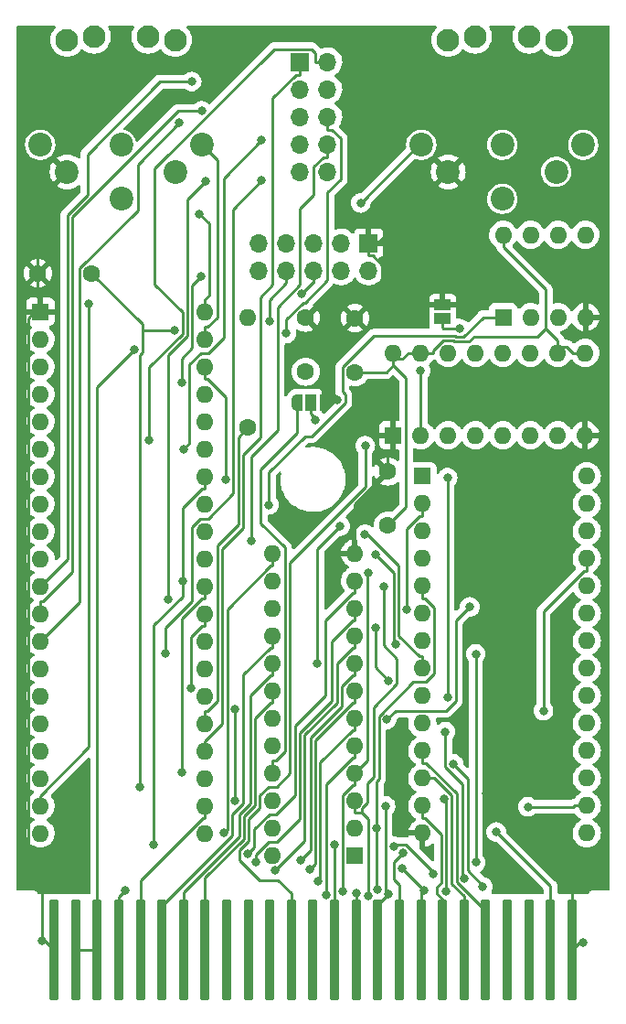
<source format=gtl>
%TF.GenerationSoftware,KiCad,Pcbnew,(6.0.11)*%
%TF.CreationDate,2025-04-20T17:45:04+02:00*%
%TF.ProjectId,burstcart,62757273-7463-4617-9274-2e6b69636164,1.0*%
%TF.SameCoordinates,Original*%
%TF.FileFunction,Copper,L1,Top*%
%TF.FilePolarity,Positive*%
%FSLAX46Y46*%
G04 Gerber Fmt 4.6, Leading zero omitted, Abs format (unit mm)*
G04 Created by KiCad (PCBNEW (6.0.11)) date 2025-04-20 17:45:04*
%MOMM*%
%LPD*%
G01*
G04 APERTURE LIST*
G04 Aperture macros list*
%AMRoundRect*
0 Rectangle with rounded corners*
0 $1 Rounding radius*
0 $2 $3 $4 $5 $6 $7 $8 $9 X,Y pos of 4 corners*
0 Add a 4 corners polygon primitive as box body*
4,1,4,$2,$3,$4,$5,$6,$7,$8,$9,$2,$3,0*
0 Add four circle primitives for the rounded corners*
1,1,$1+$1,$2,$3*
1,1,$1+$1,$4,$5*
1,1,$1+$1,$6,$7*
1,1,$1+$1,$8,$9*
0 Add four rect primitives between the rounded corners*
20,1,$1+$1,$2,$3,$4,$5,0*
20,1,$1+$1,$4,$5,$6,$7,0*
20,1,$1+$1,$6,$7,$8,$9,0*
20,1,$1+$1,$8,$9,$2,$3,0*%
%AMFreePoly0*
4,1,22,0.550000,-0.750000,0.000000,-0.750000,0.000000,-0.745033,-0.079941,-0.743568,-0.215256,-0.701293,-0.333266,-0.622738,-0.424486,-0.514219,-0.481581,-0.384460,-0.499164,-0.250000,-0.500000,-0.250000,-0.500000,0.250000,-0.499164,0.250000,-0.499963,0.256109,-0.478152,0.396186,-0.417904,0.524511,-0.324060,0.630769,-0.204165,0.706417,-0.067858,0.745374,0.000000,0.744959,0.000000,0.750000,
0.550000,0.750000,0.550000,-0.750000,0.550000,-0.750000,$1*%
%AMFreePoly1*
4,1,20,0.000000,0.744959,0.073905,0.744508,0.209726,0.703889,0.328688,0.626782,0.421226,0.519385,0.479903,0.390333,0.500000,0.250000,0.500000,-0.250000,0.499851,-0.262216,0.476331,-0.402017,0.414519,-0.529596,0.319384,-0.634700,0.198574,-0.708877,0.061801,-0.746166,0.000000,-0.745033,0.000000,-0.750000,-0.550000,-0.750000,-0.550000,0.750000,0.000000,0.750000,0.000000,0.744959,
0.000000,0.744959,$1*%
G04 Aperture macros list end*
%TA.AperFunction,ComponentPad*%
%ADD10C,1.600000*%
%TD*%
%TA.AperFunction,ComponentPad*%
%ADD11R,1.700000X1.700000*%
%TD*%
%TA.AperFunction,ComponentPad*%
%ADD12O,1.700000X1.700000*%
%TD*%
%TA.AperFunction,ComponentPad*%
%ADD13C,2.100000*%
%TD*%
%TA.AperFunction,ComponentPad*%
%ADD14C,2.200000*%
%TD*%
%TA.AperFunction,ComponentPad*%
%ADD15R,1.600000X1.600000*%
%TD*%
%TA.AperFunction,ComponentPad*%
%ADD16O,1.600000X1.600000*%
%TD*%
%TA.AperFunction,SMDPad,CuDef*%
%ADD17R,1.500000X1.000000*%
%TD*%
%TA.AperFunction,SMDPad,CuDef*%
%ADD18RoundRect,0.112500X-0.337500X-4.512500X0.337500X-4.512500X0.337500X4.512500X-0.337500X4.512500X0*%
%TD*%
%TA.AperFunction,SMDPad,CuDef*%
%ADD19FreePoly0,180.000000*%
%TD*%
%TA.AperFunction,SMDPad,CuDef*%
%ADD20R,1.000000X1.500000*%
%TD*%
%TA.AperFunction,SMDPad,CuDef*%
%ADD21FreePoly1,180.000000*%
%TD*%
%TA.AperFunction,ViaPad*%
%ADD22C,0.800000*%
%TD*%
%TA.AperFunction,Conductor*%
%ADD23C,0.250000*%
%TD*%
G04 APERTURE END LIST*
D10*
%TO.P,C3,1*%
%TO.N,+5V*%
X127762000Y-75184000D03*
%TO.P,C3,2*%
%TO.N,GND*%
X122762000Y-75184000D03*
%TD*%
D11*
%TO.P,J3,1,Pin_1*%
%TO.N,/~{FLAG}*%
X147066000Y-55626000D03*
D12*
%TO.P,J3,2,Pin_2*%
%TO.N,/PB0*%
X149606000Y-55626000D03*
%TO.P,J3,3,Pin_3*%
%TO.N,/PB1*%
X147066000Y-58166000D03*
%TO.P,J3,4,Pin_4*%
%TO.N,/PB2*%
X149606000Y-58166000D03*
%TO.P,J3,5,Pin_5*%
%TO.N,/PB3*%
X147066000Y-60706000D03*
%TO.P,J3,6,Pin_6*%
%TO.N,/PB4*%
X149606000Y-60706000D03*
%TO.P,J3,7,Pin_7*%
%TO.N,/PB5*%
X147066000Y-63246000D03*
%TO.P,J3,8,Pin_8*%
%TO.N,/PB6*%
X149606000Y-63246000D03*
%TO.P,J3,9,Pin_9*%
%TO.N,/PB7*%
X147066000Y-65786000D03*
%TO.P,J3,10,Pin_10*%
%TO.N,/~{PC}*%
X149606000Y-65786000D03*
%TD*%
D13*
%TO.P,J1,*%
%TO.N,*%
X127976000Y-53294000D03*
X125476000Y-53594000D03*
X132976000Y-53294000D03*
X135476000Y-53594000D03*
D14*
%TO.P,J1,1*%
%TO.N,IEC_SRQ*%
X122976000Y-63294000D03*
%TO.P,J1,2*%
%TO.N,GND*%
X125476000Y-65794000D03*
%TO.P,J1,3*%
%TO.N,IEC_ATN*%
X130476000Y-63294000D03*
%TO.P,J1,4*%
%TO.N,IEC_CLK*%
X135476000Y-65794000D03*
%TO.P,J1,5*%
%TO.N,IEC_DATA*%
X137976000Y-63294000D03*
%TO.P,J1,6*%
%TO.N,IEC_RESET*%
X130476000Y-68294000D03*
%TD*%
D15*
%TO.P,U1,1,A15*%
%TO.N,/ROM_A15*%
X158375000Y-93965000D03*
D16*
%TO.P,U1,2,A12*%
%TO.N,/A12*%
X158375000Y-96505000D03*
%TO.P,U1,3,A7*%
%TO.N,/A7*%
X158375000Y-99045000D03*
%TO.P,U1,4,A6*%
%TO.N,/A6*%
X158375000Y-101585000D03*
%TO.P,U1,5,A5*%
%TO.N,/A5*%
X158375000Y-104125000D03*
%TO.P,U1,6,A4*%
%TO.N,/A4*%
X158375000Y-106665000D03*
%TO.P,U1,7,A3*%
%TO.N,/A3*%
X158375000Y-109205000D03*
%TO.P,U1,8,A2*%
%TO.N,/A2*%
X158375000Y-111745000D03*
%TO.P,U1,9,A1*%
%TO.N,/A1*%
X158375000Y-114285000D03*
%TO.P,U1,10,A0*%
%TO.N,/A0*%
X158375000Y-116825000D03*
%TO.P,U1,11,D0*%
%TO.N,/D0*%
X158375000Y-119365000D03*
%TO.P,U1,12,D1*%
%TO.N,/D1*%
X158375000Y-121905000D03*
%TO.P,U1,13,D2*%
%TO.N,/D2*%
X158375000Y-124445000D03*
%TO.P,U1,14,GND*%
%TO.N,GND*%
X158375000Y-126985000D03*
%TO.P,U1,15,D3*%
%TO.N,/D3*%
X173615000Y-126985000D03*
%TO.P,U1,16,D4*%
%TO.N,/D4*%
X173615000Y-124445000D03*
%TO.P,U1,17,D5*%
%TO.N,/D5*%
X173615000Y-121905000D03*
%TO.P,U1,18,D6*%
%TO.N,/D6*%
X173615000Y-119365000D03*
%TO.P,U1,19,D7*%
%TO.N,/D7*%
X173615000Y-116825000D03*
%TO.P,U1,20,~{CE}*%
%TO.N,/~{ROMCS}*%
X173615000Y-114285000D03*
%TO.P,U1,21,A10*%
%TO.N,/A10*%
X173615000Y-111745000D03*
%TO.P,U1,22,~{OE}*%
%TO.N,/~{ROMCS}*%
X173615000Y-109205000D03*
%TO.P,U1,23,A11*%
%TO.N,/A11*%
X173615000Y-106665000D03*
%TO.P,U1,24,A9*%
%TO.N,/A9*%
X173615000Y-104125000D03*
%TO.P,U1,25,A8*%
%TO.N,/A8*%
X173615000Y-101585000D03*
%TO.P,U1,26,A13*%
%TO.N,/A13*%
X173615000Y-99045000D03*
%TO.P,U1,27,A14*%
%TO.N,/A14*%
X173615000Y-96505000D03*
%TO.P,U1,28,VCC*%
%TO.N,/VCC*%
X173615000Y-93965000D03*
%TD*%
D10*
%TO.P,C4,1*%
%TO.N,+5V*%
X155194000Y-98512000D03*
%TO.P,C4,2*%
%TO.N,GND*%
X155194000Y-93512000D03*
%TD*%
%TO.P,C5,1*%
%TO.N,/ciaclk*%
X147574000Y-84288000D03*
%TO.P,C5,2*%
%TO.N,GND*%
X147574000Y-79288000D03*
%TD*%
D15*
%TO.P,U5,1,~{RESET}/PB5*%
%TO.N,/~{RESET}*%
X165872000Y-79238000D03*
D16*
%TO.P,U5,2,XTAL1/PB3*%
%TO.N,Net-(JP2-Pad1)*%
X168412000Y-79238000D03*
%TO.P,U5,3,XTAL2/PB4*%
%TO.N,unconnected-(U5-Pad3)*%
X170952000Y-79238000D03*
%TO.P,U5,4,GND*%
%TO.N,GND*%
X173492000Y-79238000D03*
%TO.P,U5,5,AREF/PB0*%
%TO.N,/TOD*%
X173492000Y-71618000D03*
%TO.P,U5,6,PB1*%
%TO.N,/MUX*%
X170952000Y-71618000D03*
%TO.P,U5,7,PB2*%
%TO.N,unconnected-(U5-Pad7)*%
X168412000Y-71618000D03*
%TO.P,U5,8,VCC*%
%TO.N,+5V*%
X165872000Y-71618000D03*
%TD*%
D17*
%TO.P,JP2,1,A*%
%TO.N,Net-(JP2-Pad1)*%
X160274000Y-79390000D03*
%TO.P,JP2,2,B*%
%TO.N,GND*%
X160274000Y-78090000D03*
%TD*%
D15*
%TO.P,U2,1,CK*%
%TO.N,GND*%
X155692000Y-90160000D03*
D16*
%TO.P,U2,2,Enable*%
%TO.N,/MUX*%
X158232000Y-90160000D03*
%TO.P,U2,3,Q1*%
%TO.N,Net-(R1-Pad2)*%
X160772000Y-90160000D03*
%TO.P,U2,4,Q2*%
%TO.N,unconnected-(U2-Pad4)*%
X163312000Y-90160000D03*
%TO.P,U2,5,Q3*%
%TO.N,unconnected-(U2-Pad5)*%
X165852000Y-90160000D03*
%TO.P,U2,6,Q4*%
%TO.N,unconnected-(U2-Pad6)*%
X168392000Y-90160000D03*
%TO.P,U2,7,Reset*%
%TO.N,Net-(JP1-Pad2)*%
X170932000Y-90160000D03*
%TO.P,U2,8,VSS*%
%TO.N,GND*%
X173472000Y-90160000D03*
%TO.P,U2,9,CK*%
%TO.N,+5V*%
X173472000Y-82540000D03*
%TO.P,U2,10,Enable*%
X170932000Y-82540000D03*
%TO.P,U2,11,Q1*%
%TO.N,unconnected-(U2-Pad11)*%
X168392000Y-82540000D03*
%TO.P,U2,12,Q2*%
%TO.N,unconnected-(U2-Pad12)*%
X165852000Y-82540000D03*
%TO.P,U2,13,Q3*%
%TO.N,unconnected-(U2-Pad13)*%
X163312000Y-82540000D03*
%TO.P,U2,14,Q4*%
%TO.N,unconnected-(U2-Pad14)*%
X160772000Y-82540000D03*
%TO.P,U2,15,Reset*%
%TO.N,+5V*%
X158232000Y-82540000D03*
%TO.P,U2,16,VDD*%
X155692000Y-82540000D03*
%TD*%
D18*
%TO.P,U$1,1,GND*%
%TO.N,GND*%
X124253100Y-137759600D03*
%TO.P,U$1,2,5V*%
%TO.N,/VCC*%
X126253100Y-137759600D03*
%TO.P,U$1,3,5V*%
X128253100Y-137759600D03*
%TO.P,U$1,4,~{IRQ}*%
%TO.N,/~{IRQ}*%
X130253100Y-137759600D03*
%TO.P,U$1,5,R/~{W}*%
%TO.N,/R{slash}~{W}*%
X132253100Y-137759600D03*
%TO.P,U$1,6,C1HI*%
%TO.N,/C1HI*%
X134253100Y-137759600D03*
%TO.P,U$1,7,C2LO*%
%TO.N,/C2LO*%
X136253100Y-137759600D03*
%TO.P,U$1,8,C2HI*%
%TO.N,/C2HI*%
X138253100Y-137759600D03*
%TO.P,U$1,9,~{CS1}*%
%TO.N,/~{CS1}*%
X140253100Y-137759600D03*
%TO.P,U$1,10,~{CS0}*%
%TO.N,/~{CS0}*%
X142253100Y-137759600D03*
%TO.P,U$1,11,~{CAS}*%
%TO.N,unconnected-(U$1-Pad11)*%
X144253100Y-137759600D03*
%TO.P,U$1,12,MUX*%
%TO.N,/MUX*%
X146253100Y-137759600D03*
%TO.P,U$1,13,BA*%
%TO.N,/BA*%
X148253100Y-137759600D03*
%TO.P,U$1,14,D7*%
%TO.N,/D7*%
X150253100Y-137759600D03*
%TO.P,U$1,15,D6*%
%TO.N,/D6*%
X152253100Y-137759600D03*
%TO.P,U$1,16,D5*%
%TO.N,/D5*%
X154253100Y-137759600D03*
%TO.P,U$1,17,D4*%
%TO.N,/D4*%
X156253100Y-137759600D03*
%TO.P,U$1,18,D3*%
%TO.N,/D3*%
X158253100Y-137759600D03*
%TO.P,U$1,19,D2*%
%TO.N,/D2*%
X160253100Y-137759600D03*
%TO.P,U$1,20,D1*%
%TO.N,/D1*%
X162253100Y-137759600D03*
%TO.P,U$1,21,D0*%
%TO.N,/D0*%
X164253100Y-137759600D03*
%TO.P,U$1,22,AEC*%
%TO.N,/AEC*%
X166253100Y-137759600D03*
%TO.P,U$1,23,EXT_AUDIO*%
%TO.N,/EXT_AUDIO*%
X168253100Y-137759600D03*
%TO.P,U$1,24,PHI2*%
%TO.N,/PHI2*%
X170253100Y-137759600D03*
%TO.P,U$1,25,GND*%
%TO.N,GND*%
X172253100Y-137759600D03*
%TD*%
D11*
%TO.P,J4,1,Pin_1*%
%TO.N,GND*%
X153411000Y-72385000D03*
D12*
%TO.P,J4,2,Pin_2*%
%TO.N,/PA0*%
X153411000Y-74925000D03*
%TO.P,J4,3,Pin_3*%
%TO.N,/PA1*%
X150871000Y-72385000D03*
%TO.P,J4,4,Pin_4*%
%TO.N,/PA2*%
X150871000Y-74925000D03*
%TO.P,J4,5,Pin_5*%
%TO.N,/PA3*%
X148331000Y-72385000D03*
%TO.P,J4,6,Pin_6*%
%TO.N,/PA4*%
X148331000Y-74925000D03*
%TO.P,J4,7,Pin_7*%
%TO.N,/PA5*%
X145791000Y-72385000D03*
%TO.P,J4,8,Pin_8*%
%TO.N,/PA6*%
X145791000Y-74925000D03*
%TO.P,J4,9,Pin_9*%
%TO.N,/PA7*%
X143251000Y-72385000D03*
%TO.P,J4,10,Pin_10*%
%TO.N,/VCC*%
X143251000Y-74925000D03*
%TD*%
D15*
%TO.P,U4,1,CLK/I0*%
%TO.N,/A4*%
X152146000Y-129032000D03*
D16*
%TO.P,U4,2,I0*%
%TO.N,/A5*%
X152146000Y-126492000D03*
%TO.P,U4,3,I1*%
%TO.N,/A6*%
X152146000Y-123952000D03*
%TO.P,U4,4,I2*%
%TO.N,/A7*%
X152146000Y-121412000D03*
%TO.P,U4,5,I3*%
%TO.N,/A8*%
X152146000Y-118872000D03*
%TO.P,U4,6,I4*%
%TO.N,/A9*%
X152146000Y-116332000D03*
%TO.P,U4,7,I5*%
%TO.N,/A10*%
X152146000Y-113792000D03*
%TO.P,U4,8,I6*%
%TO.N,/A11*%
X152146000Y-111252000D03*
%TO.P,U4,9,I7*%
%TO.N,/A12*%
X152146000Y-108712000D03*
%TO.P,U4,10,I8*%
%TO.N,/A13*%
X152146000Y-106172000D03*
%TO.P,U4,11,I9*%
%TO.N,/A14*%
X152146000Y-103632000D03*
%TO.P,U4,12,GND*%
%TO.N,GND*%
X152146000Y-101092000D03*
%TO.P,U4,13,OE/I10*%
%TO.N,/A15*%
X144526000Y-101092000D03*
%TO.P,U4,14,I11*%
%TO.N,/~{RESET}*%
X144526000Y-103632000D03*
%TO.P,U4,15,O0*%
%TO.N,/C1LO*%
X144526000Y-106172000D03*
%TO.P,U4,16,O1*%
%TO.N,/C1HI*%
X144526000Y-108712000D03*
%TO.P,U4,17,O2*%
%TO.N,/C2LO*%
X144526000Y-111252000D03*
%TO.P,U4,18,O3*%
%TO.N,/C2HI*%
X144526000Y-113792000D03*
%TO.P,U4,19,O4*%
%TO.N,/ROM_A15*%
X144526000Y-116332000D03*
%TO.P,U4,20,O5*%
%TO.N,/~{ROMCS}*%
X144526000Y-118872000D03*
%TO.P,U4,21,O6*%
%TO.N,/reset*%
X144526000Y-121412000D03*
%TO.P,U4,22,O7*%
%TO.N,/~{CIA}*%
X144526000Y-123952000D03*
%TO.P,U4,23,I12*%
%TO.N,/PHI2*%
X144526000Y-126492000D03*
%TO.P,U4,24,VCC*%
%TO.N,+5V*%
X144526000Y-129032000D03*
%TD*%
D19*
%TO.P,JP1,1,A*%
%TO.N,GND*%
X149382000Y-87122000D03*
D20*
%TO.P,JP1,2,C*%
%TO.N,Net-(JP1-Pad2)*%
X148082000Y-87122000D03*
D21*
%TO.P,JP1,3,B*%
%TO.N,/reset*%
X146782000Y-87122000D03*
%TD*%
D10*
%TO.P,C2,1*%
%TO.N,+5V*%
X152146000Y-84328000D03*
%TO.P,C2,2*%
%TO.N,GND*%
X152146000Y-79328000D03*
%TD*%
D15*
%TO.P,U3,1,GND*%
%TO.N,GND*%
X123000000Y-78740000D03*
D16*
%TO.P,U3,2,PA0*%
%TO.N,/PA0*%
X123000000Y-81280000D03*
%TO.P,U3,3,PA1*%
%TO.N,/PA1*%
X123000000Y-83820000D03*
%TO.P,U3,4,PA2*%
%TO.N,/PA2*%
X123000000Y-86360000D03*
%TO.P,U3,5,PA3*%
%TO.N,/PA3*%
X123000000Y-88900000D03*
%TO.P,U3,6,PA4*%
%TO.N,/PA4*%
X123000000Y-91440000D03*
%TO.P,U3,7,PA5*%
%TO.N,/PA5*%
X123000000Y-93980000D03*
%TO.P,U3,8,PA6*%
%TO.N,/PA6*%
X123000000Y-96520000D03*
%TO.P,U3,9,PA7*%
%TO.N,/PA7*%
X123000000Y-99060000D03*
%TO.P,U3,10,PB0*%
%TO.N,/PB0*%
X123000000Y-101600000D03*
%TO.P,U3,11,PB1*%
%TO.N,/PB1*%
X123000000Y-104140000D03*
%TO.P,U3,12,PB2*%
%TO.N,/PB2*%
X123000000Y-106680000D03*
%TO.P,U3,13,PB3*%
%TO.N,/PB3*%
X123000000Y-109220000D03*
%TO.P,U3,14,PB4*%
%TO.N,/PB4*%
X123000000Y-111760000D03*
%TO.P,U3,15,PB5*%
%TO.N,/PB5*%
X123000000Y-114300000D03*
%TO.P,U3,16,PB6*%
%TO.N,/PB6*%
X123000000Y-116840000D03*
%TO.P,U3,17,PB7*%
%TO.N,/PB7*%
X123000000Y-119380000D03*
%TO.P,U3,18,/PC*%
%TO.N,/~{PC}*%
X123000000Y-121920000D03*
%TO.P,U3,19,TOD*%
%TO.N,/TOD*%
X123000000Y-124460000D03*
%TO.P,U3,20,VCC*%
%TO.N,+5V*%
X123000000Y-127000000D03*
%TO.P,U3,21,/IRQ*%
%TO.N,/~{IRQ}*%
X138240000Y-127000000D03*
%TO.P,U3,22,R/W*%
%TO.N,/R{slash}~{W}*%
X138240000Y-124460000D03*
%TO.P,U3,23,/CS*%
%TO.N,/~{CIA}*%
X138240000Y-121920000D03*
%TO.P,U3,24,/FLAG*%
%TO.N,/~{FLAG}*%
X138240000Y-119380000D03*
%TO.P,U3,25,PHI2*%
%TO.N,/ciaclk*%
X138240000Y-116840000D03*
%TO.P,U3,26,D7*%
%TO.N,/D7*%
X138240000Y-114300000D03*
%TO.P,U3,27,D6*%
%TO.N,/D6*%
X138240000Y-111760000D03*
%TO.P,U3,28,D5*%
%TO.N,/D5*%
X138240000Y-109220000D03*
%TO.P,U3,29,D4*%
%TO.N,/D4*%
X138240000Y-106680000D03*
%TO.P,U3,30,D3*%
%TO.N,/D3*%
X138240000Y-104140000D03*
%TO.P,U3,31,D2*%
%TO.N,/D2*%
X138240000Y-101600000D03*
%TO.P,U3,32,D1*%
%TO.N,/D1*%
X138240000Y-99060000D03*
%TO.P,U3,33,D0*%
%TO.N,/D0*%
X138240000Y-96520000D03*
%TO.P,U3,34,/RES*%
%TO.N,/~{RESET}*%
X138240000Y-93980000D03*
%TO.P,U3,35,RS3*%
%TO.N,/A3*%
X138240000Y-91440000D03*
%TO.P,U3,36,RS2*%
%TO.N,/A2*%
X138240000Y-88900000D03*
%TO.P,U3,37,RS1*%
%TO.N,/A1*%
X138240000Y-86360000D03*
%TO.P,U3,38,RS0*%
%TO.N,/A0*%
X138240000Y-83820000D03*
%TO.P,U3,39,SP*%
%TO.N,IEC_DATA*%
X138240000Y-81280000D03*
%TO.P,U3,40,CNT*%
%TO.N,IEC_SRQ*%
X138240000Y-78740000D03*
%TD*%
D10*
%TO.P,R1,1*%
%TO.N,/ciaclk*%
X142240000Y-89408000D03*
D16*
%TO.P,R1,2*%
%TO.N,Net-(R1-Pad2)*%
X142240000Y-79248000D03*
%TD*%
D13*
%TO.P,J2,*%
%TO.N,*%
X163282000Y-53294000D03*
X160782000Y-53594000D03*
X170782000Y-53594000D03*
X168282000Y-53294000D03*
D14*
%TO.P,J2,1*%
%TO.N,IEC_SRQ*%
X158282000Y-63294000D03*
%TO.P,J2,2*%
%TO.N,GND*%
X160782000Y-65794000D03*
%TO.P,J2,3*%
%TO.N,IEC_ATN*%
X165782000Y-63294000D03*
%TO.P,J2,4*%
%TO.N,IEC_CLK*%
X170782000Y-65794000D03*
%TO.P,J2,5*%
%TO.N,IEC_DATA*%
X173282000Y-63294000D03*
%TO.P,J2,6*%
%TO.N,IEC_RESET*%
X165782000Y-68294000D03*
%TD*%
D22*
%TO.N,/PA4*%
X147230700Y-77088700D03*
%TO.N,/PA6*%
X144227700Y-79640700D03*
%TO.N,/PA7*%
X137891300Y-75502400D03*
X136081800Y-85275200D03*
%TO.N,/PB0*%
X133041400Y-90656300D03*
%TO.N,/PB1*%
X137013200Y-57439000D03*
%TO.N,/PB2*%
X137926013Y-60162713D03*
%TO.N,/PB3*%
X135890000Y-61214000D03*
%TO.N,/PB4*%
X145771700Y-80752400D03*
%TO.N,/PB5*%
X143506500Y-62855000D03*
X136291300Y-91438000D03*
%TO.N,/PB6*%
X142504500Y-99931600D03*
%TO.N,/PB7*%
X138338500Y-66666000D03*
X134850000Y-105393400D03*
%TO.N,/~{PC}*%
X143506500Y-66614900D03*
X134577200Y-110392700D03*
%TO.N,/TOD*%
X127498400Y-77993800D03*
%TO.N,/~{IRQ}*%
X130821500Y-132322200D03*
%TO.N,/PHI2*%
X165229300Y-126861900D03*
%TO.N,/D7*%
X150253100Y-128087100D03*
%TO.N,/D6*%
X141045500Y-115476300D03*
X141045500Y-123961800D03*
X152253100Y-132513500D03*
%TO.N,/D5*%
X155257700Y-132647000D03*
X154979900Y-124450300D03*
%TO.N,/D4*%
X168151600Y-124549800D03*
X156625200Y-128799000D03*
X136981200Y-113569000D03*
%TO.N,/D3*%
X158518800Y-132279500D03*
X156475000Y-130251800D03*
X136106400Y-121396200D03*
%TO.N,/~{RESET}*%
X133514400Y-128064200D03*
X144156000Y-96607000D03*
X136196500Y-103693700D03*
%TO.N,GND*%
X123172600Y-136912000D03*
X150491900Y-86859500D03*
X173308600Y-137076700D03*
X164293500Y-77904300D03*
X164308000Y-123322900D03*
%TO.N,/VCC*%
X131701400Y-82227400D03*
%TO.N,/MUX*%
X158232000Y-84188200D03*
X153097400Y-91140900D03*
%TO.N,/A15*%
X140032300Y-126936600D03*
%TO.N,/A14*%
X142190000Y-128851600D03*
%TO.N,/A13*%
X142947300Y-129673800D03*
%TO.N,/A12*%
X144710300Y-130450100D03*
X156948000Y-106296700D03*
%TO.N,/A11*%
X147091300Y-129499300D03*
%TO.N,/A10*%
X147950500Y-130351000D03*
%TO.N,/A9*%
X162774900Y-106048100D03*
X148720200Y-131423000D03*
X155097900Y-116455800D03*
%TO.N,/A8*%
X169605900Y-115649700D03*
X149453300Y-132697800D03*
%TO.N,/A7*%
X150998900Y-132347700D03*
X153416000Y-102877100D03*
%TO.N,/A6*%
X154789300Y-104189400D03*
X153345000Y-132768800D03*
%TO.N,/A5*%
X154210200Y-132163400D03*
X154155400Y-126492000D03*
%TO.N,/A4*%
X155706900Y-128177700D03*
X159408700Y-130717600D03*
%TO.N,/A3*%
X163334700Y-110408700D03*
X154051400Y-101170500D03*
X163334300Y-129680200D03*
X155919600Y-109535600D03*
%TO.N,/A2*%
X153072200Y-99332700D03*
X160591900Y-132369400D03*
X160376400Y-123849000D03*
%TO.N,/A1*%
X162299800Y-131176600D03*
X160724800Y-114444700D03*
X160527000Y-117602700D03*
X160724800Y-94089300D03*
%TO.N,/A0*%
X163993000Y-131962800D03*
X155254000Y-112858800D03*
X161253900Y-120570600D03*
X154050500Y-107968400D03*
X140140500Y-94258800D03*
%TO.N,/ROM_A15*%
X150761800Y-98574400D03*
X148652000Y-111312600D03*
%TO.N,+5V*%
X135434200Y-80468400D03*
X132215100Y-122689000D03*
%TO.N,IEC_SRQ*%
X152678600Y-68675900D03*
X137725900Y-69701800D03*
%TO.N,Net-(JP1-Pad2)*%
X148474500Y-88746100D03*
%TO.N,Net-(JP2-Pad1)*%
X161856100Y-80294300D03*
%TD*%
D23*
%TO.N,/D2*%
X160138600Y-131568400D02*
X160138600Y-127102000D01*
X160138600Y-127102000D02*
X158608500Y-125571900D01*
X159766000Y-131941000D02*
X160138600Y-131568400D01*
X159766000Y-132588000D02*
X159766000Y-131941000D01*
X158608500Y-125571900D02*
X158375000Y-125571900D01*
X160253100Y-133075100D02*
X159766000Y-132588000D01*
X160253100Y-137759600D02*
X160253100Y-133075100D01*
X158375000Y-125571900D02*
X158375000Y-124445000D01*
%TO.N,GND*%
X172253100Y-131268000D02*
X172130550Y-131145450D01*
X172253100Y-137759600D02*
X172253100Y-131268000D01*
X164308000Y-123322900D02*
X172130550Y-131145450D01*
%TO.N,/D5*%
X154253100Y-133651600D02*
X154253100Y-137759600D01*
X155257700Y-132647000D02*
X154253100Y-133651600D01*
%TO.N,/MUX*%
X141425600Y-129449100D02*
X143294500Y-131318000D01*
X143764000Y-131318000D02*
X145034000Y-131318000D01*
X143294500Y-131318000D02*
X143764000Y-131318000D01*
X143256000Y-131318000D02*
X143764000Y-131318000D01*
X145034000Y-131318000D02*
X146253100Y-132537100D01*
X146253100Y-132537100D02*
X146253100Y-137759600D01*
%TO.N,/~{IRQ}*%
X130253100Y-132890600D02*
X130821500Y-132322200D01*
X130253100Y-137759600D02*
X130253100Y-132890600D01*
%TO.N,/PA4*%
X148217500Y-76101900D02*
X148331000Y-76101900D01*
X147230700Y-77088700D02*
X148217500Y-76101900D01*
X148331000Y-74925000D02*
X148331000Y-76101900D01*
%TO.N,/PA6*%
X144227700Y-77665200D02*
X145791000Y-76101900D01*
X144227700Y-79640700D02*
X144227700Y-77665200D01*
X145791000Y-74925000D02*
X145791000Y-76101900D01*
%TO.N,/PA7*%
X137064900Y-82076100D02*
X137064900Y-76328800D01*
X136081800Y-83059200D02*
X137064900Y-82076100D01*
X136081800Y-85275200D02*
X136081800Y-83059200D01*
X137064900Y-76328800D02*
X137891300Y-75502400D01*
%TO.N,/PB0*%
X148429100Y-55626000D02*
X148429100Y-54793700D01*
X133041400Y-83889200D02*
X133041400Y-90656300D01*
X133604000Y-65509324D02*
X133604000Y-76200000D01*
X149606000Y-55626000D02*
X148429100Y-55626000D01*
X133604000Y-76200000D02*
X136161100Y-78757100D01*
X144664224Y-54449100D02*
X133604000Y-65509324D01*
X136161100Y-80769500D02*
X133041400Y-83889200D01*
X136161100Y-78757100D02*
X136161100Y-80769500D01*
X148084500Y-54449100D02*
X144664224Y-54449100D01*
X148429100Y-54793700D02*
X148084500Y-54449100D01*
%TO.N,/PB1*%
X127344324Y-67946662D02*
X127344324Y-64171676D01*
X125493599Y-101646401D02*
X125493599Y-69797387D01*
X123000000Y-104140000D02*
X125493599Y-101646401D01*
X127344324Y-64171676D02*
X134077000Y-57439000D01*
X125493599Y-69797387D02*
X127344324Y-67946662D01*
X134077000Y-57439000D02*
X137013200Y-57439000D01*
%TO.N,/PB2*%
X125943100Y-69983576D02*
X135763963Y-60162713D01*
X125943100Y-102843500D02*
X125943100Y-69983576D01*
X123000000Y-106680000D02*
X123000000Y-105553100D01*
X123233500Y-105553100D02*
X123000000Y-105553100D01*
X135763963Y-60162713D02*
X137926013Y-60162713D01*
X125943100Y-102843500D02*
X123233500Y-105553100D01*
%TO.N,/PB3*%
X126635100Y-105584900D02*
X123000000Y-109220000D01*
X126635100Y-74719909D02*
X126635100Y-105584900D01*
X132001000Y-69354009D02*
X126635100Y-74719909D01*
X132001000Y-65103000D02*
X132001000Y-69354009D01*
X135890000Y-61214000D02*
X132001000Y-65103000D01*
%TO.N,/PB4*%
X149601000Y-75787800D02*
X149601000Y-67718800D01*
X145771700Y-79486300D02*
X147376200Y-77881800D01*
X149601000Y-67718800D02*
X150800000Y-66519800D01*
X147507000Y-77881800D02*
X149601000Y-75787800D01*
X145771700Y-80752400D02*
X145771700Y-79486300D01*
X150800000Y-66519800D02*
X150800000Y-62711100D01*
X149606000Y-60706000D02*
X149606000Y-61882900D01*
X147376200Y-77881800D02*
X147507000Y-77881800D01*
X150800000Y-62711100D02*
X149971800Y-61882900D01*
X149971800Y-61882900D02*
X149606000Y-61882900D01*
%TO.N,/PB5*%
X136823400Y-90905900D02*
X136823400Y-83587500D01*
X137860900Y-82550000D02*
X138587100Y-82550000D01*
X138587100Y-82550000D02*
X139959700Y-81177400D01*
X139959700Y-66401800D02*
X143506500Y-62855000D01*
X139959700Y-81177400D02*
X139959700Y-66401800D01*
X136291300Y-91438000D02*
X136823400Y-90905900D01*
X136823400Y-83587500D02*
X137860900Y-82550000D01*
%TO.N,/PB6*%
X149240200Y-64422900D02*
X148336000Y-65327100D01*
X148336000Y-65327100D02*
X148336000Y-67911900D01*
X144977800Y-89668000D02*
X142504500Y-92141300D01*
X149606000Y-63246000D02*
X149606000Y-64422900D01*
X149606000Y-64422900D02*
X149240200Y-64422900D01*
X147061000Y-76230500D02*
X144977800Y-78313700D01*
X148336000Y-67911900D02*
X147061000Y-69186900D01*
X144977800Y-78313700D02*
X144977800Y-89668000D01*
X142504500Y-92141300D02*
X142504500Y-99931600D01*
X147061000Y-69186900D02*
X147061000Y-76230500D01*
%TO.N,/PB7*%
X136613000Y-68391500D02*
X136613000Y-80956700D01*
X138338500Y-66666000D02*
X136613000Y-68391500D01*
X136613000Y-80956700D02*
X134850000Y-82719700D01*
X134850000Y-82719700D02*
X134850000Y-105393400D01*
%TO.N,/~{PC}*%
X137768700Y-97886300D02*
X137018300Y-98636700D01*
X137018300Y-98636700D02*
X137018300Y-105529100D01*
X138519300Y-97886300D02*
X137768700Y-97886300D01*
X140867400Y-95538200D02*
X138519300Y-97886300D01*
X143506500Y-66614900D02*
X140867400Y-69254000D01*
X137018300Y-105529100D02*
X134577200Y-107970200D01*
X134577200Y-107970200D02*
X134577200Y-110392700D01*
X140867400Y-69254000D02*
X140867400Y-95538200D01*
%TO.N,/TOD*%
X127498400Y-119021900D02*
X123000000Y-123520300D01*
X123000000Y-124460000D02*
X123000000Y-123520300D01*
X127498400Y-77993800D02*
X127498400Y-119021900D01*
%TO.N,/R{slash}~{W}*%
X138240000Y-124460000D02*
X138240000Y-125586900D01*
X138016400Y-125586900D02*
X138240000Y-125586900D01*
X132253100Y-131350200D02*
X138016400Y-125586900D01*
X132253100Y-137759600D02*
X132253100Y-131350200D01*
%TO.N,/ciaclk*%
X138452700Y-115713100D02*
X139376600Y-114789200D01*
X141319300Y-90328700D02*
X142240000Y-89408000D01*
X141319300Y-98425100D02*
X141319300Y-90328700D01*
X139376600Y-100367800D02*
X141319300Y-98425100D01*
X139376600Y-114789200D02*
X139376600Y-100367800D01*
X138240000Y-116840000D02*
X138240000Y-115713100D01*
X138240000Y-115713100D02*
X138452700Y-115713100D01*
%TO.N,/~{FLAG}*%
X146698200Y-56802900D02*
X147066000Y-56802900D01*
X143381400Y-77391000D02*
X144504800Y-76267600D01*
X147066000Y-55626000D02*
X147066000Y-56802900D01*
X138240000Y-119380000D02*
X138240000Y-118440300D01*
X139828900Y-116851400D02*
X139828900Y-100728200D01*
X139828900Y-100728200D02*
X141771200Y-98785900D01*
X143381400Y-90387100D02*
X143381400Y-77391000D01*
X141771200Y-98785900D02*
X141771200Y-91997300D01*
X138240000Y-118440300D02*
X139828900Y-116851400D01*
X141771200Y-91997300D02*
X143381400Y-90387100D01*
X144504800Y-58996300D02*
X146698200Y-56802900D01*
X144504800Y-76267600D02*
X144504800Y-58996300D01*
%TO.N,/PHI2*%
X170253100Y-131885700D02*
X165229300Y-126861900D01*
X170253100Y-137759600D02*
X170253100Y-131885700D01*
%TO.N,/D7*%
X150253100Y-137759600D02*
X150253100Y-128087100D01*
%TO.N,/D6*%
X141045500Y-123961800D02*
X141045500Y-115476300D01*
X152253100Y-137759600D02*
X152253100Y-132513500D01*
%TO.N,/D5*%
X155257700Y-132647000D02*
X154979900Y-132369200D01*
X154979900Y-132369200D02*
X154979900Y-124450300D01*
%TO.N,/D4*%
X155742100Y-131298300D02*
X155742100Y-129682100D01*
X136981200Y-108832200D02*
X136981200Y-113569000D01*
X138006500Y-107806900D02*
X136981200Y-108832200D01*
X138240000Y-107806900D02*
X138006500Y-107806900D01*
X138240000Y-106680000D02*
X138240000Y-107806900D01*
X156253100Y-131809300D02*
X155742100Y-131298300D01*
X155742100Y-129682100D02*
X156625200Y-128799000D01*
X168151600Y-124549800D02*
X172383300Y-124549800D01*
X172383300Y-124549800D02*
X172488100Y-124445000D01*
X173615000Y-124445000D02*
X172488100Y-124445000D01*
X156253100Y-137759600D02*
X156253100Y-131809300D01*
%TO.N,/D3*%
X158253100Y-137759600D02*
X158253100Y-132279500D01*
X158253100Y-132279500D02*
X158518800Y-132279500D01*
X138006500Y-105266900D02*
X138240000Y-105266900D01*
X138240000Y-104140000D02*
X138240000Y-105266900D01*
X158253100Y-132279500D02*
X158253100Y-132029900D01*
X136106400Y-107167000D02*
X138006500Y-105266900D01*
X136106400Y-121396200D02*
X136106400Y-107167000D01*
X158253100Y-132029900D02*
X156475000Y-130251800D01*
%TO.N,/D1*%
X158375000Y-121905000D02*
X159501900Y-121905000D01*
X162253100Y-132812400D02*
X161106500Y-131665800D01*
X161106500Y-131665800D02*
X161106500Y-123509600D01*
X161106500Y-123509600D02*
X159501900Y-121905000D01*
X162253100Y-137759600D02*
X162253100Y-132812400D01*
%TO.N,/D0*%
X161572300Y-131492500D02*
X164253100Y-134173300D01*
X158744200Y-120491900D02*
X161572300Y-123320000D01*
X161572300Y-123320000D02*
X161572300Y-131492500D01*
X158375000Y-119365000D02*
X158375000Y-120491900D01*
X158375000Y-120491900D02*
X158744200Y-120491900D01*
%TO.N,/~{RESET}*%
X161408600Y-80943800D02*
X153924800Y-80943800D01*
X136196500Y-105074900D02*
X133514400Y-107757000D01*
X138006500Y-95106900D02*
X138240000Y-95106900D01*
X161486100Y-81021300D02*
X161408600Y-80943800D01*
X153924800Y-80943800D02*
X150982200Y-83886400D01*
X138240000Y-93980000D02*
X138240000Y-95106900D01*
X151218800Y-87175800D02*
X148139600Y-90255000D01*
X150982200Y-83886400D02*
X150982200Y-86177500D01*
X150982200Y-86177500D02*
X151218800Y-86414100D01*
X162221900Y-81021300D02*
X161486100Y-81021300D01*
X165872000Y-79238000D02*
X164005200Y-79238000D01*
X136196500Y-96916900D02*
X138006500Y-95106900D01*
X136196500Y-103693700D02*
X136196500Y-96916900D01*
X136196500Y-103693700D02*
X136196500Y-105074900D01*
X144156000Y-93593100D02*
X144156000Y-96607000D01*
X133514400Y-107757000D02*
X133514400Y-128064200D01*
X148139600Y-90255000D02*
X147494100Y-90255000D01*
X151218800Y-86414100D02*
X151218800Y-87175800D01*
X164005200Y-79238000D02*
X162221900Y-81021300D01*
X147494100Y-90255000D02*
X144156000Y-93593100D01*
%TO.N,GND*%
X122762000Y-68508000D02*
X125476000Y-65794000D01*
X154638700Y-78090000D02*
X160274000Y-78090000D01*
X124253100Y-137759600D02*
X123405500Y-136912000D01*
X152146000Y-96564400D02*
X155194000Y-93516400D01*
X149382000Y-81096000D02*
X147574000Y-79288000D01*
X122762000Y-77375100D02*
X122762000Y-75184000D01*
X123000000Y-78176500D02*
X123000000Y-77613100D01*
X172967200Y-137076700D02*
X173308600Y-137076700D01*
X155194000Y-91784900D02*
X155194000Y-93512000D01*
X121854000Y-129539800D02*
X123172600Y-130858400D01*
X172284300Y-137759600D02*
X172967200Y-137076700D01*
X153411000Y-72973400D02*
X153411000Y-73561900D01*
X153772800Y-73561900D02*
X153411000Y-73561900D01*
X164293500Y-77904300D02*
X161536600Y-77904300D01*
X154638700Y-74427800D02*
X153772800Y-73561900D01*
X123405500Y-136912000D02*
X123172600Y-136912000D01*
X150378000Y-81096000D02*
X149382000Y-81096000D01*
X153602600Y-72973400D02*
X160782000Y-65794000D01*
X123000000Y-78176500D02*
X121854000Y-79322500D01*
X149382000Y-86859500D02*
X149382000Y-81096000D01*
X160274000Y-78090000D02*
X161350900Y-78090000D01*
X155692000Y-90160000D02*
X155692000Y-91286900D01*
X173472000Y-91286900D02*
X164308000Y-100450900D01*
X121854000Y-79322500D02*
X121854000Y-129539800D01*
X154638700Y-78090000D02*
X153384000Y-78090000D01*
X152146000Y-79328000D02*
X150378000Y-81096000D01*
X161536600Y-77904300D02*
X161350900Y-78090000D01*
X122762000Y-75184000D02*
X122762000Y-68508000D01*
X154638700Y-78090000D02*
X154638700Y-74427800D01*
X149382000Y-86859500D02*
X150491900Y-86859500D01*
X153384000Y-78090000D02*
X152146000Y-79328000D01*
X164308000Y-100450900D02*
X164308000Y-123322900D01*
X123000000Y-77613100D02*
X122762000Y-77375100D01*
X173472000Y-90160000D02*
X173472000Y-91286900D01*
X123172600Y-130858400D02*
X123172600Y-136912000D01*
X152146000Y-101092000D02*
X152146000Y-96564400D01*
X155692000Y-91286900D02*
X155194000Y-91784900D01*
%TO.N,IEC_DATA*%
X139370600Y-79256000D02*
X138473500Y-80153100D01*
X137976000Y-63294000D02*
X139370600Y-64688600D01*
X139370600Y-64688600D02*
X139370600Y-79256000D01*
X138240000Y-81280000D02*
X138240000Y-80153100D01*
X138473500Y-80153100D02*
X138240000Y-80153100D01*
%TO.N,/VCC*%
X126253100Y-137759600D02*
X128253100Y-137759600D01*
X128253100Y-85675700D02*
X131701400Y-82227400D01*
X128253100Y-137759600D02*
X128253100Y-85675700D01*
%TO.N,/C1HI*%
X141800900Y-124236800D02*
X141800900Y-112330500D01*
X144292500Y-109838900D02*
X144526000Y-109838900D01*
X134253100Y-133744800D02*
X140772700Y-127225200D01*
X140772700Y-127225200D02*
X140772700Y-125265000D01*
X140772700Y-125265000D02*
X141800900Y-124236800D01*
X144526000Y-108712000D02*
X144526000Y-109838900D01*
X141800900Y-112330500D02*
X144292500Y-109838900D01*
%TO.N,/C2LO*%
X144292500Y-112378900D02*
X144526000Y-112378900D01*
X136253100Y-132482400D02*
X141418100Y-127317400D01*
X136253100Y-137759600D02*
X136253100Y-132482400D01*
X142426000Y-114245400D02*
X144292500Y-112378900D01*
X141418100Y-125258800D02*
X142426000Y-124250900D01*
X142426000Y-124250900D02*
X142426000Y-114245400D01*
X144526000Y-111252000D02*
X144526000Y-112378900D01*
X141418100Y-127317400D02*
X141418100Y-125258800D01*
%TO.N,/C2HI*%
X142877900Y-124440200D02*
X142877900Y-116333500D01*
X138253100Y-131121500D02*
X141870000Y-127504600D01*
X141870000Y-125448100D02*
X142877900Y-124440200D01*
X144526000Y-113792000D02*
X144526000Y-114918900D01*
X142877900Y-116333500D02*
X144292500Y-114918900D01*
X141870000Y-127504600D02*
X141870000Y-125448100D01*
X138253100Y-137759600D02*
X138253100Y-131121500D01*
X144292500Y-114918900D02*
X144526000Y-114918900D01*
%TO.N,/MUX*%
X142321900Y-125635300D02*
X143329800Y-124627400D01*
X143329800Y-123492600D02*
X144140400Y-122682000D01*
X153097400Y-94971700D02*
X153097400Y-91140900D01*
X141425600Y-129449100D02*
X141425600Y-128588100D01*
X146132000Y-101937100D02*
X153097400Y-94971700D01*
X143329800Y-124627400D02*
X143329800Y-123492600D01*
X141425600Y-128588100D02*
X142321900Y-127691800D01*
X158232000Y-90160000D02*
X158232000Y-84188200D01*
X144882700Y-122682000D02*
X146132000Y-121432700D01*
X142321900Y-127691800D02*
X142321900Y-125635300D01*
X144140400Y-122682000D02*
X144882700Y-122682000D01*
X146132000Y-121432700D02*
X146132000Y-101937100D01*
%TO.N,/A15*%
X140300300Y-106264000D02*
X140300300Y-126668600D01*
X144345400Y-102218900D02*
X140300300Y-106264000D01*
X140300300Y-126668600D02*
X140032300Y-126936600D01*
X144526000Y-101092000D02*
X144526000Y-102218900D01*
X144526000Y-102218900D02*
X144345400Y-102218900D01*
%TO.N,/A14*%
X149399600Y-107271800D02*
X151912500Y-104758900D01*
X144859000Y-125222000D02*
X146584000Y-123497000D01*
X144192900Y-125222000D02*
X144859000Y-125222000D01*
X149399600Y-114232100D02*
X149399600Y-107271800D01*
X152146000Y-103632000D02*
X152146000Y-104758900D01*
X146584000Y-117047700D02*
X149399600Y-114232100D01*
X142190000Y-128851600D02*
X142773800Y-128267800D01*
X146584000Y-123497000D02*
X146584000Y-117047700D01*
X142773800Y-128267800D02*
X142773800Y-126641100D01*
X142773800Y-126641100D02*
X144192900Y-125222000D01*
X151912500Y-104758900D02*
X152146000Y-104758900D01*
%TO.N,/A13*%
X147035900Y-117694900D02*
X149950400Y-114780400D01*
X144944200Y-127762000D02*
X147035900Y-125670300D01*
X149950400Y-114780400D02*
X149950400Y-109261000D01*
X144165900Y-127762000D02*
X144944200Y-127762000D01*
X147035900Y-125670300D02*
X147035900Y-117694900D01*
X151912500Y-107298900D02*
X152146000Y-107298900D01*
X142947300Y-128980600D02*
X144165900Y-127762000D01*
X149950400Y-109261000D02*
X151912500Y-107298900D01*
X142947300Y-129673800D02*
X142947300Y-128980600D01*
X152146000Y-106172000D02*
X152146000Y-107298900D01*
%TO.N,/A12*%
X158375000Y-96505000D02*
X158375000Y-97631900D01*
X147487800Y-127672600D02*
X144710300Y-130450100D01*
X152146000Y-108712000D02*
X152146000Y-109838900D01*
X158141500Y-97631900D02*
X156948000Y-98825400D01*
X158375000Y-97631900D02*
X158141500Y-97631900D01*
X151905700Y-109838900D02*
X150474700Y-111269900D01*
X150474700Y-111269900D02*
X150474700Y-114895200D01*
X147487800Y-117882100D02*
X147487800Y-127672600D01*
X150474700Y-114895200D02*
X147487800Y-117882100D01*
X156948000Y-98825400D02*
X156948000Y-106296700D01*
X152146000Y-109838900D02*
X151905700Y-109838900D01*
%TO.N,/A11*%
X152146000Y-112378900D02*
X151912500Y-112378900D01*
X150926600Y-113364800D02*
X150926600Y-115270000D01*
X152146000Y-111252000D02*
X152146000Y-112378900D01*
X150926600Y-115270000D02*
X148023300Y-118173300D01*
X148023300Y-118173300D02*
X148023300Y-128567300D01*
X148023300Y-128567300D02*
X147091300Y-129499300D01*
X151912500Y-112378900D02*
X150926600Y-113364800D01*
%TO.N,/A10*%
X151941100Y-114918900D02*
X148475200Y-118384800D01*
X152146000Y-113792000D02*
X152146000Y-114918900D01*
X148475200Y-118384800D02*
X148475200Y-129826300D01*
X148475200Y-129826300D02*
X147950500Y-130351000D01*
X152146000Y-114918900D02*
X151941100Y-114918900D01*
%TO.N,/A9*%
X152146000Y-117458900D02*
X151912500Y-117458900D01*
X148927200Y-120444200D02*
X148927200Y-131216000D01*
X160555100Y-115672300D02*
X161500600Y-114726800D01*
X155881400Y-115672300D02*
X160555100Y-115672300D01*
X161500600Y-107322400D02*
X162774900Y-106048100D01*
X155097900Y-116455800D02*
X155881400Y-115672300D01*
X148927200Y-131216000D02*
X148720200Y-131423000D01*
X152146000Y-116332000D02*
X152146000Y-117458900D01*
X151912500Y-117458900D02*
X148927200Y-120444200D01*
X161500600Y-114726800D02*
X161500600Y-107322400D01*
%TO.N,/A8*%
X152146000Y-118872000D02*
X152146000Y-119998900D01*
X152146000Y-119998900D02*
X151912500Y-119998900D01*
X173333300Y-102711900D02*
X169605900Y-106439300D01*
X173615000Y-101585000D02*
X173615000Y-102711900D01*
X169605900Y-106439300D02*
X169605900Y-115649700D01*
X149453300Y-122458100D02*
X149453300Y-132697800D01*
X151912500Y-119998900D02*
X149453300Y-122458100D01*
X173615000Y-102711900D02*
X173333300Y-102711900D01*
%TO.N,/A7*%
X153272900Y-103020200D02*
X153416000Y-102877100D01*
X151912500Y-122538900D02*
X152146000Y-122538900D01*
X153272900Y-120285100D02*
X153272900Y-103020200D01*
X150998900Y-123452500D02*
X151912500Y-122538900D01*
X152146000Y-121412000D02*
X153272900Y-120285100D01*
X150998900Y-132347700D02*
X150998900Y-123452500D01*
X152146000Y-121412000D02*
X152146000Y-122538900D01*
%TO.N,/A6*%
X152146000Y-123952000D02*
X152146000Y-125078900D01*
X156021800Y-110825600D02*
X154789300Y-109593100D01*
X152747600Y-124634000D02*
X153270800Y-124110800D01*
X156021800Y-113170400D02*
X156021800Y-110825600D01*
X153885900Y-115306300D02*
X156021800Y-113170400D01*
X153270800Y-122412200D02*
X153885900Y-121797100D01*
X152747600Y-125078900D02*
X153345000Y-125676300D01*
X153885900Y-121797100D02*
X153885900Y-115306300D01*
X152747600Y-125078900D02*
X152747600Y-124634000D01*
X154789300Y-109593100D02*
X154789300Y-104189400D01*
X153270800Y-124110800D02*
X153270800Y-122412200D01*
X152146000Y-125078900D02*
X152747600Y-125078900D01*
X153345000Y-125676300D02*
X153345000Y-132768800D01*
%TO.N,/A5*%
X154155400Y-122166700D02*
X154155400Y-126492000D01*
X158700200Y-113015000D02*
X157510800Y-113015000D01*
X154371000Y-121951100D02*
X154155400Y-122166700D01*
X159506000Y-112209200D02*
X158700200Y-113015000D01*
X159506000Y-106156800D02*
X159506000Y-112209200D01*
X158375000Y-105251900D02*
X158601100Y-105251900D01*
X154155400Y-126492000D02*
X154155400Y-132108600D01*
X154371000Y-116154800D02*
X154371000Y-121951100D01*
X154155400Y-132108600D02*
X154210200Y-132163400D01*
X157510800Y-113015000D02*
X154371000Y-116154800D01*
X158375000Y-104125000D02*
X158375000Y-105251900D01*
X158601100Y-105251900D02*
X159506000Y-106156800D01*
%TO.N,/A4*%
X156880100Y-128025600D02*
X155859000Y-128025600D01*
X159408700Y-130717600D02*
X159408700Y-130554200D01*
X159408700Y-130554200D02*
X156880100Y-128025600D01*
X155859000Y-128025600D02*
X155706900Y-128177700D01*
%TO.N,/A3*%
X155919600Y-109535600D02*
X155746000Y-109362000D01*
X155746000Y-109362000D02*
X155746000Y-102865100D01*
X163334700Y-110408700D02*
X163334700Y-129679800D01*
X155746000Y-102865100D02*
X154051400Y-101170500D01*
X163334700Y-129679800D02*
X163334300Y-129680200D01*
%TO.N,/A2*%
X160591900Y-124064500D02*
X160376400Y-123849000D01*
X160591900Y-132369400D02*
X160591900Y-124064500D01*
X158093200Y-110618100D02*
X156197900Y-108722800D01*
X153072200Y-99332800D02*
X153072200Y-99332700D01*
X156197900Y-102248600D02*
X153282100Y-99332800D01*
X158375000Y-110618100D02*
X158093200Y-110618100D01*
X153282100Y-99332800D02*
X153072200Y-99332800D01*
X156197900Y-108722800D02*
X156197900Y-102248600D01*
X158375000Y-111745000D02*
X158375000Y-110618100D01*
%TO.N,/A1*%
X162127100Y-122471700D02*
X162127100Y-131003900D01*
X160724800Y-114444700D02*
X160724800Y-94089300D01*
X162127100Y-131003900D02*
X162299800Y-131176600D01*
X160527000Y-117602700D02*
X160527000Y-120871600D01*
X160527000Y-120871600D02*
X162127100Y-122471700D01*
%TO.N,/A0*%
X138473500Y-84946900D02*
X138240000Y-84946900D01*
X140140500Y-94258800D02*
X140140500Y-86613900D01*
X154050500Y-111655300D02*
X155254000Y-112858800D01*
X163993000Y-131962800D02*
X163993000Y-131835600D01*
X162593100Y-130435700D02*
X162593100Y-121909800D01*
X138240000Y-83820000D02*
X138240000Y-84946900D01*
X154050500Y-107968400D02*
X154050500Y-111655300D01*
X163993000Y-131835600D02*
X162593100Y-130435700D01*
X140140500Y-86613900D02*
X138473500Y-84946900D01*
X162593100Y-121909800D02*
X161253900Y-120570600D01*
%TO.N,/ROM_A15*%
X148652000Y-100684200D02*
X148652000Y-111312600D01*
X150761800Y-98574400D02*
X148652000Y-100684200D01*
%TO.N,+5V*%
X155692000Y-83103400D02*
X155692000Y-83666900D01*
X155030900Y-84328000D02*
X155692000Y-83666900D01*
X152146000Y-84328000D02*
X155030900Y-84328000D01*
X169805100Y-80286200D02*
X169805100Y-76678000D01*
X170932000Y-81976500D02*
X170932000Y-81413100D01*
X127762000Y-75184000D02*
X132428300Y-79850300D01*
X158232000Y-82540000D02*
X157105100Y-82540000D01*
X169071700Y-81019600D02*
X169805100Y-80286200D01*
X132428300Y-82528500D02*
X132428300Y-80468400D01*
X132428300Y-80468400D02*
X135434200Y-80468400D01*
X169805100Y-76678000D02*
X165872000Y-72744900D01*
X159358900Y-82313800D02*
X160277000Y-81395700D01*
X155692000Y-83103400D02*
X156541700Y-83103400D01*
X162727500Y-81473200D02*
X163181100Y-81019600D01*
X161221400Y-81395700D02*
X161298900Y-81473200D01*
X161298900Y-81473200D02*
X162727500Y-81473200D01*
X156881700Y-84856600D02*
X155692000Y-83666900D01*
X163181100Y-81019600D02*
X169071700Y-81019600D01*
X159358900Y-82540000D02*
X159358900Y-82313800D01*
X171781600Y-81976500D02*
X172345100Y-82540000D01*
X170932000Y-81976500D02*
X171781600Y-81976500D01*
X173472000Y-82540000D02*
X172345100Y-82540000D01*
X132215100Y-82741700D02*
X132428300Y-82528500D01*
X156881700Y-96824300D02*
X156881700Y-84856600D01*
X156541700Y-83103400D02*
X157105100Y-82540000D01*
X165872000Y-71618000D02*
X165872000Y-72744900D01*
X158232000Y-82540000D02*
X159358900Y-82540000D01*
X132215100Y-122689000D02*
X132215100Y-82741700D01*
X170932000Y-81413100D02*
X169805100Y-80286200D01*
X155194000Y-98512000D02*
X156881700Y-96824300D01*
X160277000Y-81395700D02*
X161221400Y-81395700D01*
X132428300Y-79850300D02*
X132428300Y-80468400D01*
%TO.N,IEC_SRQ*%
X158060500Y-63294000D02*
X152678600Y-68675900D01*
X138240000Y-77613100D02*
X138621400Y-77231700D01*
X138240000Y-78740000D02*
X138240000Y-77613100D01*
X138621400Y-77231700D02*
X138621400Y-70597300D01*
X138621400Y-70597300D02*
X137725900Y-69701800D01*
%TO.N,Net-(JP1-Pad2)*%
X148082000Y-87122000D02*
X148082000Y-88198900D01*
X148082000Y-88198900D02*
X148474500Y-88591400D01*
X148474500Y-88591400D02*
X148474500Y-88746100D01*
%TO.N,/reset*%
X144526000Y-121412000D02*
X144526000Y-120285100D01*
X144807700Y-120285100D02*
X144526000Y-120285100D01*
X143399100Y-98304500D02*
X145666500Y-100571900D01*
X143399100Y-93319800D02*
X143399100Y-98304500D01*
X146782000Y-89936900D02*
X143399100Y-93319800D01*
X146782000Y-87122000D02*
X146782000Y-89936900D01*
X145666500Y-119426300D02*
X144807700Y-120285100D01*
X145666500Y-100571900D02*
X145666500Y-119426300D01*
%TO.N,Net-(JP2-Pad1)*%
X160351400Y-80294300D02*
X160274000Y-80216900D01*
X160274000Y-79390000D02*
X160274000Y-80216900D01*
X161856100Y-80294300D02*
X160351400Y-80294300D01*
%TD*%
%TA.AperFunction,Conductor*%
%TO.N,GND*%
G36*
X124355513Y-52288102D02*
G01*
X124402006Y-52341758D01*
X124412110Y-52412032D01*
X124382616Y-52476612D01*
X124376487Y-52483195D01*
X124374323Y-52485359D01*
X124370567Y-52488567D01*
X124367359Y-52492323D01*
X124335467Y-52529664D01*
X124211248Y-52675104D01*
X124083073Y-52884268D01*
X123989195Y-53110908D01*
X123988040Y-53115720D01*
X123945239Y-53294000D01*
X123931928Y-53349443D01*
X123912681Y-53594000D01*
X123931928Y-53838557D01*
X123933082Y-53843364D01*
X123933083Y-53843370D01*
X123964196Y-53972965D01*
X123989195Y-54077092D01*
X124083073Y-54303732D01*
X124143684Y-54402641D01*
X124196054Y-54488101D01*
X124211248Y-54512896D01*
X124214459Y-54516655D01*
X124214465Y-54516663D01*
X124313716Y-54632870D01*
X124370567Y-54699433D01*
X124374323Y-54702641D01*
X124531539Y-54836917D01*
X124557104Y-54858752D01*
X124561327Y-54861340D01*
X124561330Y-54861342D01*
X124630515Y-54903738D01*
X124766268Y-54986927D01*
X124910967Y-55046864D01*
X124988335Y-55078911D01*
X124988337Y-55078912D01*
X124992908Y-55080805D01*
X125075563Y-55100649D01*
X125226630Y-55136917D01*
X125226636Y-55136918D01*
X125231443Y-55138072D01*
X125476000Y-55157319D01*
X125720557Y-55138072D01*
X125725364Y-55136918D01*
X125725370Y-55136917D01*
X125876437Y-55100649D01*
X125959092Y-55080805D01*
X125963663Y-55078912D01*
X125963665Y-55078911D01*
X126041033Y-55046864D01*
X126185732Y-54986927D01*
X126321485Y-54903738D01*
X126390670Y-54861342D01*
X126390673Y-54861340D01*
X126394896Y-54858752D01*
X126420462Y-54836917D01*
X126577677Y-54702641D01*
X126581433Y-54699433D01*
X126638284Y-54632870D01*
X126737542Y-54516655D01*
X126737545Y-54516651D01*
X126740752Y-54512896D01*
X126743342Y-54508670D01*
X126753912Y-54491422D01*
X126806560Y-54443791D01*
X126876602Y-54432185D01*
X126943175Y-54461447D01*
X127053337Y-54555535D01*
X127057104Y-54558752D01*
X127061327Y-54561340D01*
X127061330Y-54561342D01*
X127130515Y-54603738D01*
X127266268Y-54686927D01*
X127304205Y-54702641D01*
X127488335Y-54778911D01*
X127488337Y-54778912D01*
X127492908Y-54780805D01*
X127533112Y-54790457D01*
X127726630Y-54836917D01*
X127726636Y-54836918D01*
X127731443Y-54838072D01*
X127976000Y-54857319D01*
X128220557Y-54838072D01*
X128225364Y-54836918D01*
X128225370Y-54836917D01*
X128418888Y-54790457D01*
X128459092Y-54780805D01*
X128463663Y-54778912D01*
X128463665Y-54778911D01*
X128647795Y-54702641D01*
X128685732Y-54686927D01*
X128821485Y-54603738D01*
X128890670Y-54561342D01*
X128890673Y-54561340D01*
X128894896Y-54558752D01*
X128944176Y-54516663D01*
X129077677Y-54402641D01*
X129081433Y-54399433D01*
X129115027Y-54360100D01*
X129237535Y-54216663D01*
X129237537Y-54216660D01*
X129240752Y-54212896D01*
X129368927Y-54003732D01*
X129441042Y-53829633D01*
X129460911Y-53781665D01*
X129460912Y-53781663D01*
X129462805Y-53777092D01*
X129505578Y-53598930D01*
X129518917Y-53543370D01*
X129518918Y-53543364D01*
X129520072Y-53538557D01*
X129539319Y-53294000D01*
X129520072Y-53049443D01*
X129462805Y-52810908D01*
X129368927Y-52584268D01*
X129335466Y-52529664D01*
X129292736Y-52459934D01*
X129274198Y-52391401D01*
X129295655Y-52323724D01*
X129350294Y-52278391D01*
X129400169Y-52268100D01*
X131551831Y-52268100D01*
X131619952Y-52288102D01*
X131666445Y-52341758D01*
X131676549Y-52412032D01*
X131659264Y-52459934D01*
X131616534Y-52529664D01*
X131583073Y-52584268D01*
X131489195Y-52810908D01*
X131431928Y-53049443D01*
X131412681Y-53294000D01*
X131431928Y-53538557D01*
X131433082Y-53543364D01*
X131433083Y-53543370D01*
X131446422Y-53598930D01*
X131489195Y-53777092D01*
X131491088Y-53781663D01*
X131491089Y-53781665D01*
X131510958Y-53829633D01*
X131583073Y-54003732D01*
X131711248Y-54212896D01*
X131714463Y-54216660D01*
X131714465Y-54216663D01*
X131836973Y-54360100D01*
X131870567Y-54399433D01*
X131874323Y-54402641D01*
X132007825Y-54516663D01*
X132057104Y-54558752D01*
X132061327Y-54561340D01*
X132061330Y-54561342D01*
X132130515Y-54603738D01*
X132266268Y-54686927D01*
X132304205Y-54702641D01*
X132488335Y-54778911D01*
X132488337Y-54778912D01*
X132492908Y-54780805D01*
X132533112Y-54790457D01*
X132726630Y-54836917D01*
X132726636Y-54836918D01*
X132731443Y-54838072D01*
X132976000Y-54857319D01*
X133220557Y-54838072D01*
X133225364Y-54836918D01*
X133225370Y-54836917D01*
X133418888Y-54790457D01*
X133459092Y-54780805D01*
X133463663Y-54778912D01*
X133463665Y-54778911D01*
X133647795Y-54702641D01*
X133685732Y-54686927D01*
X133821485Y-54603738D01*
X133890670Y-54561342D01*
X133890673Y-54561340D01*
X133894896Y-54558752D01*
X133898663Y-54555535D01*
X134008825Y-54461447D01*
X134073615Y-54432416D01*
X134143815Y-54443021D01*
X134198088Y-54491422D01*
X134208658Y-54508670D01*
X134211248Y-54512896D01*
X134214455Y-54516651D01*
X134214458Y-54516655D01*
X134313716Y-54632870D01*
X134370567Y-54699433D01*
X134374323Y-54702641D01*
X134531539Y-54836917D01*
X134557104Y-54858752D01*
X134561327Y-54861340D01*
X134561330Y-54861342D01*
X134630515Y-54903738D01*
X134766268Y-54986927D01*
X134910967Y-55046864D01*
X134988335Y-55078911D01*
X134988337Y-55078912D01*
X134992908Y-55080805D01*
X135075563Y-55100649D01*
X135226630Y-55136917D01*
X135226636Y-55136918D01*
X135231443Y-55138072D01*
X135476000Y-55157319D01*
X135720557Y-55138072D01*
X135725364Y-55136918D01*
X135725370Y-55136917D01*
X135876437Y-55100649D01*
X135959092Y-55080805D01*
X135963663Y-55078912D01*
X135963665Y-55078911D01*
X136041033Y-55046864D01*
X136185732Y-54986927D01*
X136321485Y-54903738D01*
X136390670Y-54861342D01*
X136390673Y-54861340D01*
X136394896Y-54858752D01*
X136420462Y-54836917D01*
X136577677Y-54702641D01*
X136581433Y-54699433D01*
X136638284Y-54632870D01*
X136737535Y-54516663D01*
X136737541Y-54516655D01*
X136740752Y-54512896D01*
X136755947Y-54488101D01*
X136808316Y-54402641D01*
X136868927Y-54303732D01*
X136962805Y-54077092D01*
X136987804Y-53972965D01*
X137018917Y-53843370D01*
X137018918Y-53843364D01*
X137020072Y-53838557D01*
X137039319Y-53594000D01*
X137020072Y-53349443D01*
X137006762Y-53294000D01*
X136963960Y-53115720D01*
X136962805Y-53110908D01*
X136868927Y-52884268D01*
X136740752Y-52675104D01*
X136616534Y-52529664D01*
X136584641Y-52492323D01*
X136581433Y-52488567D01*
X136577677Y-52485359D01*
X136575513Y-52483195D01*
X136541487Y-52420883D01*
X136546552Y-52350068D01*
X136589099Y-52293232D01*
X136655619Y-52268421D01*
X136664608Y-52268100D01*
X159593392Y-52268100D01*
X159661513Y-52288102D01*
X159708006Y-52341758D01*
X159718110Y-52412032D01*
X159688616Y-52476612D01*
X159682487Y-52483195D01*
X159680323Y-52485359D01*
X159676567Y-52488567D01*
X159673359Y-52492323D01*
X159641467Y-52529664D01*
X159517248Y-52675104D01*
X159389073Y-52884268D01*
X159295195Y-53110908D01*
X159294040Y-53115720D01*
X159251239Y-53294000D01*
X159237928Y-53349443D01*
X159218681Y-53594000D01*
X159237928Y-53838557D01*
X159239082Y-53843364D01*
X159239083Y-53843370D01*
X159270196Y-53972965D01*
X159295195Y-54077092D01*
X159389073Y-54303732D01*
X159449684Y-54402641D01*
X159502054Y-54488101D01*
X159517248Y-54512896D01*
X159520459Y-54516655D01*
X159520465Y-54516663D01*
X159619716Y-54632870D01*
X159676567Y-54699433D01*
X159680323Y-54702641D01*
X159837539Y-54836917D01*
X159863104Y-54858752D01*
X159867327Y-54861340D01*
X159867330Y-54861342D01*
X159936515Y-54903738D01*
X160072268Y-54986927D01*
X160216967Y-55046864D01*
X160294335Y-55078911D01*
X160294337Y-55078912D01*
X160298908Y-55080805D01*
X160381563Y-55100649D01*
X160532630Y-55136917D01*
X160532636Y-55136918D01*
X160537443Y-55138072D01*
X160782000Y-55157319D01*
X161026557Y-55138072D01*
X161031364Y-55136918D01*
X161031370Y-55136917D01*
X161182437Y-55100649D01*
X161265092Y-55080805D01*
X161269663Y-55078912D01*
X161269665Y-55078911D01*
X161347033Y-55046864D01*
X161491732Y-54986927D01*
X161627485Y-54903738D01*
X161696670Y-54861342D01*
X161696673Y-54861340D01*
X161700896Y-54858752D01*
X161726462Y-54836917D01*
X161883677Y-54702641D01*
X161887433Y-54699433D01*
X161944284Y-54632870D01*
X162043542Y-54516655D01*
X162043545Y-54516651D01*
X162046752Y-54512896D01*
X162049342Y-54508670D01*
X162059912Y-54491422D01*
X162112560Y-54443791D01*
X162182602Y-54432185D01*
X162249175Y-54461447D01*
X162359337Y-54555535D01*
X162363104Y-54558752D01*
X162367327Y-54561340D01*
X162367330Y-54561342D01*
X162436515Y-54603738D01*
X162572268Y-54686927D01*
X162610205Y-54702641D01*
X162794335Y-54778911D01*
X162794337Y-54778912D01*
X162798908Y-54780805D01*
X162839112Y-54790457D01*
X163032630Y-54836917D01*
X163032636Y-54836918D01*
X163037443Y-54838072D01*
X163282000Y-54857319D01*
X163526557Y-54838072D01*
X163531364Y-54836918D01*
X163531370Y-54836917D01*
X163724888Y-54790457D01*
X163765092Y-54780805D01*
X163769663Y-54778912D01*
X163769665Y-54778911D01*
X163953795Y-54702641D01*
X163991732Y-54686927D01*
X164127485Y-54603738D01*
X164196670Y-54561342D01*
X164196673Y-54561340D01*
X164200896Y-54558752D01*
X164250176Y-54516663D01*
X164383677Y-54402641D01*
X164387433Y-54399433D01*
X164421027Y-54360100D01*
X164543535Y-54216663D01*
X164543537Y-54216660D01*
X164546752Y-54212896D01*
X164674927Y-54003732D01*
X164747042Y-53829633D01*
X164766911Y-53781665D01*
X164766912Y-53781663D01*
X164768805Y-53777092D01*
X164811578Y-53598930D01*
X164824917Y-53543370D01*
X164824918Y-53543364D01*
X164826072Y-53538557D01*
X164845319Y-53294000D01*
X164826072Y-53049443D01*
X164768805Y-52810908D01*
X164674927Y-52584268D01*
X164641466Y-52529664D01*
X164598736Y-52459934D01*
X164580198Y-52391401D01*
X164601655Y-52323724D01*
X164656294Y-52278391D01*
X164706169Y-52268100D01*
X166857831Y-52268100D01*
X166925952Y-52288102D01*
X166972445Y-52341758D01*
X166982549Y-52412032D01*
X166965264Y-52459934D01*
X166922534Y-52529664D01*
X166889073Y-52584268D01*
X166795195Y-52810908D01*
X166737928Y-53049443D01*
X166718681Y-53294000D01*
X166737928Y-53538557D01*
X166739082Y-53543364D01*
X166739083Y-53543370D01*
X166752422Y-53598930D01*
X166795195Y-53777092D01*
X166797088Y-53781663D01*
X166797089Y-53781665D01*
X166816958Y-53829633D01*
X166889073Y-54003732D01*
X167017248Y-54212896D01*
X167020463Y-54216660D01*
X167020465Y-54216663D01*
X167142973Y-54360100D01*
X167176567Y-54399433D01*
X167180323Y-54402641D01*
X167313825Y-54516663D01*
X167363104Y-54558752D01*
X167367327Y-54561340D01*
X167367330Y-54561342D01*
X167436515Y-54603738D01*
X167572268Y-54686927D01*
X167610205Y-54702641D01*
X167794335Y-54778911D01*
X167794337Y-54778912D01*
X167798908Y-54780805D01*
X167839112Y-54790457D01*
X168032630Y-54836917D01*
X168032636Y-54836918D01*
X168037443Y-54838072D01*
X168282000Y-54857319D01*
X168526557Y-54838072D01*
X168531364Y-54836918D01*
X168531370Y-54836917D01*
X168724888Y-54790457D01*
X168765092Y-54780805D01*
X168769663Y-54778912D01*
X168769665Y-54778911D01*
X168953795Y-54702641D01*
X168991732Y-54686927D01*
X169127485Y-54603738D01*
X169196670Y-54561342D01*
X169196673Y-54561340D01*
X169200896Y-54558752D01*
X169204663Y-54555535D01*
X169314825Y-54461447D01*
X169379615Y-54432416D01*
X169449815Y-54443021D01*
X169504088Y-54491422D01*
X169514658Y-54508670D01*
X169517248Y-54512896D01*
X169520455Y-54516651D01*
X169520458Y-54516655D01*
X169619716Y-54632870D01*
X169676567Y-54699433D01*
X169680323Y-54702641D01*
X169837539Y-54836917D01*
X169863104Y-54858752D01*
X169867327Y-54861340D01*
X169867330Y-54861342D01*
X169936515Y-54903738D01*
X170072268Y-54986927D01*
X170216967Y-55046864D01*
X170294335Y-55078911D01*
X170294337Y-55078912D01*
X170298908Y-55080805D01*
X170381563Y-55100649D01*
X170532630Y-55136917D01*
X170532636Y-55136918D01*
X170537443Y-55138072D01*
X170782000Y-55157319D01*
X171026557Y-55138072D01*
X171031364Y-55136918D01*
X171031370Y-55136917D01*
X171182437Y-55100649D01*
X171265092Y-55080805D01*
X171269663Y-55078912D01*
X171269665Y-55078911D01*
X171347033Y-55046864D01*
X171491732Y-54986927D01*
X171627485Y-54903738D01*
X171696670Y-54861342D01*
X171696673Y-54861340D01*
X171700896Y-54858752D01*
X171726462Y-54836917D01*
X171883677Y-54702641D01*
X171887433Y-54699433D01*
X171944284Y-54632870D01*
X172043535Y-54516663D01*
X172043541Y-54516655D01*
X172046752Y-54512896D01*
X172061947Y-54488101D01*
X172114316Y-54402641D01*
X172174927Y-54303732D01*
X172268805Y-54077092D01*
X172293804Y-53972965D01*
X172324917Y-53843370D01*
X172324918Y-53843364D01*
X172326072Y-53838557D01*
X172345319Y-53594000D01*
X172326072Y-53349443D01*
X172312762Y-53294000D01*
X172269960Y-53115720D01*
X172268805Y-53110908D01*
X172174927Y-52884268D01*
X172046752Y-52675104D01*
X171922534Y-52529664D01*
X171890641Y-52492323D01*
X171887433Y-52488567D01*
X171883677Y-52485359D01*
X171881513Y-52483195D01*
X171847487Y-52420883D01*
X171852552Y-52350068D01*
X171895099Y-52293232D01*
X171961619Y-52268421D01*
X171970608Y-52268100D01*
X175618600Y-52268100D01*
X175686721Y-52288102D01*
X175733214Y-52341758D01*
X175744600Y-52394100D01*
X175744600Y-132125100D01*
X175724598Y-132193221D01*
X175670942Y-132239714D01*
X175618600Y-132251100D01*
X174261723Y-132251100D01*
X174260953Y-132251098D01*
X174260137Y-132251093D01*
X174183379Y-132250624D01*
X174161018Y-132257015D01*
X174154947Y-132258750D01*
X174138185Y-132262328D01*
X174108913Y-132266520D01*
X174100745Y-132270234D01*
X174100744Y-132270234D01*
X174085538Y-132277148D01*
X174068014Y-132283596D01*
X174043329Y-132290651D01*
X174035735Y-132295443D01*
X174035732Y-132295444D01*
X174018320Y-132306430D01*
X174003237Y-132314569D01*
X173976318Y-132326808D01*
X173969516Y-132332669D01*
X173956865Y-132343570D01*
X173941861Y-132354673D01*
X173920142Y-132368376D01*
X173914203Y-132375101D01*
X173914199Y-132375104D01*
X173900568Y-132390538D01*
X173888376Y-132402582D01*
X173872773Y-132416027D01*
X173872771Y-132416030D01*
X173865973Y-132421887D01*
X173861093Y-132429416D01*
X173861092Y-132429417D01*
X173852006Y-132443435D01*
X173840715Y-132458309D01*
X173832134Y-132468026D01*
X173823722Y-132477551D01*
X173811158Y-132504311D01*
X173802838Y-132519290D01*
X173795553Y-132530530D01*
X173741718Y-132576815D01*
X173689819Y-132588000D01*
X171012600Y-132588000D01*
X170944479Y-132567998D01*
X170897986Y-132514342D01*
X170886600Y-132462000D01*
X170886600Y-131964467D01*
X170887127Y-131953284D01*
X170888802Y-131945791D01*
X170886662Y-131877714D01*
X170886600Y-131873755D01*
X170886600Y-131845844D01*
X170886095Y-131841844D01*
X170885162Y-131830001D01*
X170884022Y-131793729D01*
X170883773Y-131785810D01*
X170878122Y-131766358D01*
X170874114Y-131747006D01*
X170872567Y-131734763D01*
X170871574Y-131726903D01*
X170868177Y-131718322D01*
X170855300Y-131685797D01*
X170851455Y-131674570D01*
X170846209Y-131656515D01*
X170839118Y-131632107D01*
X170831489Y-131619206D01*
X170828807Y-131614672D01*
X170820112Y-131596924D01*
X170812652Y-131578083D01*
X170786664Y-131542313D01*
X170780148Y-131532393D01*
X170761680Y-131501165D01*
X170761678Y-131501162D01*
X170757642Y-131494338D01*
X170743321Y-131480017D01*
X170730480Y-131464983D01*
X170727665Y-131461108D01*
X170718572Y-131448593D01*
X170684495Y-131420402D01*
X170675716Y-131412412D01*
X166176422Y-126913117D01*
X166142396Y-126850805D01*
X166140207Y-126837192D01*
X166123532Y-126678535D01*
X166123532Y-126678533D01*
X166122842Y-126671972D01*
X166063827Y-126490344D01*
X165968340Y-126324956D01*
X165864091Y-126209175D01*
X165844975Y-126187945D01*
X165844974Y-126187944D01*
X165840553Y-126183034D01*
X165732948Y-126104854D01*
X165691394Y-126074663D01*
X165691393Y-126074662D01*
X165686052Y-126070782D01*
X165680024Y-126068098D01*
X165680022Y-126068097D01*
X165517619Y-125995791D01*
X165517618Y-125995791D01*
X165511588Y-125993106D01*
X165418188Y-125973253D01*
X165331244Y-125954772D01*
X165331239Y-125954772D01*
X165324787Y-125953400D01*
X165133813Y-125953400D01*
X165127361Y-125954772D01*
X165127356Y-125954772D01*
X165040412Y-125973253D01*
X164947012Y-125993106D01*
X164940982Y-125995791D01*
X164940981Y-125995791D01*
X164778578Y-126068097D01*
X164778576Y-126068098D01*
X164772548Y-126070782D01*
X164767207Y-126074662D01*
X164767206Y-126074663D01*
X164725652Y-126104854D01*
X164618047Y-126183034D01*
X164613626Y-126187944D01*
X164613625Y-126187945D01*
X164594510Y-126209175D01*
X164490260Y-126324956D01*
X164394773Y-126490344D01*
X164335758Y-126671972D01*
X164335068Y-126678533D01*
X164335068Y-126678535D01*
X164325254Y-126771913D01*
X164315796Y-126861900D01*
X164316486Y-126868465D01*
X164334831Y-127043005D01*
X164335758Y-127051828D01*
X164394773Y-127233456D01*
X164398076Y-127239178D01*
X164398077Y-127239179D01*
X164415410Y-127269200D01*
X164490260Y-127398844D01*
X164494678Y-127403751D01*
X164494679Y-127403752D01*
X164611031Y-127532974D01*
X164618047Y-127540766D01*
X164708742Y-127606660D01*
X164757038Y-127641749D01*
X164772548Y-127653018D01*
X164778576Y-127655702D01*
X164778578Y-127655703D01*
X164869703Y-127696274D01*
X164947012Y-127730694D01*
X165040413Y-127750547D01*
X165127356Y-127769028D01*
X165127361Y-127769028D01*
X165133813Y-127770400D01*
X165189706Y-127770400D01*
X165257827Y-127790402D01*
X165278801Y-127807305D01*
X169582695Y-132111200D01*
X169616721Y-132173512D01*
X169619600Y-132200295D01*
X169619600Y-132462000D01*
X169599598Y-132530121D01*
X169545942Y-132576614D01*
X169493600Y-132588000D01*
X164899324Y-132588000D01*
X164831203Y-132567998D01*
X164784710Y-132514342D01*
X164774606Y-132444068D01*
X164790205Y-132399000D01*
X164824223Y-132340079D01*
X164824224Y-132340078D01*
X164827527Y-132334356D01*
X164886542Y-132152728D01*
X164887867Y-132140127D01*
X164905814Y-131969365D01*
X164906504Y-131962800D01*
X164897145Y-131873755D01*
X164887232Y-131779435D01*
X164887232Y-131779433D01*
X164886542Y-131772872D01*
X164827527Y-131591244D01*
X164819929Y-131578083D01*
X164735341Y-131431574D01*
X164732040Y-131425856D01*
X164682648Y-131371000D01*
X164608675Y-131288845D01*
X164608674Y-131288844D01*
X164604253Y-131283934D01*
X164449752Y-131171682D01*
X164443724Y-131168998D01*
X164443722Y-131168997D01*
X164281316Y-131096690D01*
X164281317Y-131096690D01*
X164275288Y-131094006D01*
X164149272Y-131067220D01*
X164086375Y-131033070D01*
X163736336Y-130683031D01*
X163702311Y-130620719D01*
X163707375Y-130549904D01*
X163749922Y-130493068D01*
X163774182Y-130478829D01*
X163785022Y-130474003D01*
X163785024Y-130474002D01*
X163791052Y-130471318D01*
X163797684Y-130466500D01*
X163869726Y-130414158D01*
X163945553Y-130359066D01*
X163952018Y-130351886D01*
X164068921Y-130222052D01*
X164068922Y-130222051D01*
X164073340Y-130217144D01*
X164146640Y-130090185D01*
X164165523Y-130057479D01*
X164165524Y-130057478D01*
X164168827Y-130051756D01*
X164227842Y-129870128D01*
X164233424Y-129817023D01*
X164247114Y-129686765D01*
X164247804Y-129680200D01*
X164227842Y-129490272D01*
X164168827Y-129308644D01*
X164073340Y-129143256D01*
X164000564Y-129062430D01*
X163969846Y-128998423D01*
X163968200Y-128978120D01*
X163968200Y-124549800D01*
X167238096Y-124549800D01*
X167258058Y-124739728D01*
X167317073Y-124921356D01*
X167412560Y-125086744D01*
X167416978Y-125091651D01*
X167416979Y-125091652D01*
X167499052Y-125182803D01*
X167540347Y-125228666D01*
X167694848Y-125340918D01*
X167700876Y-125343602D01*
X167700878Y-125343603D01*
X167863281Y-125415909D01*
X167869312Y-125418594D01*
X167962713Y-125438447D01*
X168049656Y-125456928D01*
X168049661Y-125456928D01*
X168056113Y-125458300D01*
X168247087Y-125458300D01*
X168253539Y-125456928D01*
X168253544Y-125456928D01*
X168340487Y-125438447D01*
X168433888Y-125418594D01*
X168439919Y-125415909D01*
X168602322Y-125343603D01*
X168602324Y-125343602D01*
X168608352Y-125340918D01*
X168653389Y-125308197D01*
X168754464Y-125234761D01*
X168762853Y-125228666D01*
X168767268Y-125223763D01*
X168772180Y-125219340D01*
X168773305Y-125220589D01*
X168826614Y-125187749D01*
X168859800Y-125183300D01*
X172304533Y-125183300D01*
X172315716Y-125183827D01*
X172323209Y-125185502D01*
X172331135Y-125185253D01*
X172331136Y-125185253D01*
X172391286Y-125183362D01*
X172395245Y-125183300D01*
X172423156Y-125183300D01*
X172427091Y-125182803D01*
X172427156Y-125182795D01*
X172438995Y-125181862D01*
X172452423Y-125181440D01*
X172463443Y-125181094D01*
X172532158Y-125198947D01*
X172570613Y-125234761D01*
X172608802Y-125289300D01*
X172770700Y-125451198D01*
X172775208Y-125454355D01*
X172775211Y-125454357D01*
X172843497Y-125502171D01*
X172958251Y-125582523D01*
X172963233Y-125584846D01*
X172963238Y-125584849D01*
X172997457Y-125600805D01*
X173050742Y-125647722D01*
X173070203Y-125715999D01*
X173049661Y-125783959D01*
X172997457Y-125829195D01*
X172963238Y-125845151D01*
X172963233Y-125845154D01*
X172958251Y-125847477D01*
X172873419Y-125906877D01*
X172775211Y-125975643D01*
X172775208Y-125975645D01*
X172770700Y-125978802D01*
X172608802Y-126140700D01*
X172605645Y-126145208D01*
X172605643Y-126145211D01*
X172560855Y-126209175D01*
X172477477Y-126328251D01*
X172475154Y-126333233D01*
X172475151Y-126333238D01*
X172383039Y-126530775D01*
X172380716Y-126535757D01*
X172379294Y-126541065D01*
X172379293Y-126541067D01*
X172376697Y-126550757D01*
X172321457Y-126756913D01*
X172301502Y-126985000D01*
X172321457Y-127213087D01*
X172322881Y-127218400D01*
X172322881Y-127218402D01*
X172378038Y-127424247D01*
X172380716Y-127434243D01*
X172383039Y-127439224D01*
X172383039Y-127439225D01*
X172475151Y-127636762D01*
X172475154Y-127636767D01*
X172477477Y-127641749D01*
X172608802Y-127829300D01*
X172770700Y-127991198D01*
X172775208Y-127994355D01*
X172775211Y-127994357D01*
X172845620Y-128043658D01*
X172958251Y-128122523D01*
X172963233Y-128124846D01*
X172963238Y-128124849D01*
X173098024Y-128187700D01*
X173165757Y-128219284D01*
X173171065Y-128220706D01*
X173171067Y-128220707D01*
X173381598Y-128277119D01*
X173381600Y-128277119D01*
X173386913Y-128278543D01*
X173615000Y-128298498D01*
X173843087Y-128278543D01*
X173848400Y-128277119D01*
X173848402Y-128277119D01*
X174058933Y-128220707D01*
X174058935Y-128220706D01*
X174064243Y-128219284D01*
X174131976Y-128187700D01*
X174266762Y-128124849D01*
X174266767Y-128124846D01*
X174271749Y-128122523D01*
X174384380Y-128043658D01*
X174454789Y-127994357D01*
X174454792Y-127994355D01*
X174459300Y-127991198D01*
X174621198Y-127829300D01*
X174752523Y-127641749D01*
X174754846Y-127636767D01*
X174754849Y-127636762D01*
X174846961Y-127439225D01*
X174846961Y-127439224D01*
X174849284Y-127434243D01*
X174851963Y-127424247D01*
X174907119Y-127218402D01*
X174907119Y-127218400D01*
X174908543Y-127213087D01*
X174928498Y-126985000D01*
X174908543Y-126756913D01*
X174853303Y-126550757D01*
X174850707Y-126541067D01*
X174850706Y-126541065D01*
X174849284Y-126535757D01*
X174846961Y-126530775D01*
X174754849Y-126333238D01*
X174754846Y-126333233D01*
X174752523Y-126328251D01*
X174669145Y-126209175D01*
X174624357Y-126145211D01*
X174624355Y-126145208D01*
X174621198Y-126140700D01*
X174459300Y-125978802D01*
X174454792Y-125975645D01*
X174454789Y-125975643D01*
X174356581Y-125906877D01*
X174271749Y-125847477D01*
X174266767Y-125845154D01*
X174266762Y-125845151D01*
X174232543Y-125829195D01*
X174179258Y-125782278D01*
X174159797Y-125714001D01*
X174180339Y-125646041D01*
X174232543Y-125600805D01*
X174266762Y-125584849D01*
X174266767Y-125584846D01*
X174271749Y-125582523D01*
X174386503Y-125502171D01*
X174454789Y-125454357D01*
X174454792Y-125454355D01*
X174459300Y-125451198D01*
X174621198Y-125289300D01*
X174660939Y-125232545D01*
X174738863Y-125121257D01*
X174752523Y-125101749D01*
X174754846Y-125096767D01*
X174754849Y-125096762D01*
X174846961Y-124899225D01*
X174846961Y-124899224D01*
X174849284Y-124894243D01*
X174853451Y-124878694D01*
X174907119Y-124678402D01*
X174907119Y-124678400D01*
X174908543Y-124673087D01*
X174928498Y-124445000D01*
X174908543Y-124216913D01*
X174873205Y-124085029D01*
X174850707Y-124001067D01*
X174850706Y-124001065D01*
X174849284Y-123995757D01*
X174815534Y-123923379D01*
X174754849Y-123793238D01*
X174754846Y-123793233D01*
X174752523Y-123788251D01*
X174631701Y-123615700D01*
X174624357Y-123605211D01*
X174624355Y-123605208D01*
X174621198Y-123600700D01*
X174459300Y-123438802D01*
X174454792Y-123435645D01*
X174454789Y-123435643D01*
X174353599Y-123364789D01*
X174271749Y-123307477D01*
X174266767Y-123305154D01*
X174266762Y-123305151D01*
X174232543Y-123289195D01*
X174179258Y-123242278D01*
X174159797Y-123174001D01*
X174180339Y-123106041D01*
X174232543Y-123060805D01*
X174266762Y-123044849D01*
X174266767Y-123044846D01*
X174271749Y-123042523D01*
X174405525Y-122948852D01*
X174454789Y-122914357D01*
X174454792Y-122914355D01*
X174459300Y-122911198D01*
X174621198Y-122749300D01*
X174628560Y-122738787D01*
X174738863Y-122581257D01*
X174752523Y-122561749D01*
X174754846Y-122556767D01*
X174754849Y-122556762D01*
X174846961Y-122359225D01*
X174846961Y-122359224D01*
X174849284Y-122354243D01*
X174859145Y-122317444D01*
X174907119Y-122138402D01*
X174907119Y-122138400D01*
X174908543Y-122133087D01*
X174928498Y-121905000D01*
X174908543Y-121676913D01*
X174884217Y-121586128D01*
X174850707Y-121461067D01*
X174850706Y-121461065D01*
X174849284Y-121455757D01*
X174824574Y-121402765D01*
X174754849Y-121253238D01*
X174754846Y-121253233D01*
X174752523Y-121248251D01*
X174664118Y-121121996D01*
X174624357Y-121065211D01*
X174624355Y-121065208D01*
X174621198Y-121060700D01*
X174459300Y-120898802D01*
X174454792Y-120895645D01*
X174454789Y-120895643D01*
X174343626Y-120817806D01*
X174271749Y-120767477D01*
X174266767Y-120765154D01*
X174266762Y-120765151D01*
X174232543Y-120749195D01*
X174179258Y-120702278D01*
X174159797Y-120634001D01*
X174180339Y-120566041D01*
X174232543Y-120520805D01*
X174266762Y-120504849D01*
X174266767Y-120504846D01*
X174271749Y-120502523D01*
X174376611Y-120429098D01*
X174454789Y-120374357D01*
X174454792Y-120374355D01*
X174459300Y-120371198D01*
X174621198Y-120209300D01*
X174628380Y-120199044D01*
X174719050Y-120069553D01*
X174752523Y-120021749D01*
X174754846Y-120016767D01*
X174754849Y-120016762D01*
X174846961Y-119819225D01*
X174846961Y-119819224D01*
X174849284Y-119814243D01*
X174854011Y-119796604D01*
X174907119Y-119598402D01*
X174907119Y-119598400D01*
X174908543Y-119593087D01*
X174928498Y-119365000D01*
X174908543Y-119136913D01*
X174877055Y-119019398D01*
X174850707Y-118921067D01*
X174850706Y-118921064D01*
X174849284Y-118915757D01*
X174815534Y-118843379D01*
X174754849Y-118713238D01*
X174754846Y-118713233D01*
X174752523Y-118708251D01*
X174631701Y-118535700D01*
X174624357Y-118525211D01*
X174624355Y-118525208D01*
X174621198Y-118520700D01*
X174459300Y-118358802D01*
X174454792Y-118355645D01*
X174454789Y-118355643D01*
X174313709Y-118256858D01*
X174271749Y-118227477D01*
X174266767Y-118225154D01*
X174266762Y-118225151D01*
X174232543Y-118209195D01*
X174179258Y-118162278D01*
X174159797Y-118094001D01*
X174180339Y-118026041D01*
X174232543Y-117980805D01*
X174266762Y-117964849D01*
X174266767Y-117964846D01*
X174271749Y-117962523D01*
X174376611Y-117889098D01*
X174454789Y-117834357D01*
X174454792Y-117834355D01*
X174459300Y-117831198D01*
X174621198Y-117669300D01*
X174624456Y-117664648D01*
X174738863Y-117501257D01*
X174752523Y-117481749D01*
X174754846Y-117476767D01*
X174754849Y-117476762D01*
X174846961Y-117279225D01*
X174846961Y-117279224D01*
X174849284Y-117274243D01*
X174859149Y-117237429D01*
X174907119Y-117058402D01*
X174907119Y-117058400D01*
X174908543Y-117053087D01*
X174928498Y-116825000D01*
X174908543Y-116596913D01*
X174873039Y-116464411D01*
X174850707Y-116381067D01*
X174850706Y-116381065D01*
X174849284Y-116375757D01*
X174833872Y-116342705D01*
X174754849Y-116173238D01*
X174754846Y-116173233D01*
X174752523Y-116168251D01*
X174631701Y-115995700D01*
X174624357Y-115985211D01*
X174624355Y-115985208D01*
X174621198Y-115980700D01*
X174459300Y-115818802D01*
X174454792Y-115815645D01*
X174454789Y-115815643D01*
X174321924Y-115722610D01*
X174271749Y-115687477D01*
X174266767Y-115685154D01*
X174266762Y-115685151D01*
X174232543Y-115669195D01*
X174179258Y-115622278D01*
X174159797Y-115554001D01*
X174180339Y-115486041D01*
X174232543Y-115440805D01*
X174266762Y-115424849D01*
X174266767Y-115424846D01*
X174271749Y-115422523D01*
X174376611Y-115349098D01*
X174454789Y-115294357D01*
X174454792Y-115294355D01*
X174459300Y-115291198D01*
X174621198Y-115129300D01*
X174628779Y-115118474D01*
X174692610Y-115027313D01*
X174752523Y-114941749D01*
X174754846Y-114936767D01*
X174754849Y-114936762D01*
X174846961Y-114739225D01*
X174846961Y-114739224D01*
X174849284Y-114734243D01*
X174854142Y-114716115D01*
X174907119Y-114518402D01*
X174907119Y-114518400D01*
X174908543Y-114513087D01*
X174928498Y-114285000D01*
X174908543Y-114056913D01*
X174871189Y-113917506D01*
X174850707Y-113841067D01*
X174850706Y-113841064D01*
X174849284Y-113835757D01*
X174805647Y-113742176D01*
X174754849Y-113633238D01*
X174754846Y-113633233D01*
X174752523Y-113628251D01*
X174631701Y-113455700D01*
X174624357Y-113445211D01*
X174624355Y-113445208D01*
X174621198Y-113440700D01*
X174459300Y-113278802D01*
X174454792Y-113275645D01*
X174454789Y-113275643D01*
X174376611Y-113220902D01*
X174271749Y-113147477D01*
X174266767Y-113145154D01*
X174266762Y-113145151D01*
X174232543Y-113129195D01*
X174179258Y-113082278D01*
X174159797Y-113014001D01*
X174180339Y-112946041D01*
X174232543Y-112900805D01*
X174266762Y-112884849D01*
X174266767Y-112884846D01*
X174271749Y-112882523D01*
X174406082Y-112788462D01*
X174454789Y-112754357D01*
X174454792Y-112754355D01*
X174459300Y-112751198D01*
X174621198Y-112589300D01*
X174624545Y-112584521D01*
X174714922Y-112455448D01*
X174752523Y-112401749D01*
X174754846Y-112396767D01*
X174754849Y-112396762D01*
X174846961Y-112199225D01*
X174846961Y-112199224D01*
X174849284Y-112194243D01*
X174853447Y-112178709D01*
X174907119Y-111978402D01*
X174907119Y-111978400D01*
X174908543Y-111973087D01*
X174928498Y-111745000D01*
X174908543Y-111516913D01*
X174852038Y-111306035D01*
X174850707Y-111301067D01*
X174850706Y-111301065D01*
X174849284Y-111295757D01*
X174846961Y-111290775D01*
X174754849Y-111093238D01*
X174754846Y-111093233D01*
X174752523Y-111088251D01*
X174737402Y-111066655D01*
X174624357Y-110905211D01*
X174624355Y-110905208D01*
X174621198Y-110900700D01*
X174459300Y-110738802D01*
X174454792Y-110735645D01*
X174454789Y-110735643D01*
X174344534Y-110658442D01*
X174271749Y-110607477D01*
X174266767Y-110605154D01*
X174266762Y-110605151D01*
X174232543Y-110589195D01*
X174179258Y-110542278D01*
X174159797Y-110474001D01*
X174180339Y-110406041D01*
X174232543Y-110360805D01*
X174266762Y-110344849D01*
X174266767Y-110344846D01*
X174271749Y-110342523D01*
X174387846Y-110261231D01*
X174454789Y-110214357D01*
X174454792Y-110214355D01*
X174459300Y-110211198D01*
X174621198Y-110049300D01*
X174752523Y-109861749D01*
X174754846Y-109856767D01*
X174754849Y-109856762D01*
X174846961Y-109659225D01*
X174846961Y-109659224D01*
X174849284Y-109654243D01*
X174858068Y-109621463D01*
X174907119Y-109438402D01*
X174907119Y-109438400D01*
X174908543Y-109433087D01*
X174928498Y-109205000D01*
X174908543Y-108976913D01*
X174900100Y-108945402D01*
X174850707Y-108761067D01*
X174850706Y-108761065D01*
X174849284Y-108755757D01*
X174826327Y-108706525D01*
X174754849Y-108553238D01*
X174754846Y-108553233D01*
X174752523Y-108548251D01*
X174673215Y-108434988D01*
X174624357Y-108365211D01*
X174624355Y-108365208D01*
X174621198Y-108360700D01*
X174459300Y-108198802D01*
X174454792Y-108195645D01*
X174454789Y-108195643D01*
X174320090Y-108101326D01*
X174271749Y-108067477D01*
X174266767Y-108065154D01*
X174266762Y-108065151D01*
X174232543Y-108049195D01*
X174179258Y-108002278D01*
X174159797Y-107934001D01*
X174180339Y-107866041D01*
X174232543Y-107820805D01*
X174266762Y-107804849D01*
X174266767Y-107804846D01*
X174271749Y-107802523D01*
X174429208Y-107692269D01*
X174454789Y-107674357D01*
X174454792Y-107674355D01*
X174459300Y-107671198D01*
X174621198Y-107509300D01*
X174624456Y-107504648D01*
X174736158Y-107345120D01*
X174752523Y-107321749D01*
X174754846Y-107316767D01*
X174754849Y-107316762D01*
X174846961Y-107119225D01*
X174846961Y-107119224D01*
X174849284Y-107114243D01*
X174875759Y-107015440D01*
X174907119Y-106898402D01*
X174907119Y-106898400D01*
X174908543Y-106893087D01*
X174928498Y-106665000D01*
X174908543Y-106436913D01*
X174905923Y-106427135D01*
X174850707Y-106221067D01*
X174850706Y-106221065D01*
X174849284Y-106215757D01*
X174819461Y-106151801D01*
X174754849Y-106013238D01*
X174754846Y-106013233D01*
X174752523Y-106008251D01*
X174647436Y-105858172D01*
X174624357Y-105825211D01*
X174624355Y-105825208D01*
X174621198Y-105820700D01*
X174459300Y-105658802D01*
X174454792Y-105655645D01*
X174454789Y-105655643D01*
X174293171Y-105542477D01*
X174271749Y-105527477D01*
X174266767Y-105525154D01*
X174266762Y-105525151D01*
X174232543Y-105509195D01*
X174179258Y-105462278D01*
X174159797Y-105394001D01*
X174180339Y-105326041D01*
X174232543Y-105280805D01*
X174266762Y-105264849D01*
X174266767Y-105264846D01*
X174271749Y-105262523D01*
X174404315Y-105169699D01*
X174454789Y-105134357D01*
X174454792Y-105134355D01*
X174459300Y-105131198D01*
X174621198Y-104969300D01*
X174624456Y-104964648D01*
X174700212Y-104856456D01*
X174752523Y-104781749D01*
X174754846Y-104776767D01*
X174754849Y-104776762D01*
X174846961Y-104579225D01*
X174846961Y-104579224D01*
X174849284Y-104574243D01*
X174875759Y-104475440D01*
X174907119Y-104358402D01*
X174907119Y-104358400D01*
X174908543Y-104353087D01*
X174928498Y-104125000D01*
X174908543Y-103896913D01*
X174899181Y-103861974D01*
X174850707Y-103681067D01*
X174850706Y-103681065D01*
X174849284Y-103675757D01*
X174772240Y-103510534D01*
X174754849Y-103473238D01*
X174754846Y-103473233D01*
X174752523Y-103468251D01*
X174656071Y-103330503D01*
X174624357Y-103285211D01*
X174624355Y-103285208D01*
X174621198Y-103280700D01*
X174459300Y-103118802D01*
X174454792Y-103115645D01*
X174454789Y-103115643D01*
X174281713Y-102994454D01*
X174237385Y-102938997D01*
X174230215Y-102867638D01*
X174232804Y-102854062D01*
X174234532Y-102846329D01*
X174237625Y-102834284D01*
X174248500Y-102791930D01*
X174248500Y-102788127D01*
X174276152Y-102724731D01*
X174300502Y-102702390D01*
X174454789Y-102594357D01*
X174454792Y-102594355D01*
X174459300Y-102591198D01*
X174621198Y-102429300D01*
X174643314Y-102397716D01*
X174738863Y-102261257D01*
X174752523Y-102241749D01*
X174754846Y-102236767D01*
X174754849Y-102236762D01*
X174846961Y-102039225D01*
X174846961Y-102039224D01*
X174849284Y-102034243D01*
X174908543Y-101813087D01*
X174928498Y-101585000D01*
X174908543Y-101356913D01*
X174907119Y-101351598D01*
X174850707Y-101141067D01*
X174850706Y-101141065D01*
X174849284Y-101135757D01*
X174785418Y-100998794D01*
X174754849Y-100933238D01*
X174754846Y-100933233D01*
X174752523Y-100928251D01*
X174631701Y-100755700D01*
X174624357Y-100745211D01*
X174624355Y-100745208D01*
X174621198Y-100740700D01*
X174459300Y-100578802D01*
X174454792Y-100575645D01*
X174454789Y-100575643D01*
X174369911Y-100516211D01*
X174271749Y-100447477D01*
X174266767Y-100445154D01*
X174266762Y-100445151D01*
X174232543Y-100429195D01*
X174179258Y-100382278D01*
X174159797Y-100314001D01*
X174180339Y-100246041D01*
X174232543Y-100200805D01*
X174266762Y-100184849D01*
X174266767Y-100184846D01*
X174271749Y-100182523D01*
X174404315Y-100089699D01*
X174454789Y-100054357D01*
X174454792Y-100054355D01*
X174459300Y-100051198D01*
X174621198Y-99889300D01*
X174634663Y-99870071D01*
X174721339Y-99746284D01*
X174752523Y-99701749D01*
X174754846Y-99696767D01*
X174754849Y-99696762D01*
X174846961Y-99499225D01*
X174846961Y-99499224D01*
X174849284Y-99494243D01*
X174852324Y-99482900D01*
X174907119Y-99278402D01*
X174907119Y-99278400D01*
X174908543Y-99273087D01*
X174928498Y-99045000D01*
X174908543Y-98816913D01*
X174892694Y-98757765D01*
X174850707Y-98601067D01*
X174850706Y-98601065D01*
X174849284Y-98595757D01*
X174846961Y-98590775D01*
X174754849Y-98393238D01*
X174754846Y-98393233D01*
X174752523Y-98388251D01*
X174634860Y-98220211D01*
X174624357Y-98205211D01*
X174624355Y-98205208D01*
X174621198Y-98200700D01*
X174459300Y-98038802D01*
X174454792Y-98035645D01*
X174454789Y-98035643D01*
X174376611Y-97980902D01*
X174271749Y-97907477D01*
X174266767Y-97905154D01*
X174266762Y-97905151D01*
X174232543Y-97889195D01*
X174179258Y-97842278D01*
X174159797Y-97774001D01*
X174180339Y-97706041D01*
X174232543Y-97660805D01*
X174266762Y-97644849D01*
X174266767Y-97644846D01*
X174271749Y-97642523D01*
X174427965Y-97533139D01*
X174454789Y-97514357D01*
X174454792Y-97514355D01*
X174459300Y-97511198D01*
X174621198Y-97349300D01*
X174640518Y-97321709D01*
X174711818Y-97219881D01*
X174752523Y-97161749D01*
X174754846Y-97156767D01*
X174754849Y-97156762D01*
X174846961Y-96959225D01*
X174846961Y-96959224D01*
X174849284Y-96954243D01*
X174859258Y-96917022D01*
X174907119Y-96738402D01*
X174907119Y-96738400D01*
X174908543Y-96733087D01*
X174928498Y-96505000D01*
X174908543Y-96276913D01*
X174907119Y-96271598D01*
X174850707Y-96061067D01*
X174850706Y-96061065D01*
X174849284Y-96055757D01*
X174827091Y-96008164D01*
X174754849Y-95853238D01*
X174754846Y-95853233D01*
X174752523Y-95848251D01*
X174631701Y-95675700D01*
X174624357Y-95665211D01*
X174624355Y-95665208D01*
X174621198Y-95660700D01*
X174459300Y-95498802D01*
X174454792Y-95495645D01*
X174454789Y-95495643D01*
X174376611Y-95440902D01*
X174271749Y-95367477D01*
X174266767Y-95365154D01*
X174266762Y-95365151D01*
X174232543Y-95349195D01*
X174179258Y-95302278D01*
X174159797Y-95234001D01*
X174180339Y-95166041D01*
X174232543Y-95120805D01*
X174266762Y-95104849D01*
X174266767Y-95104846D01*
X174271749Y-95102523D01*
X174391188Y-95018891D01*
X174454789Y-94974357D01*
X174454792Y-94974355D01*
X174459300Y-94971198D01*
X174621198Y-94809300D01*
X174752523Y-94621749D01*
X174754846Y-94616767D01*
X174754849Y-94616762D01*
X174846961Y-94419225D01*
X174846961Y-94419224D01*
X174849284Y-94414243D01*
X174855937Y-94389416D01*
X174907119Y-94198402D01*
X174907119Y-94198400D01*
X174908543Y-94193087D01*
X174928498Y-93965000D01*
X174908543Y-93736913D01*
X174899909Y-93704690D01*
X174850707Y-93521067D01*
X174850706Y-93521065D01*
X174849284Y-93515757D01*
X174835043Y-93485217D01*
X174754849Y-93313238D01*
X174754846Y-93313233D01*
X174752523Y-93308251D01*
X174660385Y-93176664D01*
X174624357Y-93125211D01*
X174624355Y-93125208D01*
X174621198Y-93120700D01*
X174459300Y-92958802D01*
X174454792Y-92955645D01*
X174454789Y-92955643D01*
X174318895Y-92860489D01*
X174271749Y-92827477D01*
X174266767Y-92825154D01*
X174266762Y-92825151D01*
X174069225Y-92733039D01*
X174069224Y-92733039D01*
X174064243Y-92730716D01*
X174058935Y-92729294D01*
X174058933Y-92729293D01*
X173848402Y-92672881D01*
X173848400Y-92672881D01*
X173843087Y-92671457D01*
X173615000Y-92651502D01*
X173386913Y-92671457D01*
X173381600Y-92672881D01*
X173381598Y-92672881D01*
X173171067Y-92729293D01*
X173171065Y-92729294D01*
X173165757Y-92730716D01*
X173160776Y-92733039D01*
X173160775Y-92733039D01*
X172963238Y-92825151D01*
X172963233Y-92825154D01*
X172958251Y-92827477D01*
X172911105Y-92860489D01*
X172775211Y-92955643D01*
X172775208Y-92955645D01*
X172770700Y-92958802D01*
X172608802Y-93120700D01*
X172605645Y-93125208D01*
X172605643Y-93125211D01*
X172569615Y-93176664D01*
X172477477Y-93308251D01*
X172475154Y-93313233D01*
X172475151Y-93313238D01*
X172394957Y-93485217D01*
X172380716Y-93515757D01*
X172379294Y-93521065D01*
X172379293Y-93521067D01*
X172330091Y-93704690D01*
X172321457Y-93736913D01*
X172301502Y-93965000D01*
X172321457Y-94193087D01*
X172322881Y-94198400D01*
X172322881Y-94198402D01*
X172374064Y-94389416D01*
X172380716Y-94414243D01*
X172383039Y-94419224D01*
X172383039Y-94419225D01*
X172475151Y-94616762D01*
X172475154Y-94616767D01*
X172477477Y-94621749D01*
X172608802Y-94809300D01*
X172770700Y-94971198D01*
X172775208Y-94974355D01*
X172775211Y-94974357D01*
X172838812Y-95018891D01*
X172958251Y-95102523D01*
X172963233Y-95104846D01*
X172963238Y-95104849D01*
X172997457Y-95120805D01*
X173050742Y-95167722D01*
X173070203Y-95235999D01*
X173049661Y-95303959D01*
X172997457Y-95349195D01*
X172963238Y-95365151D01*
X172963233Y-95365154D01*
X172958251Y-95367477D01*
X172853389Y-95440902D01*
X172775211Y-95495643D01*
X172775208Y-95495645D01*
X172770700Y-95498802D01*
X172608802Y-95660700D01*
X172605645Y-95665208D01*
X172605643Y-95665211D01*
X172598299Y-95675700D01*
X172477477Y-95848251D01*
X172475154Y-95853233D01*
X172475151Y-95853238D01*
X172402909Y-96008164D01*
X172380716Y-96055757D01*
X172379294Y-96061065D01*
X172379293Y-96061067D01*
X172322881Y-96271598D01*
X172321457Y-96276913D01*
X172301502Y-96505000D01*
X172321457Y-96733087D01*
X172322881Y-96738400D01*
X172322881Y-96738402D01*
X172370743Y-96917022D01*
X172380716Y-96954243D01*
X172383039Y-96959224D01*
X172383039Y-96959225D01*
X172475151Y-97156762D01*
X172475154Y-97156767D01*
X172477477Y-97161749D01*
X172518182Y-97219881D01*
X172589483Y-97321709D01*
X172608802Y-97349300D01*
X172770700Y-97511198D01*
X172775208Y-97514355D01*
X172775211Y-97514357D01*
X172802035Y-97533139D01*
X172958251Y-97642523D01*
X172963233Y-97644846D01*
X172963238Y-97644849D01*
X172997457Y-97660805D01*
X173050742Y-97707722D01*
X173070203Y-97775999D01*
X173049661Y-97843959D01*
X172997457Y-97889195D01*
X172963238Y-97905151D01*
X172963233Y-97905154D01*
X172958251Y-97907477D01*
X172853389Y-97980902D01*
X172775211Y-98035643D01*
X172775208Y-98035645D01*
X172770700Y-98038802D01*
X172608802Y-98200700D01*
X172605645Y-98205208D01*
X172605643Y-98205211D01*
X172595140Y-98220211D01*
X172477477Y-98388251D01*
X172475154Y-98393233D01*
X172475151Y-98393238D01*
X172383039Y-98590775D01*
X172380716Y-98595757D01*
X172379294Y-98601065D01*
X172379293Y-98601067D01*
X172337306Y-98757765D01*
X172321457Y-98816913D01*
X172301502Y-99045000D01*
X172321457Y-99273087D01*
X172322881Y-99278400D01*
X172322881Y-99278402D01*
X172377677Y-99482900D01*
X172380716Y-99494243D01*
X172383039Y-99499224D01*
X172383039Y-99499225D01*
X172475151Y-99696762D01*
X172475154Y-99696767D01*
X172477477Y-99701749D01*
X172508661Y-99746284D01*
X172595338Y-99870071D01*
X172608802Y-99889300D01*
X172770700Y-100051198D01*
X172775208Y-100054355D01*
X172775211Y-100054357D01*
X172825685Y-100089699D01*
X172958251Y-100182523D01*
X172963233Y-100184846D01*
X172963238Y-100184849D01*
X172997457Y-100200805D01*
X173050742Y-100247722D01*
X173070203Y-100315999D01*
X173049661Y-100383959D01*
X172997457Y-100429195D01*
X172963238Y-100445151D01*
X172963233Y-100445154D01*
X172958251Y-100447477D01*
X172860089Y-100516211D01*
X172775211Y-100575643D01*
X172775208Y-100575645D01*
X172770700Y-100578802D01*
X172608802Y-100740700D01*
X172605645Y-100745208D01*
X172605643Y-100745211D01*
X172598299Y-100755700D01*
X172477477Y-100928251D01*
X172475154Y-100933233D01*
X172475151Y-100933238D01*
X172444582Y-100998794D01*
X172380716Y-101135757D01*
X172379294Y-101141065D01*
X172379293Y-101141067D01*
X172322881Y-101351598D01*
X172321457Y-101356913D01*
X172301502Y-101585000D01*
X172321457Y-101813087D01*
X172380716Y-102034243D01*
X172383039Y-102039224D01*
X172383039Y-102039225D01*
X172475151Y-102236762D01*
X172475154Y-102236767D01*
X172477477Y-102241749D01*
X172593955Y-102408096D01*
X172616642Y-102475368D01*
X172599357Y-102544228D01*
X172579836Y-102569460D01*
X170889731Y-104259564D01*
X169213647Y-105935648D01*
X169205361Y-105943188D01*
X169198882Y-105947300D01*
X169193457Y-105953077D01*
X169152257Y-105996951D01*
X169149502Y-105999793D01*
X169129765Y-106019530D01*
X169127285Y-106022727D01*
X169119582Y-106031747D01*
X169089314Y-106063979D01*
X169085495Y-106070925D01*
X169085493Y-106070928D01*
X169079552Y-106081734D01*
X169068701Y-106098253D01*
X169056286Y-106114259D01*
X169053141Y-106121528D01*
X169053138Y-106121532D01*
X169038726Y-106154837D01*
X169033509Y-106165487D01*
X169012205Y-106204240D01*
X169010234Y-106211915D01*
X169010234Y-106211916D01*
X169007167Y-106223862D01*
X169000763Y-106242566D01*
X168992719Y-106261155D01*
X168991480Y-106268978D01*
X168991477Y-106268988D01*
X168985801Y-106304824D01*
X168983395Y-106316444D01*
X168972400Y-106359270D01*
X168972400Y-106379524D01*
X168970849Y-106399234D01*
X168967680Y-106419243D01*
X168968426Y-106427135D01*
X168971841Y-106463261D01*
X168972400Y-106475119D01*
X168972400Y-114947176D01*
X168952398Y-115015297D01*
X168940042Y-115031479D01*
X168866860Y-115112756D01*
X168808971Y-115213023D01*
X168803521Y-115222463D01*
X168771373Y-115278144D01*
X168712358Y-115459772D01*
X168711668Y-115466333D01*
X168711668Y-115466335D01*
X168702454Y-115554001D01*
X168692396Y-115649700D01*
X168693086Y-115656265D01*
X168711414Y-115830643D01*
X168712358Y-115839628D01*
X168771373Y-116021256D01*
X168866860Y-116186644D01*
X168994647Y-116328566D01*
X169149148Y-116440818D01*
X169155176Y-116443502D01*
X169155178Y-116443503D01*
X169238291Y-116480507D01*
X169323612Y-116518494D01*
X169417012Y-116538347D01*
X169503956Y-116556828D01*
X169503961Y-116556828D01*
X169510413Y-116558200D01*
X169701387Y-116558200D01*
X169707839Y-116556828D01*
X169707844Y-116556828D01*
X169794788Y-116538347D01*
X169888188Y-116518494D01*
X169973509Y-116480507D01*
X170056622Y-116443503D01*
X170056624Y-116443502D01*
X170062652Y-116440818D01*
X170217153Y-116328566D01*
X170344940Y-116186644D01*
X170440427Y-116021256D01*
X170499442Y-115839628D01*
X170500387Y-115830643D01*
X170518714Y-115656265D01*
X170519404Y-115649700D01*
X170509346Y-115554001D01*
X170500132Y-115466335D01*
X170500132Y-115466333D01*
X170499442Y-115459772D01*
X170440427Y-115278144D01*
X170408280Y-115222463D01*
X170402829Y-115213023D01*
X170344940Y-115112756D01*
X170271763Y-115031485D01*
X170241047Y-114967479D01*
X170239400Y-114947176D01*
X170239400Y-106753894D01*
X170259402Y-106685773D01*
X170276305Y-106664799D01*
X172249068Y-104692036D01*
X172311380Y-104658010D01*
X172382195Y-104663075D01*
X172439031Y-104705622D01*
X172452358Y-104727881D01*
X172475151Y-104776762D01*
X172475154Y-104776767D01*
X172477477Y-104781749D01*
X172529788Y-104856456D01*
X172605545Y-104964648D01*
X172608802Y-104969300D01*
X172770700Y-105131198D01*
X172775208Y-105134355D01*
X172775211Y-105134357D01*
X172825685Y-105169699D01*
X172958251Y-105262523D01*
X172963233Y-105264846D01*
X172963238Y-105264849D01*
X172997457Y-105280805D01*
X173050742Y-105327722D01*
X173070203Y-105395999D01*
X173049661Y-105463959D01*
X172997457Y-105509195D01*
X172963238Y-105525151D01*
X172963233Y-105525154D01*
X172958251Y-105527477D01*
X172936829Y-105542477D01*
X172775211Y-105655643D01*
X172775208Y-105655645D01*
X172770700Y-105658802D01*
X172608802Y-105820700D01*
X172605645Y-105825208D01*
X172605643Y-105825211D01*
X172582564Y-105858172D01*
X172477477Y-106008251D01*
X172475154Y-106013233D01*
X172475151Y-106013238D01*
X172410539Y-106151801D01*
X172380716Y-106215757D01*
X172379294Y-106221065D01*
X172379293Y-106221067D01*
X172324077Y-106427135D01*
X172321457Y-106436913D01*
X172301502Y-106665000D01*
X172321457Y-106893087D01*
X172322881Y-106898400D01*
X172322881Y-106898402D01*
X172354242Y-107015440D01*
X172380716Y-107114243D01*
X172383039Y-107119224D01*
X172383039Y-107119225D01*
X172475151Y-107316762D01*
X172475154Y-107316767D01*
X172477477Y-107321749D01*
X172493842Y-107345120D01*
X172605545Y-107504648D01*
X172608802Y-107509300D01*
X172770700Y-107671198D01*
X172775208Y-107674355D01*
X172775211Y-107674357D01*
X172800792Y-107692269D01*
X172958251Y-107802523D01*
X172963233Y-107804846D01*
X172963238Y-107804849D01*
X172997457Y-107820805D01*
X173050742Y-107867722D01*
X173070203Y-107935999D01*
X173049661Y-108003959D01*
X172997457Y-108049195D01*
X172963238Y-108065151D01*
X172963233Y-108065154D01*
X172958251Y-108067477D01*
X172909910Y-108101326D01*
X172775211Y-108195643D01*
X172775208Y-108195645D01*
X172770700Y-108198802D01*
X172608802Y-108360700D01*
X172605645Y-108365208D01*
X172605643Y-108365211D01*
X172556785Y-108434988D01*
X172477477Y-108548251D01*
X172475154Y-108553233D01*
X172475151Y-108553238D01*
X172403673Y-108706525D01*
X172380716Y-108755757D01*
X172379294Y-108761065D01*
X172379293Y-108761067D01*
X172329900Y-108945402D01*
X172321457Y-108976913D01*
X172301502Y-109205000D01*
X172321457Y-109433087D01*
X172322881Y-109438400D01*
X172322881Y-109438402D01*
X172371933Y-109621463D01*
X172380716Y-109654243D01*
X172383039Y-109659224D01*
X172383039Y-109659225D01*
X172475151Y-109856762D01*
X172475154Y-109856767D01*
X172477477Y-109861749D01*
X172608802Y-110049300D01*
X172770700Y-110211198D01*
X172775208Y-110214355D01*
X172775211Y-110214357D01*
X172842154Y-110261231D01*
X172958251Y-110342523D01*
X172963233Y-110344846D01*
X172963238Y-110344849D01*
X172997457Y-110360805D01*
X173050742Y-110407722D01*
X173070203Y-110475999D01*
X173049661Y-110543959D01*
X172997457Y-110589195D01*
X172963238Y-110605151D01*
X172963233Y-110605154D01*
X172958251Y-110607477D01*
X172885466Y-110658442D01*
X172775211Y-110735643D01*
X172775208Y-110735645D01*
X172770700Y-110738802D01*
X172608802Y-110900700D01*
X172605645Y-110905208D01*
X172605643Y-110905211D01*
X172492599Y-111066655D01*
X172477477Y-111088251D01*
X172475154Y-111093233D01*
X172475151Y-111093238D01*
X172383039Y-111290775D01*
X172380716Y-111295757D01*
X172379294Y-111301065D01*
X172379293Y-111301067D01*
X172377962Y-111306035D01*
X172321457Y-111516913D01*
X172301502Y-111745000D01*
X172321457Y-111973087D01*
X172322881Y-111978400D01*
X172322881Y-111978402D01*
X172376554Y-112178709D01*
X172380716Y-112194243D01*
X172383039Y-112199224D01*
X172383039Y-112199225D01*
X172475151Y-112396762D01*
X172475154Y-112396767D01*
X172477477Y-112401749D01*
X172515078Y-112455448D01*
X172605456Y-112584521D01*
X172608802Y-112589300D01*
X172770700Y-112751198D01*
X172775208Y-112754355D01*
X172775211Y-112754357D01*
X172823918Y-112788462D01*
X172958251Y-112882523D01*
X172963233Y-112884846D01*
X172963238Y-112884849D01*
X172997457Y-112900805D01*
X173050742Y-112947722D01*
X173070203Y-113015999D01*
X173049661Y-113083959D01*
X172997457Y-113129195D01*
X172963238Y-113145151D01*
X172963233Y-113145154D01*
X172958251Y-113147477D01*
X172853389Y-113220902D01*
X172775211Y-113275643D01*
X172775208Y-113275645D01*
X172770700Y-113278802D01*
X172608802Y-113440700D01*
X172605645Y-113445208D01*
X172605643Y-113445211D01*
X172598299Y-113455700D01*
X172477477Y-113628251D01*
X172475154Y-113633233D01*
X172475151Y-113633238D01*
X172424353Y-113742176D01*
X172380716Y-113835757D01*
X172379294Y-113841064D01*
X172379293Y-113841067D01*
X172358811Y-113917506D01*
X172321457Y-114056913D01*
X172301502Y-114285000D01*
X172321457Y-114513087D01*
X172322881Y-114518400D01*
X172322881Y-114518402D01*
X172375859Y-114716115D01*
X172380716Y-114734243D01*
X172383039Y-114739224D01*
X172383039Y-114739225D01*
X172475151Y-114936762D01*
X172475154Y-114936767D01*
X172477477Y-114941749D01*
X172537390Y-115027313D01*
X172601222Y-115118474D01*
X172608802Y-115129300D01*
X172770700Y-115291198D01*
X172775208Y-115294355D01*
X172775211Y-115294357D01*
X172853389Y-115349098D01*
X172958251Y-115422523D01*
X172963233Y-115424846D01*
X172963238Y-115424849D01*
X172997457Y-115440805D01*
X173050742Y-115487722D01*
X173070203Y-115555999D01*
X173049661Y-115623959D01*
X172997457Y-115669195D01*
X172963238Y-115685151D01*
X172963233Y-115685154D01*
X172958251Y-115687477D01*
X172908076Y-115722610D01*
X172775211Y-115815643D01*
X172775208Y-115815645D01*
X172770700Y-115818802D01*
X172608802Y-115980700D01*
X172605645Y-115985208D01*
X172605643Y-115985211D01*
X172598299Y-115995700D01*
X172477477Y-116168251D01*
X172475154Y-116173233D01*
X172475151Y-116173238D01*
X172396128Y-116342705D01*
X172380716Y-116375757D01*
X172379294Y-116381065D01*
X172379293Y-116381067D01*
X172356961Y-116464411D01*
X172321457Y-116596913D01*
X172301502Y-116825000D01*
X172321457Y-117053087D01*
X172322881Y-117058400D01*
X172322881Y-117058402D01*
X172370852Y-117237429D01*
X172380716Y-117274243D01*
X172383039Y-117279224D01*
X172383039Y-117279225D01*
X172475151Y-117476762D01*
X172475154Y-117476767D01*
X172477477Y-117481749D01*
X172491137Y-117501257D01*
X172605545Y-117664648D01*
X172608802Y-117669300D01*
X172770700Y-117831198D01*
X172775208Y-117834355D01*
X172775211Y-117834357D01*
X172853389Y-117889098D01*
X172958251Y-117962523D01*
X172963233Y-117964846D01*
X172963238Y-117964849D01*
X172997457Y-117980805D01*
X173050742Y-118027722D01*
X173070203Y-118095999D01*
X173049661Y-118163959D01*
X172997457Y-118209195D01*
X172963238Y-118225151D01*
X172963233Y-118225154D01*
X172958251Y-118227477D01*
X172916291Y-118256858D01*
X172775211Y-118355643D01*
X172775208Y-118355645D01*
X172770700Y-118358802D01*
X172608802Y-118520700D01*
X172605645Y-118525208D01*
X172605643Y-118525211D01*
X172598299Y-118535700D01*
X172477477Y-118708251D01*
X172475154Y-118713233D01*
X172475151Y-118713238D01*
X172414466Y-118843379D01*
X172380716Y-118915757D01*
X172379294Y-118921064D01*
X172379293Y-118921067D01*
X172352945Y-119019398D01*
X172321457Y-119136913D01*
X172301502Y-119365000D01*
X172321457Y-119593087D01*
X172322881Y-119598400D01*
X172322881Y-119598402D01*
X172375990Y-119796604D01*
X172380716Y-119814243D01*
X172383039Y-119819224D01*
X172383039Y-119819225D01*
X172475151Y-120016762D01*
X172475154Y-120016767D01*
X172477477Y-120021749D01*
X172510950Y-120069553D01*
X172601621Y-120199044D01*
X172608802Y-120209300D01*
X172770700Y-120371198D01*
X172775208Y-120374355D01*
X172775211Y-120374357D01*
X172853389Y-120429098D01*
X172958251Y-120502523D01*
X172963233Y-120504846D01*
X172963238Y-120504849D01*
X172997457Y-120520805D01*
X173050742Y-120567722D01*
X173070203Y-120635999D01*
X173049661Y-120703959D01*
X172997457Y-120749195D01*
X172963238Y-120765151D01*
X172963233Y-120765154D01*
X172958251Y-120767477D01*
X172886374Y-120817806D01*
X172775211Y-120895643D01*
X172775208Y-120895645D01*
X172770700Y-120898802D01*
X172608802Y-121060700D01*
X172605645Y-121065208D01*
X172605643Y-121065211D01*
X172565882Y-121121996D01*
X172477477Y-121248251D01*
X172475154Y-121253233D01*
X172475151Y-121253238D01*
X172405426Y-121402765D01*
X172380716Y-121455757D01*
X172379294Y-121461065D01*
X172379293Y-121461067D01*
X172345783Y-121586128D01*
X172321457Y-121676913D01*
X172301502Y-121905000D01*
X172321457Y-122133087D01*
X172322881Y-122138400D01*
X172322881Y-122138402D01*
X172370856Y-122317444D01*
X172380716Y-122354243D01*
X172383039Y-122359224D01*
X172383039Y-122359225D01*
X172475151Y-122556762D01*
X172475154Y-122556767D01*
X172477477Y-122561749D01*
X172491137Y-122581257D01*
X172601441Y-122738787D01*
X172608802Y-122749300D01*
X172770700Y-122911198D01*
X172775208Y-122914355D01*
X172775211Y-122914357D01*
X172824475Y-122948852D01*
X172958251Y-123042523D01*
X172963233Y-123044846D01*
X172963238Y-123044849D01*
X172997457Y-123060805D01*
X173050742Y-123107722D01*
X173070203Y-123175999D01*
X173049661Y-123243959D01*
X172997457Y-123289195D01*
X172963238Y-123305151D01*
X172963233Y-123305154D01*
X172958251Y-123307477D01*
X172876401Y-123364789D01*
X172775211Y-123435643D01*
X172775208Y-123435645D01*
X172770700Y-123438802D01*
X172608802Y-123600700D01*
X172605645Y-123605208D01*
X172605643Y-123605211D01*
X172497007Y-123760359D01*
X172441550Y-123804687D01*
X172403943Y-123812706D01*
X172403964Y-123812837D01*
X172401495Y-123813228D01*
X172397753Y-123814026D01*
X172397337Y-123814039D01*
X172388211Y-123814326D01*
X172380595Y-123816539D01*
X172380593Y-123816539D01*
X172368752Y-123819979D01*
X172349393Y-123823988D01*
X172348083Y-123824154D01*
X172329303Y-123826526D01*
X172321937Y-123829442D01*
X172321931Y-123829444D01*
X172288198Y-123842800D01*
X172276968Y-123846645D01*
X172242117Y-123856770D01*
X172234507Y-123858981D01*
X172227684Y-123863016D01*
X172217066Y-123869295D01*
X172199313Y-123877992D01*
X172194351Y-123879957D01*
X172180483Y-123885448D01*
X172174068Y-123890109D01*
X172171139Y-123892237D01*
X172168836Y-123892985D01*
X172167125Y-123893926D01*
X172166946Y-123893600D01*
X172097079Y-123916300D01*
X168859800Y-123916300D01*
X168791679Y-123896298D01*
X168772453Y-123879957D01*
X168772180Y-123880260D01*
X168767268Y-123875837D01*
X168762853Y-123870934D01*
X168682709Y-123812706D01*
X168613694Y-123762563D01*
X168613693Y-123762562D01*
X168608352Y-123758682D01*
X168602324Y-123755998D01*
X168602322Y-123755997D01*
X168439919Y-123683691D01*
X168439918Y-123683691D01*
X168433888Y-123681006D01*
X168318583Y-123656497D01*
X168253544Y-123642672D01*
X168253539Y-123642672D01*
X168247087Y-123641300D01*
X168056113Y-123641300D01*
X168049661Y-123642672D01*
X168049656Y-123642672D01*
X167984617Y-123656497D01*
X167869312Y-123681006D01*
X167863282Y-123683691D01*
X167863281Y-123683691D01*
X167700878Y-123755997D01*
X167700876Y-123755998D01*
X167694848Y-123758682D01*
X167540347Y-123870934D01*
X167535926Y-123875844D01*
X167535925Y-123875845D01*
X167497002Y-123919074D01*
X167412560Y-124012856D01*
X167317073Y-124178244D01*
X167258058Y-124359872D01*
X167238096Y-124549800D01*
X163968200Y-124549800D01*
X163968200Y-111111224D01*
X163988202Y-111043103D01*
X164000558Y-111026921D01*
X164073740Y-110945644D01*
X164169227Y-110780256D01*
X164228242Y-110598628D01*
X164229234Y-110589195D01*
X164247514Y-110415265D01*
X164248204Y-110408700D01*
X164244747Y-110375805D01*
X164228932Y-110225335D01*
X164228932Y-110225333D01*
X164228242Y-110218772D01*
X164169227Y-110037144D01*
X164159990Y-110021144D01*
X164130226Y-109969593D01*
X164073740Y-109871756D01*
X164060240Y-109856762D01*
X163950375Y-109734745D01*
X163950374Y-109734744D01*
X163945953Y-109729834D01*
X163791452Y-109617582D01*
X163785424Y-109614898D01*
X163785422Y-109614897D01*
X163623019Y-109542591D01*
X163623018Y-109542591D01*
X163616988Y-109539906D01*
X163523587Y-109520053D01*
X163436644Y-109501572D01*
X163436639Y-109501572D01*
X163430187Y-109500200D01*
X163239213Y-109500200D01*
X163232761Y-109501572D01*
X163232756Y-109501572D01*
X163145813Y-109520053D01*
X163052412Y-109539906D01*
X163046382Y-109542591D01*
X163046381Y-109542591D01*
X162883978Y-109614897D01*
X162883976Y-109614898D01*
X162877948Y-109617582D01*
X162723447Y-109729834D01*
X162719026Y-109734744D01*
X162719025Y-109734745D01*
X162609161Y-109856762D01*
X162595660Y-109871756D01*
X162539174Y-109969593D01*
X162509411Y-110021144D01*
X162500173Y-110037144D01*
X162441158Y-110218772D01*
X162440468Y-110225333D01*
X162440468Y-110225335D01*
X162424653Y-110375805D01*
X162421196Y-110408700D01*
X162421886Y-110415265D01*
X162440167Y-110589195D01*
X162441158Y-110598628D01*
X162500173Y-110780256D01*
X162595660Y-110945644D01*
X162668837Y-111026915D01*
X162699553Y-111090921D01*
X162701200Y-111111224D01*
X162701200Y-120817806D01*
X162681198Y-120885927D01*
X162627542Y-120932420D01*
X162557268Y-120942524D01*
X162492688Y-120913030D01*
X162486105Y-120906901D01*
X162201022Y-120621818D01*
X162166996Y-120559506D01*
X162164807Y-120545893D01*
X162148132Y-120387235D01*
X162148132Y-120387233D01*
X162147442Y-120380672D01*
X162088427Y-120199044D01*
X161992940Y-120033656D01*
X161964929Y-120002546D01*
X161869575Y-119896645D01*
X161869574Y-119896644D01*
X161865153Y-119891734D01*
X161710652Y-119779482D01*
X161704624Y-119776798D01*
X161704622Y-119776797D01*
X161542219Y-119704491D01*
X161542218Y-119704491D01*
X161536188Y-119701806D01*
X161431986Y-119679657D01*
X161355844Y-119663472D01*
X161355839Y-119663472D01*
X161349387Y-119662100D01*
X161286500Y-119662100D01*
X161218379Y-119642098D01*
X161171886Y-119588442D01*
X161160500Y-119536100D01*
X161160500Y-118305224D01*
X161180502Y-118237103D01*
X161192858Y-118220921D01*
X161266040Y-118139644D01*
X161349086Y-117995805D01*
X161358223Y-117979979D01*
X161358224Y-117979978D01*
X161361527Y-117974256D01*
X161420542Y-117792628D01*
X161429510Y-117707308D01*
X161439814Y-117609265D01*
X161440504Y-117602700D01*
X161428844Y-117491762D01*
X161421232Y-117419335D01*
X161421232Y-117419333D01*
X161420542Y-117412772D01*
X161361527Y-117231144D01*
X161266040Y-117065756D01*
X161259419Y-117058402D01*
X161142675Y-116928745D01*
X161142674Y-116928744D01*
X161138253Y-116923834D01*
X161001079Y-116824171D01*
X160989094Y-116815463D01*
X160989093Y-116815462D01*
X160983752Y-116811582D01*
X160977724Y-116808898D01*
X160977722Y-116808897D01*
X160815319Y-116736591D01*
X160815318Y-116736591D01*
X160809288Y-116733906D01*
X160715888Y-116714053D01*
X160628944Y-116695572D01*
X160628939Y-116695572D01*
X160622487Y-116694200D01*
X160431513Y-116694200D01*
X160425061Y-116695572D01*
X160425056Y-116695572D01*
X160338112Y-116714053D01*
X160244712Y-116733906D01*
X160238682Y-116736591D01*
X160238681Y-116736591D01*
X160076278Y-116808897D01*
X160076276Y-116808898D01*
X160070248Y-116811582D01*
X160064907Y-116815462D01*
X160064906Y-116815463D01*
X160052921Y-116824171D01*
X159915747Y-116923834D01*
X159906440Y-116934170D01*
X159845999Y-116971409D01*
X159775015Y-116970060D01*
X159716029Y-116930548D01*
X159687769Y-116865418D01*
X159687284Y-116838880D01*
X159688019Y-116830478D01*
X159688019Y-116830475D01*
X159688498Y-116825000D01*
X159668543Y-116596913D01*
X159633039Y-116464411D01*
X159634729Y-116393435D01*
X159674523Y-116334639D01*
X159739787Y-116306691D01*
X159754746Y-116305800D01*
X160476333Y-116305800D01*
X160487516Y-116306327D01*
X160495009Y-116308002D01*
X160502935Y-116307753D01*
X160502936Y-116307753D01*
X160563086Y-116305862D01*
X160567045Y-116305800D01*
X160594956Y-116305800D01*
X160598891Y-116305303D01*
X160598956Y-116305295D01*
X160610793Y-116304362D01*
X160643051Y-116303348D01*
X160647070Y-116303222D01*
X160654989Y-116302973D01*
X160674443Y-116297321D01*
X160693800Y-116293313D01*
X160706030Y-116291768D01*
X160706031Y-116291768D01*
X160713897Y-116290774D01*
X160721268Y-116287855D01*
X160721270Y-116287855D01*
X160755012Y-116274496D01*
X160766242Y-116270651D01*
X160801083Y-116260529D01*
X160801084Y-116260529D01*
X160808693Y-116258318D01*
X160815512Y-116254285D01*
X160815517Y-116254283D01*
X160826128Y-116248007D01*
X160843876Y-116239312D01*
X160862717Y-116231852D01*
X160898487Y-116205864D01*
X160908407Y-116199348D01*
X160939635Y-116180880D01*
X160939638Y-116180878D01*
X160946462Y-116176842D01*
X160960783Y-116162521D01*
X160975817Y-116149680D01*
X160985794Y-116142431D01*
X160992207Y-116137772D01*
X160997258Y-116131667D01*
X160997263Y-116131662D01*
X161020399Y-116103696D01*
X161028387Y-116094918D01*
X161892853Y-115230452D01*
X161901139Y-115222912D01*
X161907618Y-115218800D01*
X161954244Y-115169148D01*
X161956998Y-115166307D01*
X161976735Y-115146570D01*
X161979215Y-115143373D01*
X161986920Y-115134351D01*
X161995899Y-115124789D01*
X162017186Y-115102121D01*
X162021005Y-115095175D01*
X162021007Y-115095172D01*
X162026948Y-115084366D01*
X162037799Y-115067847D01*
X162045358Y-115058101D01*
X162050214Y-115051841D01*
X162053359Y-115044572D01*
X162053362Y-115044568D01*
X162067774Y-115011263D01*
X162072991Y-115000613D01*
X162094295Y-114961860D01*
X162099333Y-114942237D01*
X162105737Y-114923534D01*
X162110633Y-114912220D01*
X162110633Y-114912219D01*
X162113781Y-114904945D01*
X162115020Y-114897122D01*
X162115023Y-114897112D01*
X162120699Y-114861276D01*
X162123105Y-114849656D01*
X162132128Y-114814511D01*
X162132128Y-114814510D01*
X162134100Y-114806830D01*
X162134100Y-114786576D01*
X162135651Y-114766865D01*
X162137580Y-114754686D01*
X162138820Y-114746857D01*
X162134659Y-114702838D01*
X162134100Y-114690981D01*
X162134100Y-107636994D01*
X162154102Y-107568873D01*
X162171005Y-107547899D01*
X162725399Y-106993505D01*
X162787711Y-106959479D01*
X162814494Y-106956600D01*
X162870387Y-106956600D01*
X162876839Y-106955228D01*
X162876844Y-106955228D01*
X162963788Y-106936747D01*
X163057188Y-106916894D01*
X163063219Y-106914209D01*
X163225622Y-106841903D01*
X163225624Y-106841902D01*
X163231652Y-106839218D01*
X163246062Y-106828749D01*
X163371128Y-106737882D01*
X163386153Y-106726966D01*
X163437018Y-106670475D01*
X163509521Y-106589952D01*
X163509522Y-106589951D01*
X163513940Y-106585044D01*
X163580837Y-106469175D01*
X163606123Y-106425379D01*
X163606124Y-106425378D01*
X163609427Y-106419656D01*
X163668442Y-106238028D01*
X163671187Y-106211916D01*
X163687714Y-106054665D01*
X163688404Y-106048100D01*
X163685401Y-106019530D01*
X163669132Y-105864735D01*
X163669132Y-105864733D01*
X163668442Y-105858172D01*
X163609427Y-105676544D01*
X163513940Y-105511156D01*
X163423704Y-105410938D01*
X163390575Y-105374145D01*
X163390574Y-105374144D01*
X163386153Y-105369234D01*
X163279514Y-105291756D01*
X163236994Y-105260863D01*
X163236993Y-105260862D01*
X163231652Y-105256982D01*
X163225624Y-105254298D01*
X163225622Y-105254297D01*
X163063219Y-105181991D01*
X163063218Y-105181991D01*
X163057188Y-105179306D01*
X162963788Y-105159453D01*
X162876844Y-105140972D01*
X162876839Y-105140972D01*
X162870387Y-105139600D01*
X162679413Y-105139600D01*
X162672961Y-105140972D01*
X162672956Y-105140972D01*
X162586012Y-105159453D01*
X162492612Y-105179306D01*
X162486582Y-105181991D01*
X162486581Y-105181991D01*
X162324178Y-105254297D01*
X162324176Y-105254298D01*
X162318148Y-105256982D01*
X162312807Y-105260862D01*
X162312806Y-105260863D01*
X162270286Y-105291756D01*
X162163647Y-105369234D01*
X162159226Y-105374144D01*
X162159225Y-105374145D01*
X162126097Y-105410938D01*
X162035860Y-105511156D01*
X161940373Y-105676544D01*
X161881358Y-105858172D01*
X161880668Y-105864733D01*
X161880668Y-105864735D01*
X161863993Y-106023392D01*
X161836980Y-106089049D01*
X161827778Y-106099317D01*
X161573395Y-106353700D01*
X161511083Y-106387726D01*
X161440268Y-106382661D01*
X161383432Y-106340114D01*
X161358621Y-106273594D01*
X161358300Y-106264605D01*
X161358300Y-94791824D01*
X161378302Y-94723703D01*
X161390658Y-94707521D01*
X161463840Y-94626244D01*
X161559327Y-94460856D01*
X161618342Y-94279228D01*
X161624037Y-94225048D01*
X161637614Y-94095865D01*
X161638304Y-94089300D01*
X161618342Y-93899372D01*
X161559327Y-93717744D01*
X161463840Y-93552356D01*
X161449174Y-93536067D01*
X161340475Y-93415345D01*
X161340474Y-93415344D01*
X161336053Y-93410434D01*
X161181552Y-93298182D01*
X161175524Y-93295498D01*
X161175522Y-93295497D01*
X161013119Y-93223191D01*
X161013118Y-93223191D01*
X161007088Y-93220506D01*
X160913688Y-93200653D01*
X160826744Y-93182172D01*
X160826739Y-93182172D01*
X160820287Y-93180800D01*
X160629313Y-93180800D01*
X160622861Y-93182172D01*
X160622856Y-93182172D01*
X160535912Y-93200653D01*
X160442512Y-93220506D01*
X160436482Y-93223191D01*
X160436481Y-93223191D01*
X160274078Y-93295497D01*
X160274076Y-93295498D01*
X160268048Y-93298182D01*
X160113547Y-93410434D01*
X160109126Y-93415344D01*
X160109125Y-93415345D01*
X160000427Y-93536067D01*
X159985760Y-93552356D01*
X159955573Y-93604642D01*
X159918619Y-93668647D01*
X159867236Y-93717640D01*
X159797523Y-93731076D01*
X159731612Y-93704690D01*
X159690430Y-93646857D01*
X159683500Y-93605647D01*
X159683500Y-93116866D01*
X159676745Y-93054684D01*
X159625615Y-92918295D01*
X159538261Y-92801739D01*
X159421705Y-92714385D01*
X159285316Y-92663255D01*
X159223134Y-92656500D01*
X157641200Y-92656500D01*
X157573079Y-92636498D01*
X157526586Y-92582842D01*
X157515200Y-92530500D01*
X157515200Y-91467301D01*
X157535202Y-91399180D01*
X157588858Y-91352687D01*
X157659132Y-91342583D01*
X157694450Y-91353106D01*
X157782757Y-91394284D01*
X157788065Y-91395706D01*
X157788067Y-91395707D01*
X157998598Y-91452119D01*
X157998600Y-91452119D01*
X158003913Y-91453543D01*
X158232000Y-91473498D01*
X158460087Y-91453543D01*
X158465400Y-91452119D01*
X158465402Y-91452119D01*
X158675933Y-91395707D01*
X158675935Y-91395706D01*
X158681243Y-91394284D01*
X158687235Y-91391490D01*
X158883762Y-91299849D01*
X158883767Y-91299846D01*
X158888749Y-91297523D01*
X159008533Y-91213649D01*
X159071789Y-91169357D01*
X159071792Y-91169355D01*
X159076300Y-91166198D01*
X159238198Y-91004300D01*
X159251170Y-90985775D01*
X159322810Y-90883462D01*
X159369523Y-90816749D01*
X159371846Y-90811767D01*
X159371849Y-90811762D01*
X159387805Y-90777543D01*
X159434722Y-90724258D01*
X159502999Y-90704797D01*
X159570959Y-90725339D01*
X159616195Y-90777543D01*
X159632151Y-90811762D01*
X159632154Y-90811767D01*
X159634477Y-90816749D01*
X159681190Y-90883462D01*
X159752831Y-90985775D01*
X159765802Y-91004300D01*
X159927700Y-91166198D01*
X159932208Y-91169355D01*
X159932211Y-91169357D01*
X159995467Y-91213649D01*
X160115251Y-91297523D01*
X160120233Y-91299846D01*
X160120238Y-91299849D01*
X160316765Y-91391490D01*
X160322757Y-91394284D01*
X160328065Y-91395706D01*
X160328067Y-91395707D01*
X160538598Y-91452119D01*
X160538600Y-91452119D01*
X160543913Y-91453543D01*
X160772000Y-91473498D01*
X161000087Y-91453543D01*
X161005400Y-91452119D01*
X161005402Y-91452119D01*
X161215933Y-91395707D01*
X161215935Y-91395706D01*
X161221243Y-91394284D01*
X161227235Y-91391490D01*
X161423762Y-91299849D01*
X161423767Y-91299846D01*
X161428749Y-91297523D01*
X161548533Y-91213649D01*
X161611789Y-91169357D01*
X161611792Y-91169355D01*
X161616300Y-91166198D01*
X161778198Y-91004300D01*
X161791170Y-90985775D01*
X161862810Y-90883462D01*
X161909523Y-90816749D01*
X161911846Y-90811767D01*
X161911849Y-90811762D01*
X161927805Y-90777543D01*
X161974722Y-90724258D01*
X162042999Y-90704797D01*
X162110959Y-90725339D01*
X162156195Y-90777543D01*
X162172151Y-90811762D01*
X162172154Y-90811767D01*
X162174477Y-90816749D01*
X162221190Y-90883462D01*
X162292831Y-90985775D01*
X162305802Y-91004300D01*
X162467700Y-91166198D01*
X162472208Y-91169355D01*
X162472211Y-91169357D01*
X162535467Y-91213649D01*
X162655251Y-91297523D01*
X162660233Y-91299846D01*
X162660238Y-91299849D01*
X162856765Y-91391490D01*
X162862757Y-91394284D01*
X162868065Y-91395706D01*
X162868067Y-91395707D01*
X163078598Y-91452119D01*
X163078600Y-91452119D01*
X163083913Y-91453543D01*
X163312000Y-91473498D01*
X163540087Y-91453543D01*
X163545400Y-91452119D01*
X163545402Y-91452119D01*
X163755933Y-91395707D01*
X163755935Y-91395706D01*
X163761243Y-91394284D01*
X163767235Y-91391490D01*
X163963762Y-91299849D01*
X163963767Y-91299846D01*
X163968749Y-91297523D01*
X164088533Y-91213649D01*
X164151789Y-91169357D01*
X164151792Y-91169355D01*
X164156300Y-91166198D01*
X164318198Y-91004300D01*
X164331170Y-90985775D01*
X164402810Y-90883462D01*
X164449523Y-90816749D01*
X164451846Y-90811767D01*
X164451849Y-90811762D01*
X164467805Y-90777543D01*
X164514722Y-90724258D01*
X164582999Y-90704797D01*
X164650959Y-90725339D01*
X164696195Y-90777543D01*
X164712151Y-90811762D01*
X164712154Y-90811767D01*
X164714477Y-90816749D01*
X164761190Y-90883462D01*
X164832831Y-90985775D01*
X164845802Y-91004300D01*
X165007700Y-91166198D01*
X165012208Y-91169355D01*
X165012211Y-91169357D01*
X165075467Y-91213649D01*
X165195251Y-91297523D01*
X165200233Y-91299846D01*
X165200238Y-91299849D01*
X165396765Y-91391490D01*
X165402757Y-91394284D01*
X165408065Y-91395706D01*
X165408067Y-91395707D01*
X165618598Y-91452119D01*
X165618600Y-91452119D01*
X165623913Y-91453543D01*
X165852000Y-91473498D01*
X166080087Y-91453543D01*
X166085400Y-91452119D01*
X166085402Y-91452119D01*
X166295933Y-91395707D01*
X166295935Y-91395706D01*
X166301243Y-91394284D01*
X166307235Y-91391490D01*
X166503762Y-91299849D01*
X166503767Y-91299846D01*
X166508749Y-91297523D01*
X166628533Y-91213649D01*
X166691789Y-91169357D01*
X166691792Y-91169355D01*
X166696300Y-91166198D01*
X166858198Y-91004300D01*
X166871170Y-90985775D01*
X166942810Y-90883462D01*
X166989523Y-90816749D01*
X166991846Y-90811767D01*
X166991849Y-90811762D01*
X167007805Y-90777543D01*
X167054722Y-90724258D01*
X167122999Y-90704797D01*
X167190959Y-90725339D01*
X167236195Y-90777543D01*
X167252151Y-90811762D01*
X167252154Y-90811767D01*
X167254477Y-90816749D01*
X167301190Y-90883462D01*
X167372831Y-90985775D01*
X167385802Y-91004300D01*
X167547700Y-91166198D01*
X167552208Y-91169355D01*
X167552211Y-91169357D01*
X167615467Y-91213649D01*
X167735251Y-91297523D01*
X167740233Y-91299846D01*
X167740238Y-91299849D01*
X167936765Y-91391490D01*
X167942757Y-91394284D01*
X167948065Y-91395706D01*
X167948067Y-91395707D01*
X168158598Y-91452119D01*
X168158600Y-91452119D01*
X168163913Y-91453543D01*
X168392000Y-91473498D01*
X168620087Y-91453543D01*
X168625400Y-91452119D01*
X168625402Y-91452119D01*
X168835933Y-91395707D01*
X168835935Y-91395706D01*
X168841243Y-91394284D01*
X168847235Y-91391490D01*
X169043762Y-91299849D01*
X169043767Y-91299846D01*
X169048749Y-91297523D01*
X169168533Y-91213649D01*
X169231789Y-91169357D01*
X169231792Y-91169355D01*
X169236300Y-91166198D01*
X169398198Y-91004300D01*
X169411170Y-90985775D01*
X169482810Y-90883462D01*
X169529523Y-90816749D01*
X169531846Y-90811767D01*
X169531849Y-90811762D01*
X169547805Y-90777543D01*
X169594722Y-90724258D01*
X169662999Y-90704797D01*
X169730959Y-90725339D01*
X169776195Y-90777543D01*
X169792151Y-90811762D01*
X169792154Y-90811767D01*
X169794477Y-90816749D01*
X169841190Y-90883462D01*
X169912831Y-90985775D01*
X169925802Y-91004300D01*
X170087700Y-91166198D01*
X170092208Y-91169355D01*
X170092211Y-91169357D01*
X170155467Y-91213649D01*
X170275251Y-91297523D01*
X170280233Y-91299846D01*
X170280238Y-91299849D01*
X170476765Y-91391490D01*
X170482757Y-91394284D01*
X170488065Y-91395706D01*
X170488067Y-91395707D01*
X170698598Y-91452119D01*
X170698600Y-91452119D01*
X170703913Y-91453543D01*
X170932000Y-91473498D01*
X171160087Y-91453543D01*
X171165400Y-91452119D01*
X171165402Y-91452119D01*
X171375933Y-91395707D01*
X171375935Y-91395706D01*
X171381243Y-91394284D01*
X171387235Y-91391490D01*
X171583762Y-91299849D01*
X171583767Y-91299846D01*
X171588749Y-91297523D01*
X171708533Y-91213649D01*
X171771789Y-91169357D01*
X171771792Y-91169355D01*
X171776300Y-91166198D01*
X171938198Y-91004300D01*
X171951170Y-90985775D01*
X172022810Y-90883462D01*
X172069523Y-90816749D01*
X172071846Y-90811767D01*
X172071849Y-90811762D01*
X172088081Y-90776951D01*
X172134998Y-90723666D01*
X172203275Y-90704205D01*
X172271235Y-90724747D01*
X172316471Y-90776951D01*
X172332586Y-90811511D01*
X172338069Y-90821007D01*
X172463028Y-90999467D01*
X172470084Y-91007875D01*
X172624125Y-91161916D01*
X172632533Y-91168972D01*
X172810993Y-91293931D01*
X172820489Y-91299414D01*
X173017947Y-91391490D01*
X173028239Y-91395236D01*
X173200503Y-91441394D01*
X173214599Y-91441058D01*
X173218000Y-91433116D01*
X173218000Y-91427967D01*
X173726000Y-91427967D01*
X173729973Y-91441498D01*
X173738522Y-91442727D01*
X173915761Y-91395236D01*
X173926053Y-91391490D01*
X174123511Y-91299414D01*
X174133007Y-91293931D01*
X174311467Y-91168972D01*
X174319875Y-91161916D01*
X174473916Y-91007875D01*
X174480972Y-90999467D01*
X174605931Y-90821007D01*
X174611414Y-90811511D01*
X174703490Y-90614053D01*
X174707236Y-90603761D01*
X174753394Y-90431497D01*
X174753058Y-90417401D01*
X174745116Y-90414000D01*
X173744115Y-90414000D01*
X173728876Y-90418475D01*
X173727671Y-90419865D01*
X173726000Y-90427548D01*
X173726000Y-91427967D01*
X173218000Y-91427967D01*
X173218000Y-89887885D01*
X173726000Y-89887885D01*
X173730475Y-89903124D01*
X173731865Y-89904329D01*
X173739548Y-89906000D01*
X174739967Y-89906000D01*
X174753498Y-89902027D01*
X174754727Y-89893478D01*
X174707236Y-89716239D01*
X174703490Y-89705947D01*
X174611414Y-89508489D01*
X174605931Y-89498993D01*
X174480972Y-89320533D01*
X174473916Y-89312125D01*
X174319875Y-89158084D01*
X174311467Y-89151028D01*
X174133007Y-89026069D01*
X174123511Y-89020586D01*
X173926053Y-88928510D01*
X173915761Y-88924764D01*
X173743497Y-88878606D01*
X173729401Y-88878942D01*
X173726000Y-88886884D01*
X173726000Y-89887885D01*
X173218000Y-89887885D01*
X173218000Y-88892033D01*
X173214027Y-88878502D01*
X173205478Y-88877273D01*
X173028239Y-88924764D01*
X173017947Y-88928510D01*
X172820489Y-89020586D01*
X172810993Y-89026069D01*
X172632533Y-89151028D01*
X172624125Y-89158084D01*
X172470084Y-89312125D01*
X172463028Y-89320533D01*
X172338069Y-89498993D01*
X172332586Y-89508489D01*
X172316471Y-89543049D01*
X172269554Y-89596334D01*
X172201277Y-89615795D01*
X172133317Y-89595253D01*
X172088081Y-89543049D01*
X172071849Y-89508238D01*
X172071846Y-89508233D01*
X172069523Y-89503251D01*
X171965174Y-89354225D01*
X171941357Y-89320211D01*
X171941355Y-89320208D01*
X171938198Y-89315700D01*
X171776300Y-89153802D01*
X171771792Y-89150645D01*
X171771789Y-89150643D01*
X171677300Y-89084481D01*
X171588749Y-89022477D01*
X171583767Y-89020154D01*
X171583762Y-89020151D01*
X171386225Y-88928039D01*
X171386224Y-88928039D01*
X171381243Y-88925716D01*
X171375935Y-88924294D01*
X171375933Y-88924293D01*
X171165402Y-88867881D01*
X171165400Y-88867881D01*
X171160087Y-88866457D01*
X170932000Y-88846502D01*
X170703913Y-88866457D01*
X170698600Y-88867881D01*
X170698598Y-88867881D01*
X170488067Y-88924293D01*
X170488065Y-88924294D01*
X170482757Y-88925716D01*
X170477776Y-88928039D01*
X170477775Y-88928039D01*
X170280238Y-89020151D01*
X170280233Y-89020154D01*
X170275251Y-89022477D01*
X170186700Y-89084481D01*
X170092211Y-89150643D01*
X170092208Y-89150645D01*
X170087700Y-89153802D01*
X169925802Y-89315700D01*
X169922645Y-89320208D01*
X169922643Y-89320211D01*
X169898826Y-89354225D01*
X169794477Y-89503251D01*
X169792154Y-89508233D01*
X169792151Y-89508238D01*
X169776195Y-89542457D01*
X169729278Y-89595742D01*
X169661001Y-89615203D01*
X169593041Y-89594661D01*
X169547805Y-89542457D01*
X169531849Y-89508238D01*
X169531846Y-89508233D01*
X169529523Y-89503251D01*
X169425174Y-89354225D01*
X169401357Y-89320211D01*
X169401355Y-89320208D01*
X169398198Y-89315700D01*
X169236300Y-89153802D01*
X169231792Y-89150645D01*
X169231789Y-89150643D01*
X169137300Y-89084481D01*
X169048749Y-89022477D01*
X169043767Y-89020154D01*
X169043762Y-89020151D01*
X168846225Y-88928039D01*
X168846224Y-88928039D01*
X168841243Y-88925716D01*
X168835935Y-88924294D01*
X168835933Y-88924293D01*
X168625402Y-88867881D01*
X168625400Y-88867881D01*
X168620087Y-88866457D01*
X168392000Y-88846502D01*
X168163913Y-88866457D01*
X168158600Y-88867881D01*
X168158598Y-88867881D01*
X167948067Y-88924293D01*
X167948065Y-88924294D01*
X167942757Y-88925716D01*
X167937776Y-88928039D01*
X167937775Y-88928039D01*
X167740238Y-89020151D01*
X167740233Y-89020154D01*
X167735251Y-89022477D01*
X167646700Y-89084481D01*
X167552211Y-89150643D01*
X167552208Y-89150645D01*
X167547700Y-89153802D01*
X167385802Y-89315700D01*
X167382645Y-89320208D01*
X167382643Y-89320211D01*
X167358826Y-89354225D01*
X167254477Y-89503251D01*
X167252154Y-89508233D01*
X167252151Y-89508238D01*
X167236195Y-89542457D01*
X167189278Y-89595742D01*
X167121001Y-89615203D01*
X167053041Y-89594661D01*
X167007805Y-89542457D01*
X166991849Y-89508238D01*
X166991846Y-89508233D01*
X166989523Y-89503251D01*
X166885174Y-89354225D01*
X166861357Y-89320211D01*
X166861355Y-89320208D01*
X166858198Y-89315700D01*
X166696300Y-89153802D01*
X166691792Y-89150645D01*
X166691789Y-89150643D01*
X166597300Y-89084481D01*
X166508749Y-89022477D01*
X166503767Y-89020154D01*
X166503762Y-89020151D01*
X166306225Y-88928039D01*
X166306224Y-88928039D01*
X166301243Y-88925716D01*
X166295935Y-88924294D01*
X166295933Y-88924293D01*
X166085402Y-88867881D01*
X166085400Y-88867881D01*
X166080087Y-88866457D01*
X165852000Y-88846502D01*
X165623913Y-88866457D01*
X165618600Y-88867881D01*
X165618598Y-88867881D01*
X165408067Y-88924293D01*
X165408065Y-88924294D01*
X165402757Y-88925716D01*
X165397776Y-88928039D01*
X165397775Y-88928039D01*
X165200238Y-89020151D01*
X165200233Y-89020154D01*
X165195251Y-89022477D01*
X165106700Y-89084481D01*
X165012211Y-89150643D01*
X165012208Y-89150645D01*
X165007700Y-89153802D01*
X164845802Y-89315700D01*
X164842645Y-89320208D01*
X164842643Y-89320211D01*
X164818826Y-89354225D01*
X164714477Y-89503251D01*
X164712154Y-89508233D01*
X164712151Y-89508238D01*
X164696195Y-89542457D01*
X164649278Y-89595742D01*
X164581001Y-89615203D01*
X164513041Y-89594661D01*
X164467805Y-89542457D01*
X164451849Y-89508238D01*
X164451846Y-89508233D01*
X164449523Y-89503251D01*
X164345174Y-89354225D01*
X164321357Y-89320211D01*
X164321355Y-89320208D01*
X164318198Y-89315700D01*
X164156300Y-89153802D01*
X164151792Y-89150645D01*
X164151789Y-89150643D01*
X164057300Y-89084481D01*
X163968749Y-89022477D01*
X163963767Y-89020154D01*
X163963762Y-89020151D01*
X163766225Y-88928039D01*
X163766224Y-88928039D01*
X163761243Y-88925716D01*
X163755935Y-88924294D01*
X163755933Y-88924293D01*
X163545402Y-88867881D01*
X163545400Y-88867881D01*
X163540087Y-88866457D01*
X163312000Y-88846502D01*
X163083913Y-88866457D01*
X163078600Y-88867881D01*
X163078598Y-88867881D01*
X162868067Y-88924293D01*
X162868065Y-88924294D01*
X162862757Y-88925716D01*
X162857776Y-88928039D01*
X162857775Y-88928039D01*
X162660238Y-89020151D01*
X162660233Y-89020154D01*
X162655251Y-89022477D01*
X162566700Y-89084481D01*
X162472211Y-89150643D01*
X162472208Y-89150645D01*
X162467700Y-89153802D01*
X162305802Y-89315700D01*
X162302645Y-89320208D01*
X162302643Y-89320211D01*
X162278826Y-89354225D01*
X162174477Y-89503251D01*
X162172154Y-89508233D01*
X162172151Y-89508238D01*
X162156195Y-89542457D01*
X162109278Y-89595742D01*
X162041001Y-89615203D01*
X161973041Y-89594661D01*
X161927805Y-89542457D01*
X161911849Y-89508238D01*
X161911846Y-89508233D01*
X161909523Y-89503251D01*
X161805174Y-89354225D01*
X161781357Y-89320211D01*
X161781355Y-89320208D01*
X161778198Y-89315700D01*
X161616300Y-89153802D01*
X161611792Y-89150645D01*
X161611789Y-89150643D01*
X161517300Y-89084481D01*
X161428749Y-89022477D01*
X161423767Y-89020154D01*
X161423762Y-89020151D01*
X161226225Y-88928039D01*
X161226224Y-88928039D01*
X161221243Y-88925716D01*
X161215935Y-88924294D01*
X161215933Y-88924293D01*
X161005402Y-88867881D01*
X161005400Y-88867881D01*
X161000087Y-88866457D01*
X160772000Y-88846502D01*
X160543913Y-88866457D01*
X160538600Y-88867881D01*
X160538598Y-88867881D01*
X160328067Y-88924293D01*
X160328065Y-88924294D01*
X160322757Y-88925716D01*
X160317776Y-88928039D01*
X160317775Y-88928039D01*
X160120238Y-89020151D01*
X160120233Y-89020154D01*
X160115251Y-89022477D01*
X160026700Y-89084481D01*
X159932211Y-89150643D01*
X159932208Y-89150645D01*
X159927700Y-89153802D01*
X159765802Y-89315700D01*
X159762645Y-89320208D01*
X159762643Y-89320211D01*
X159738826Y-89354225D01*
X159634477Y-89503251D01*
X159632154Y-89508233D01*
X159632151Y-89508238D01*
X159616195Y-89542457D01*
X159569278Y-89595742D01*
X159501001Y-89615203D01*
X159433041Y-89594661D01*
X159387805Y-89542457D01*
X159371849Y-89508238D01*
X159371846Y-89508233D01*
X159369523Y-89503251D01*
X159265174Y-89354225D01*
X159241357Y-89320211D01*
X159241355Y-89320208D01*
X159238198Y-89315700D01*
X159076300Y-89153802D01*
X159071792Y-89150645D01*
X159071789Y-89150643D01*
X158919229Y-89043819D01*
X158874901Y-88988362D01*
X158865500Y-88940606D01*
X158865500Y-84890724D01*
X158885502Y-84822603D01*
X158897858Y-84806421D01*
X158971040Y-84725144D01*
X159030048Y-84622939D01*
X159063223Y-84565479D01*
X159063224Y-84565478D01*
X159066527Y-84559756D01*
X159125542Y-84378128D01*
X159145504Y-84188200D01*
X159125542Y-83998272D01*
X159066527Y-83816644D01*
X159015878Y-83728917D01*
X158999140Y-83659923D01*
X159022360Y-83592831D01*
X159052724Y-83562706D01*
X159076300Y-83546198D01*
X159238198Y-83384300D01*
X159251170Y-83365775D01*
X159312180Y-83278643D01*
X159351344Y-83222711D01*
X159406800Y-83178384D01*
X159446645Y-83169232D01*
X159456750Y-83168596D01*
X159470636Y-83167723D01*
X159470637Y-83167723D01*
X159478550Y-83167225D01*
X159486091Y-83164775D01*
X159486387Y-83164679D01*
X159509531Y-83159506D01*
X159517700Y-83158474D01*
X159517897Y-83160031D01*
X159579801Y-83162151D01*
X159638179Y-83202556D01*
X159643390Y-83209478D01*
X159691820Y-83278643D01*
X159752831Y-83365775D01*
X159765802Y-83384300D01*
X159927700Y-83546198D01*
X159932206Y-83549353D01*
X159932211Y-83549357D01*
X159994299Y-83592831D01*
X160115251Y-83677523D01*
X160120233Y-83679846D01*
X160120238Y-83679849D01*
X160317775Y-83771961D01*
X160322757Y-83774284D01*
X160328065Y-83775706D01*
X160328067Y-83775707D01*
X160538598Y-83832119D01*
X160538600Y-83832119D01*
X160543913Y-83833543D01*
X160772000Y-83853498D01*
X161000087Y-83833543D01*
X161005400Y-83832119D01*
X161005402Y-83832119D01*
X161215933Y-83775707D01*
X161215935Y-83775706D01*
X161221243Y-83774284D01*
X161226225Y-83771961D01*
X161423762Y-83679849D01*
X161423767Y-83679846D01*
X161428749Y-83677523D01*
X161549701Y-83592831D01*
X161611789Y-83549357D01*
X161611794Y-83549353D01*
X161616300Y-83546198D01*
X161778198Y-83384300D01*
X161791170Y-83365775D01*
X161891343Y-83222712D01*
X161909523Y-83196749D01*
X161911846Y-83191767D01*
X161911849Y-83191762D01*
X161927805Y-83157543D01*
X161974722Y-83104258D01*
X162042999Y-83084797D01*
X162110959Y-83105339D01*
X162156195Y-83157543D01*
X162172151Y-83191762D01*
X162172154Y-83191767D01*
X162174477Y-83196749D01*
X162192657Y-83222712D01*
X162292831Y-83365775D01*
X162305802Y-83384300D01*
X162467700Y-83546198D01*
X162472206Y-83549353D01*
X162472211Y-83549357D01*
X162534299Y-83592831D01*
X162655251Y-83677523D01*
X162660233Y-83679846D01*
X162660238Y-83679849D01*
X162857775Y-83771961D01*
X162862757Y-83774284D01*
X162868065Y-83775706D01*
X162868067Y-83775707D01*
X163078598Y-83832119D01*
X163078600Y-83832119D01*
X163083913Y-83833543D01*
X163312000Y-83853498D01*
X163540087Y-83833543D01*
X163545400Y-83832119D01*
X163545402Y-83832119D01*
X163755933Y-83775707D01*
X163755935Y-83775706D01*
X163761243Y-83774284D01*
X163766225Y-83771961D01*
X163963762Y-83679849D01*
X163963767Y-83679846D01*
X163968749Y-83677523D01*
X164089701Y-83592831D01*
X164151789Y-83549357D01*
X164151794Y-83549353D01*
X164156300Y-83546198D01*
X164318198Y-83384300D01*
X164331170Y-83365775D01*
X164431343Y-83222712D01*
X164449523Y-83196749D01*
X164451846Y-83191767D01*
X164451849Y-83191762D01*
X164467805Y-83157543D01*
X164514722Y-83104258D01*
X164582999Y-83084797D01*
X164650959Y-83105339D01*
X164696195Y-83157543D01*
X164712151Y-83191762D01*
X164712154Y-83191767D01*
X164714477Y-83196749D01*
X164732657Y-83222712D01*
X164832831Y-83365775D01*
X164845802Y-83384300D01*
X165007700Y-83546198D01*
X165012206Y-83549353D01*
X165012211Y-83549357D01*
X165074299Y-83592831D01*
X165195251Y-83677523D01*
X165200233Y-83679846D01*
X165200238Y-83679849D01*
X165397775Y-83771961D01*
X165402757Y-83774284D01*
X165408065Y-83775706D01*
X165408067Y-83775707D01*
X165618598Y-83832119D01*
X165618600Y-83832119D01*
X165623913Y-83833543D01*
X165852000Y-83853498D01*
X166080087Y-83833543D01*
X166085400Y-83832119D01*
X166085402Y-83832119D01*
X166295933Y-83775707D01*
X166295935Y-83775706D01*
X166301243Y-83774284D01*
X166306225Y-83771961D01*
X166503762Y-83679849D01*
X166503767Y-83679846D01*
X166508749Y-83677523D01*
X166629701Y-83592831D01*
X166691789Y-83549357D01*
X166691794Y-83549353D01*
X166696300Y-83546198D01*
X166858198Y-83384300D01*
X166871170Y-83365775D01*
X166971343Y-83222712D01*
X166989523Y-83196749D01*
X166991846Y-83191767D01*
X166991849Y-83191762D01*
X167007805Y-83157543D01*
X167054722Y-83104258D01*
X167122999Y-83084797D01*
X167190959Y-83105339D01*
X167236195Y-83157543D01*
X167252151Y-83191762D01*
X167252154Y-83191767D01*
X167254477Y-83196749D01*
X167272657Y-83222712D01*
X167372831Y-83365775D01*
X167385802Y-83384300D01*
X167547700Y-83546198D01*
X167552206Y-83549353D01*
X167552211Y-83549357D01*
X167614299Y-83592831D01*
X167735251Y-83677523D01*
X167740233Y-83679846D01*
X167740238Y-83679849D01*
X167937775Y-83771961D01*
X167942757Y-83774284D01*
X167948065Y-83775706D01*
X167948067Y-83775707D01*
X168158598Y-83832119D01*
X168158600Y-83832119D01*
X168163913Y-83833543D01*
X168392000Y-83853498D01*
X168620087Y-83833543D01*
X168625400Y-83832119D01*
X168625402Y-83832119D01*
X168835933Y-83775707D01*
X168835935Y-83775706D01*
X168841243Y-83774284D01*
X168846225Y-83771961D01*
X169043762Y-83679849D01*
X169043767Y-83679846D01*
X169048749Y-83677523D01*
X169169701Y-83592831D01*
X169231789Y-83549357D01*
X169231794Y-83549353D01*
X169236300Y-83546198D01*
X169398198Y-83384300D01*
X169411170Y-83365775D01*
X169511343Y-83222712D01*
X169529523Y-83196749D01*
X169531846Y-83191767D01*
X169531849Y-83191762D01*
X169547805Y-83157543D01*
X169594722Y-83104258D01*
X169662999Y-83084797D01*
X169730959Y-83105339D01*
X169776195Y-83157543D01*
X169792151Y-83191762D01*
X169792154Y-83191767D01*
X169794477Y-83196749D01*
X169812657Y-83222712D01*
X169912831Y-83365775D01*
X169925802Y-83384300D01*
X170087700Y-83546198D01*
X170092206Y-83549353D01*
X170092211Y-83549357D01*
X170154299Y-83592831D01*
X170275251Y-83677523D01*
X170280233Y-83679846D01*
X170280238Y-83679849D01*
X170477775Y-83771961D01*
X170482757Y-83774284D01*
X170488065Y-83775706D01*
X170488067Y-83775707D01*
X170698598Y-83832119D01*
X170698600Y-83832119D01*
X170703913Y-83833543D01*
X170932000Y-83853498D01*
X171160087Y-83833543D01*
X171165400Y-83832119D01*
X171165402Y-83832119D01*
X171375933Y-83775707D01*
X171375935Y-83775706D01*
X171381243Y-83774284D01*
X171386225Y-83771961D01*
X171583762Y-83679849D01*
X171583767Y-83679846D01*
X171588749Y-83677523D01*
X171709701Y-83592831D01*
X171771789Y-83549357D01*
X171771794Y-83549353D01*
X171776300Y-83546198D01*
X171938198Y-83384300D01*
X171951170Y-83365775D01*
X172061551Y-83208134D01*
X172117008Y-83163806D01*
X172184476Y-83155957D01*
X172210619Y-83160098D01*
X172222240Y-83162504D01*
X172257388Y-83171528D01*
X172257391Y-83171528D01*
X172265070Y-83173500D01*
X172268871Y-83173500D01*
X172332265Y-83201148D01*
X172354610Y-83225502D01*
X172452831Y-83365775D01*
X172465802Y-83384300D01*
X172627700Y-83546198D01*
X172632206Y-83549353D01*
X172632211Y-83549357D01*
X172694299Y-83592831D01*
X172815251Y-83677523D01*
X172820233Y-83679846D01*
X172820238Y-83679849D01*
X173017775Y-83771961D01*
X173022757Y-83774284D01*
X173028065Y-83775706D01*
X173028067Y-83775707D01*
X173238598Y-83832119D01*
X173238600Y-83832119D01*
X173243913Y-83833543D01*
X173472000Y-83853498D01*
X173700087Y-83833543D01*
X173705400Y-83832119D01*
X173705402Y-83832119D01*
X173915933Y-83775707D01*
X173915935Y-83775706D01*
X173921243Y-83774284D01*
X173926225Y-83771961D01*
X174123762Y-83679849D01*
X174123767Y-83679846D01*
X174128749Y-83677523D01*
X174249701Y-83592831D01*
X174311789Y-83549357D01*
X174311794Y-83549353D01*
X174316300Y-83546198D01*
X174478198Y-83384300D01*
X174491170Y-83365775D01*
X174591343Y-83222712D01*
X174609523Y-83196749D01*
X174611846Y-83191767D01*
X174611849Y-83191762D01*
X174703961Y-82994225D01*
X174703961Y-82994224D01*
X174706284Y-82989243D01*
X174712172Y-82967271D01*
X174764119Y-82773402D01*
X174764119Y-82773400D01*
X174765543Y-82768087D01*
X174785498Y-82540000D01*
X174765543Y-82311913D01*
X174758653Y-82286198D01*
X174707707Y-82096067D01*
X174707706Y-82096065D01*
X174706284Y-82090757D01*
X174703961Y-82085775D01*
X174611849Y-81888238D01*
X174611846Y-81888233D01*
X174609523Y-81883251D01*
X174494358Y-81718779D01*
X174481357Y-81700211D01*
X174481355Y-81700208D01*
X174478198Y-81695700D01*
X174316300Y-81533802D01*
X174311792Y-81530645D01*
X174311789Y-81530643D01*
X174205320Y-81456093D01*
X174128749Y-81402477D01*
X174123767Y-81400154D01*
X174123762Y-81400151D01*
X173926225Y-81308039D01*
X173926224Y-81308039D01*
X173921243Y-81305716D01*
X173915935Y-81304294D01*
X173915933Y-81304293D01*
X173705402Y-81247881D01*
X173705400Y-81247881D01*
X173700087Y-81246457D01*
X173472000Y-81226502D01*
X173243913Y-81246457D01*
X173238600Y-81247881D01*
X173238598Y-81247881D01*
X173028067Y-81304293D01*
X173028065Y-81304294D01*
X173022757Y-81305716D01*
X173017776Y-81308039D01*
X173017775Y-81308039D01*
X172820238Y-81400151D01*
X172820233Y-81400154D01*
X172815251Y-81402477D01*
X172738680Y-81456093D01*
X172632211Y-81530643D01*
X172632208Y-81530645D01*
X172627700Y-81533802D01*
X172520346Y-81641156D01*
X172458038Y-81675179D01*
X172387222Y-81670115D01*
X172342159Y-81641154D01*
X172285252Y-81584247D01*
X172277712Y-81575961D01*
X172273600Y-81569482D01*
X172251293Y-81548534D01*
X172223949Y-81522857D01*
X172221107Y-81520102D01*
X172201370Y-81500365D01*
X172198173Y-81497885D01*
X172189151Y-81490180D01*
X172162700Y-81465341D01*
X172156921Y-81459914D01*
X172149975Y-81456095D01*
X172149972Y-81456093D01*
X172139166Y-81450152D01*
X172122647Y-81439301D01*
X172115293Y-81433597D01*
X172106641Y-81426886D01*
X172099372Y-81423741D01*
X172099368Y-81423738D01*
X172066063Y-81409326D01*
X172055413Y-81404109D01*
X172016660Y-81382805D01*
X171997037Y-81377767D01*
X171978334Y-81371363D01*
X171967020Y-81366467D01*
X171967019Y-81366467D01*
X171959745Y-81363319D01*
X171951922Y-81362080D01*
X171951912Y-81362077D01*
X171916076Y-81356401D01*
X171904456Y-81353995D01*
X171869311Y-81344972D01*
X171869310Y-81344972D01*
X171861630Y-81343000D01*
X171841376Y-81343000D01*
X171821665Y-81341449D01*
X171809486Y-81339520D01*
X171801657Y-81338280D01*
X171793765Y-81339026D01*
X171757639Y-81342441D01*
X171745781Y-81343000D01*
X171669957Y-81343000D01*
X171601836Y-81322998D01*
X171555343Y-81269342D01*
X171550723Y-81256276D01*
X171550474Y-81254303D01*
X171547555Y-81246929D01*
X171547553Y-81246923D01*
X171534200Y-81213197D01*
X171530355Y-81201970D01*
X171522345Y-81174401D01*
X171518018Y-81159507D01*
X171513984Y-81152685D01*
X171513981Y-81152679D01*
X171507706Y-81142068D01*
X171499010Y-81124318D01*
X171494472Y-81112856D01*
X171494469Y-81112851D01*
X171491552Y-81105483D01*
X171465573Y-81069725D01*
X171459057Y-81059807D01*
X171440575Y-81028557D01*
X171436542Y-81021737D01*
X171422218Y-81007413D01*
X171409376Y-80992378D01*
X171397472Y-80975993D01*
X171363406Y-80947811D01*
X171354627Y-80939822D01*
X171150061Y-80735256D01*
X171116035Y-80672944D01*
X171121100Y-80602129D01*
X171163647Y-80545293D01*
X171206544Y-80524454D01*
X171395936Y-80473706D01*
X171401243Y-80472284D01*
X171411687Y-80467414D01*
X171603762Y-80377849D01*
X171603767Y-80377846D01*
X171608749Y-80375523D01*
X171760388Y-80269344D01*
X171791789Y-80247357D01*
X171791792Y-80247355D01*
X171796300Y-80244198D01*
X171958198Y-80082300D01*
X171962750Y-80075800D01*
X172086366Y-79899257D01*
X172089523Y-79894749D01*
X172091846Y-79889767D01*
X172091849Y-79889762D01*
X172108081Y-79854951D01*
X172154998Y-79801666D01*
X172223275Y-79782205D01*
X172291235Y-79802747D01*
X172336471Y-79854951D01*
X172352586Y-79889511D01*
X172358069Y-79899007D01*
X172483028Y-80077467D01*
X172490084Y-80085875D01*
X172644125Y-80239916D01*
X172652533Y-80246972D01*
X172830993Y-80371931D01*
X172840489Y-80377414D01*
X173037947Y-80469490D01*
X173048239Y-80473236D01*
X173220503Y-80519394D01*
X173234599Y-80519058D01*
X173238000Y-80511116D01*
X173238000Y-80505967D01*
X173746000Y-80505967D01*
X173749973Y-80519498D01*
X173758522Y-80520727D01*
X173935761Y-80473236D01*
X173946053Y-80469490D01*
X174143511Y-80377414D01*
X174153007Y-80371931D01*
X174331467Y-80246972D01*
X174339875Y-80239916D01*
X174493916Y-80085875D01*
X174500972Y-80077467D01*
X174625931Y-79899007D01*
X174631414Y-79889511D01*
X174723490Y-79692053D01*
X174727236Y-79681761D01*
X174773394Y-79509497D01*
X174773058Y-79495401D01*
X174765116Y-79492000D01*
X173764115Y-79492000D01*
X173748876Y-79496475D01*
X173747671Y-79497865D01*
X173746000Y-79505548D01*
X173746000Y-80505967D01*
X173238000Y-80505967D01*
X173238000Y-78965885D01*
X173746000Y-78965885D01*
X173750475Y-78981124D01*
X173751865Y-78982329D01*
X173759548Y-78984000D01*
X174759967Y-78984000D01*
X174773498Y-78980027D01*
X174774727Y-78971478D01*
X174727236Y-78794239D01*
X174723490Y-78783947D01*
X174631414Y-78586489D01*
X174625931Y-78576993D01*
X174500972Y-78398533D01*
X174493916Y-78390125D01*
X174339875Y-78236084D01*
X174331467Y-78229028D01*
X174153007Y-78104069D01*
X174143511Y-78098586D01*
X173946053Y-78006510D01*
X173935761Y-78002764D01*
X173763497Y-77956606D01*
X173749401Y-77956942D01*
X173746000Y-77964884D01*
X173746000Y-78965885D01*
X173238000Y-78965885D01*
X173238000Y-77970033D01*
X173234027Y-77956502D01*
X173225478Y-77955273D01*
X173048239Y-78002764D01*
X173037947Y-78006510D01*
X172840489Y-78098586D01*
X172830993Y-78104069D01*
X172652533Y-78229028D01*
X172644125Y-78236084D01*
X172490084Y-78390125D01*
X172483028Y-78398533D01*
X172358069Y-78576993D01*
X172352586Y-78586489D01*
X172336471Y-78621049D01*
X172289554Y-78674334D01*
X172221277Y-78693795D01*
X172153317Y-78673253D01*
X172108081Y-78621049D01*
X172091849Y-78586238D01*
X172091846Y-78586233D01*
X172089523Y-78581251D01*
X171991648Y-78441471D01*
X171961357Y-78398211D01*
X171961355Y-78398208D01*
X171958198Y-78393700D01*
X171796300Y-78231802D01*
X171791792Y-78228645D01*
X171791789Y-78228643D01*
X171711600Y-78172494D01*
X171608749Y-78100477D01*
X171603767Y-78098154D01*
X171603762Y-78098151D01*
X171406225Y-78006039D01*
X171406224Y-78006039D01*
X171401243Y-78003716D01*
X171395935Y-78002294D01*
X171395933Y-78002293D01*
X171185402Y-77945881D01*
X171185400Y-77945881D01*
X171180087Y-77944457D01*
X170952000Y-77924502D01*
X170723913Y-77944457D01*
X170718600Y-77945881D01*
X170718598Y-77945881D01*
X170597211Y-77978407D01*
X170526235Y-77976717D01*
X170467439Y-77936923D01*
X170439491Y-77871659D01*
X170438600Y-77856700D01*
X170438600Y-76756763D01*
X170439127Y-76745579D01*
X170440801Y-76738091D01*
X170438662Y-76670032D01*
X170438600Y-76666075D01*
X170438600Y-76638144D01*
X170438094Y-76634138D01*
X170437161Y-76622292D01*
X170436364Y-76596905D01*
X170435773Y-76578110D01*
X170430122Y-76558658D01*
X170426114Y-76539306D01*
X170424567Y-76527063D01*
X170423574Y-76519203D01*
X170414791Y-76497019D01*
X170407300Y-76478097D01*
X170403455Y-76466870D01*
X170400310Y-76456045D01*
X170391118Y-76424407D01*
X170387084Y-76417585D01*
X170387081Y-76417579D01*
X170380806Y-76406968D01*
X170372110Y-76389218D01*
X170367572Y-76377756D01*
X170367569Y-76377751D01*
X170364652Y-76370383D01*
X170350519Y-76350930D01*
X170338673Y-76334625D01*
X170332157Y-76324707D01*
X170313675Y-76293457D01*
X170309642Y-76286637D01*
X170295318Y-76272313D01*
X170282476Y-76257278D01*
X170277014Y-76249760D01*
X170270572Y-76240893D01*
X170236506Y-76212711D01*
X170227727Y-76204722D01*
X166770847Y-72747842D01*
X166736821Y-72685530D01*
X166741886Y-72614715D01*
X166770846Y-72569652D01*
X166878198Y-72462300D01*
X166885698Y-72451590D01*
X167006366Y-72279257D01*
X167009523Y-72274749D01*
X167011846Y-72269767D01*
X167011849Y-72269762D01*
X167027805Y-72235543D01*
X167074722Y-72182258D01*
X167142999Y-72162797D01*
X167210959Y-72183339D01*
X167256195Y-72235543D01*
X167272151Y-72269762D01*
X167272154Y-72269767D01*
X167274477Y-72274749D01*
X167277634Y-72279257D01*
X167398303Y-72451590D01*
X167405802Y-72462300D01*
X167567700Y-72624198D01*
X167572208Y-72627355D01*
X167572211Y-72627357D01*
X167614710Y-72657115D01*
X167755251Y-72755523D01*
X167760233Y-72757846D01*
X167760238Y-72757849D01*
X167957775Y-72849961D01*
X167962757Y-72852284D01*
X167968065Y-72853706D01*
X167968067Y-72853707D01*
X168178598Y-72910119D01*
X168178600Y-72910119D01*
X168183913Y-72911543D01*
X168412000Y-72931498D01*
X168640087Y-72911543D01*
X168645400Y-72910119D01*
X168645402Y-72910119D01*
X168855933Y-72853707D01*
X168855935Y-72853706D01*
X168861243Y-72852284D01*
X168866225Y-72849961D01*
X169063762Y-72757849D01*
X169063767Y-72757846D01*
X169068749Y-72755523D01*
X169209290Y-72657115D01*
X169251789Y-72627357D01*
X169251792Y-72627355D01*
X169256300Y-72624198D01*
X169418198Y-72462300D01*
X169425698Y-72451590D01*
X169546366Y-72279257D01*
X169549523Y-72274749D01*
X169551846Y-72269767D01*
X169551849Y-72269762D01*
X169567805Y-72235543D01*
X169614722Y-72182258D01*
X169682999Y-72162797D01*
X169750959Y-72183339D01*
X169796195Y-72235543D01*
X169812151Y-72269762D01*
X169812154Y-72269767D01*
X169814477Y-72274749D01*
X169817634Y-72279257D01*
X169938303Y-72451590D01*
X169945802Y-72462300D01*
X170107700Y-72624198D01*
X170112208Y-72627355D01*
X170112211Y-72627357D01*
X170154710Y-72657115D01*
X170295251Y-72755523D01*
X170300233Y-72757846D01*
X170300238Y-72757849D01*
X170497775Y-72849961D01*
X170502757Y-72852284D01*
X170508065Y-72853706D01*
X170508067Y-72853707D01*
X170718598Y-72910119D01*
X170718600Y-72910119D01*
X170723913Y-72911543D01*
X170952000Y-72931498D01*
X171180087Y-72911543D01*
X171185400Y-72910119D01*
X171185402Y-72910119D01*
X171395933Y-72853707D01*
X171395935Y-72853706D01*
X171401243Y-72852284D01*
X171406225Y-72849961D01*
X171603762Y-72757849D01*
X171603767Y-72757846D01*
X171608749Y-72755523D01*
X171749290Y-72657115D01*
X171791789Y-72627357D01*
X171791792Y-72627355D01*
X171796300Y-72624198D01*
X171958198Y-72462300D01*
X171965698Y-72451590D01*
X172086366Y-72279257D01*
X172089523Y-72274749D01*
X172091846Y-72269767D01*
X172091849Y-72269762D01*
X172107805Y-72235543D01*
X172154722Y-72182258D01*
X172222999Y-72162797D01*
X172290959Y-72183339D01*
X172336195Y-72235543D01*
X172352151Y-72269762D01*
X172352154Y-72269767D01*
X172354477Y-72274749D01*
X172357634Y-72279257D01*
X172478303Y-72451590D01*
X172485802Y-72462300D01*
X172647700Y-72624198D01*
X172652208Y-72627355D01*
X172652211Y-72627357D01*
X172694710Y-72657115D01*
X172835251Y-72755523D01*
X172840233Y-72757846D01*
X172840238Y-72757849D01*
X173037775Y-72849961D01*
X173042757Y-72852284D01*
X173048065Y-72853706D01*
X173048067Y-72853707D01*
X173258598Y-72910119D01*
X173258600Y-72910119D01*
X173263913Y-72911543D01*
X173492000Y-72931498D01*
X173720087Y-72911543D01*
X173725400Y-72910119D01*
X173725402Y-72910119D01*
X173935933Y-72853707D01*
X173935935Y-72853706D01*
X173941243Y-72852284D01*
X173946225Y-72849961D01*
X174143762Y-72757849D01*
X174143767Y-72757846D01*
X174148749Y-72755523D01*
X174289290Y-72657115D01*
X174331789Y-72627357D01*
X174331792Y-72627355D01*
X174336300Y-72624198D01*
X174498198Y-72462300D01*
X174505698Y-72451590D01*
X174626366Y-72279257D01*
X174629523Y-72274749D01*
X174631846Y-72269767D01*
X174631849Y-72269762D01*
X174723961Y-72072225D01*
X174723961Y-72072224D01*
X174726284Y-72067243D01*
X174785543Y-71846087D01*
X174805498Y-71618000D01*
X174785543Y-71389913D01*
X174762000Y-71302050D01*
X174727707Y-71174067D01*
X174727706Y-71174065D01*
X174726284Y-71168757D01*
X174713638Y-71141638D01*
X174631849Y-70966238D01*
X174631846Y-70966233D01*
X174629523Y-70961251D01*
X174498198Y-70773700D01*
X174336300Y-70611802D01*
X174331792Y-70608645D01*
X174331789Y-70608643D01*
X174251093Y-70552139D01*
X174148749Y-70480477D01*
X174143767Y-70478154D01*
X174143762Y-70478151D01*
X173946225Y-70386039D01*
X173946224Y-70386039D01*
X173941243Y-70383716D01*
X173935935Y-70382294D01*
X173935933Y-70382293D01*
X173725402Y-70325881D01*
X173725400Y-70325881D01*
X173720087Y-70324457D01*
X173492000Y-70304502D01*
X173263913Y-70324457D01*
X173258600Y-70325881D01*
X173258598Y-70325881D01*
X173048067Y-70382293D01*
X173048065Y-70382294D01*
X173042757Y-70383716D01*
X173037776Y-70386039D01*
X173037775Y-70386039D01*
X172840238Y-70478151D01*
X172840233Y-70478154D01*
X172835251Y-70480477D01*
X172732907Y-70552139D01*
X172652211Y-70608643D01*
X172652208Y-70608645D01*
X172647700Y-70611802D01*
X172485802Y-70773700D01*
X172354477Y-70961251D01*
X172352154Y-70966233D01*
X172352151Y-70966238D01*
X172336195Y-71000457D01*
X172289278Y-71053742D01*
X172221001Y-71073203D01*
X172153041Y-71052661D01*
X172107805Y-71000457D01*
X172091849Y-70966238D01*
X172091846Y-70966233D01*
X172089523Y-70961251D01*
X171958198Y-70773700D01*
X171796300Y-70611802D01*
X171791792Y-70608645D01*
X171791789Y-70608643D01*
X171711093Y-70552139D01*
X171608749Y-70480477D01*
X171603767Y-70478154D01*
X171603762Y-70478151D01*
X171406225Y-70386039D01*
X171406224Y-70386039D01*
X171401243Y-70383716D01*
X171395935Y-70382294D01*
X171395933Y-70382293D01*
X171185402Y-70325881D01*
X171185400Y-70325881D01*
X171180087Y-70324457D01*
X170952000Y-70304502D01*
X170723913Y-70324457D01*
X170718600Y-70325881D01*
X170718598Y-70325881D01*
X170508067Y-70382293D01*
X170508065Y-70382294D01*
X170502757Y-70383716D01*
X170497776Y-70386039D01*
X170497775Y-70386039D01*
X170300238Y-70478151D01*
X170300233Y-70478154D01*
X170295251Y-70480477D01*
X170192907Y-70552139D01*
X170112211Y-70608643D01*
X170112208Y-70608645D01*
X170107700Y-70611802D01*
X169945802Y-70773700D01*
X169814477Y-70961251D01*
X169812154Y-70966233D01*
X169812151Y-70966238D01*
X169796195Y-71000457D01*
X169749278Y-71053742D01*
X169681001Y-71073203D01*
X169613041Y-71052661D01*
X169567805Y-71000457D01*
X169551849Y-70966238D01*
X169551846Y-70966233D01*
X169549523Y-70961251D01*
X169418198Y-70773700D01*
X169256300Y-70611802D01*
X169251792Y-70608645D01*
X169251789Y-70608643D01*
X169171093Y-70552139D01*
X169068749Y-70480477D01*
X169063767Y-70478154D01*
X169063762Y-70478151D01*
X168866225Y-70386039D01*
X168866224Y-70386039D01*
X168861243Y-70383716D01*
X168855935Y-70382294D01*
X168855933Y-70382293D01*
X168645402Y-70325881D01*
X168645400Y-70325881D01*
X168640087Y-70324457D01*
X168412000Y-70304502D01*
X168183913Y-70324457D01*
X168178600Y-70325881D01*
X168178598Y-70325881D01*
X167968067Y-70382293D01*
X167968065Y-70382294D01*
X167962757Y-70383716D01*
X167957776Y-70386039D01*
X167957775Y-70386039D01*
X167760238Y-70478151D01*
X167760233Y-70478154D01*
X167755251Y-70480477D01*
X167652907Y-70552139D01*
X167572211Y-70608643D01*
X167572208Y-70608645D01*
X167567700Y-70611802D01*
X167405802Y-70773700D01*
X167274477Y-70961251D01*
X167272154Y-70966233D01*
X167272151Y-70966238D01*
X167256195Y-71000457D01*
X167209278Y-71053742D01*
X167141001Y-71073203D01*
X167073041Y-71052661D01*
X167027805Y-71000457D01*
X167011849Y-70966238D01*
X167011846Y-70966233D01*
X167009523Y-70961251D01*
X166878198Y-70773700D01*
X166716300Y-70611802D01*
X166711792Y-70608645D01*
X166711789Y-70608643D01*
X166631093Y-70552139D01*
X166528749Y-70480477D01*
X166523767Y-70478154D01*
X166523762Y-70478151D01*
X166326225Y-70386039D01*
X166326224Y-70386039D01*
X166321243Y-70383716D01*
X166315935Y-70382294D01*
X166315933Y-70382293D01*
X166105402Y-70325881D01*
X166105400Y-70325881D01*
X166100087Y-70324457D01*
X165872000Y-70304502D01*
X165643913Y-70324457D01*
X165638600Y-70325881D01*
X165638598Y-70325881D01*
X165428067Y-70382293D01*
X165428065Y-70382294D01*
X165422757Y-70383716D01*
X165417776Y-70386039D01*
X165417775Y-70386039D01*
X165220238Y-70478151D01*
X165220233Y-70478154D01*
X165215251Y-70480477D01*
X165112907Y-70552139D01*
X165032211Y-70608643D01*
X165032208Y-70608645D01*
X165027700Y-70611802D01*
X164865802Y-70773700D01*
X164734477Y-70961251D01*
X164732154Y-70966233D01*
X164732151Y-70966238D01*
X164650362Y-71141638D01*
X164637716Y-71168757D01*
X164636294Y-71174065D01*
X164636293Y-71174067D01*
X164602000Y-71302050D01*
X164578457Y-71389913D01*
X164558502Y-71618000D01*
X164578457Y-71846087D01*
X164637716Y-72067243D01*
X164640039Y-72072224D01*
X164640039Y-72072225D01*
X164732151Y-72269762D01*
X164732154Y-72269767D01*
X164734477Y-72274749D01*
X164737634Y-72279257D01*
X164858303Y-72451590D01*
X164865802Y-72462300D01*
X165027700Y-72624198D01*
X165032208Y-72627355D01*
X165032211Y-72627357D01*
X165074710Y-72657115D01*
X165187361Y-72735994D01*
X165231688Y-72791450D01*
X165239707Y-72829056D01*
X165239837Y-72829035D01*
X165240226Y-72831490D01*
X165241027Y-72835247D01*
X165241327Y-72844789D01*
X165246978Y-72864239D01*
X165250987Y-72883600D01*
X165253526Y-72903697D01*
X165256445Y-72911068D01*
X165256445Y-72911070D01*
X165269804Y-72944812D01*
X165273649Y-72956042D01*
X165285982Y-72998493D01*
X165290015Y-73005312D01*
X165290017Y-73005317D01*
X165296293Y-73015928D01*
X165304988Y-73033676D01*
X165312448Y-73052517D01*
X165317110Y-73058933D01*
X165317110Y-73058934D01*
X165338436Y-73088287D01*
X165344952Y-73098207D01*
X165367458Y-73136262D01*
X165381779Y-73150583D01*
X165394619Y-73165616D01*
X165406528Y-73182007D01*
X165421013Y-73193990D01*
X165440605Y-73210198D01*
X165449384Y-73218188D01*
X169134695Y-76903499D01*
X169168721Y-76965811D01*
X169171600Y-76992594D01*
X169171600Y-77950657D01*
X169151598Y-78018778D01*
X169097942Y-78065271D01*
X169027668Y-78075375D01*
X168992350Y-78064852D01*
X168954011Y-78046974D01*
X168861243Y-78003716D01*
X168855935Y-78002294D01*
X168855933Y-78002293D01*
X168645402Y-77945881D01*
X168645400Y-77945881D01*
X168640087Y-77944457D01*
X168412000Y-77924502D01*
X168183913Y-77944457D01*
X168178600Y-77945881D01*
X168178598Y-77945881D01*
X167968067Y-78002293D01*
X167968065Y-78002294D01*
X167962757Y-78003716D01*
X167957776Y-78006039D01*
X167957775Y-78006039D01*
X167760238Y-78098151D01*
X167760233Y-78098154D01*
X167755251Y-78100477D01*
X167652400Y-78172494D01*
X167572211Y-78228643D01*
X167572208Y-78228645D01*
X167567700Y-78231802D01*
X167405802Y-78393700D01*
X167402643Y-78398211D01*
X167399108Y-78402424D01*
X167397974Y-78401473D01*
X167347929Y-78441471D01*
X167277310Y-78448776D01*
X167213951Y-78416742D01*
X167177970Y-78355538D01*
X167174918Y-78338483D01*
X167173745Y-78327684D01*
X167122615Y-78191295D01*
X167035261Y-78074739D01*
X166918705Y-77987385D01*
X166782316Y-77936255D01*
X166720134Y-77929500D01*
X165023866Y-77929500D01*
X164961684Y-77936255D01*
X164825295Y-77987385D01*
X164708739Y-78074739D01*
X164621385Y-78191295D01*
X164570255Y-78327684D01*
X164563500Y-78389866D01*
X164563500Y-78478500D01*
X164543498Y-78546621D01*
X164489842Y-78593114D01*
X164437500Y-78604500D01*
X164083967Y-78604500D01*
X164072784Y-78603973D01*
X164065291Y-78602298D01*
X164057365Y-78602547D01*
X164057364Y-78602547D01*
X163997214Y-78604438D01*
X163993255Y-78604500D01*
X163965344Y-78604500D01*
X163961410Y-78604997D01*
X163961409Y-78604997D01*
X163961344Y-78605005D01*
X163949507Y-78605938D01*
X163917249Y-78606952D01*
X163913230Y-78607078D01*
X163905311Y-78607327D01*
X163885857Y-78612979D01*
X163866500Y-78616987D01*
X163854270Y-78618532D01*
X163854269Y-78618532D01*
X163846403Y-78619526D01*
X163839032Y-78622445D01*
X163839030Y-78622445D01*
X163805288Y-78635804D01*
X163794058Y-78639649D01*
X163759217Y-78649771D01*
X163759216Y-78649771D01*
X163751607Y-78651982D01*
X163744788Y-78656015D01*
X163744783Y-78656017D01*
X163734172Y-78662293D01*
X163716424Y-78670988D01*
X163697583Y-78678448D01*
X163691167Y-78683110D01*
X163691166Y-78683110D01*
X163661813Y-78704436D01*
X163651893Y-78710952D01*
X163620665Y-78729420D01*
X163620662Y-78729422D01*
X163613838Y-78733458D01*
X163599517Y-78747779D01*
X163584484Y-78760619D01*
X163568093Y-78772528D01*
X163563043Y-78778632D01*
X163563038Y-78778637D01*
X163539907Y-78806598D01*
X163531917Y-78815378D01*
X162686563Y-79660732D01*
X162624251Y-79694758D01*
X162553436Y-79689693D01*
X162503832Y-79655947D01*
X162471773Y-79620341D01*
X162471764Y-79620333D01*
X162467353Y-79615434D01*
X162425009Y-79584669D01*
X162318194Y-79507063D01*
X162318193Y-79507062D01*
X162312852Y-79503182D01*
X162306824Y-79500498D01*
X162306822Y-79500497D01*
X162144419Y-79428191D01*
X162144418Y-79428191D01*
X162138388Y-79425506D01*
X162044987Y-79405653D01*
X161958044Y-79387172D01*
X161958039Y-79387172D01*
X161951587Y-79385800D01*
X161760613Y-79385800D01*
X161754158Y-79387172D01*
X161754149Y-79387173D01*
X161684698Y-79401936D01*
X161613907Y-79396535D01*
X161557274Y-79353719D01*
X161532780Y-79287081D01*
X161532500Y-79278690D01*
X161532500Y-78841866D01*
X161525745Y-78779684D01*
X161522971Y-78772284D01*
X161521966Y-78768058D01*
X161521966Y-78709761D01*
X161526105Y-78692354D01*
X161531631Y-78641486D01*
X161532000Y-78634672D01*
X161532000Y-78362115D01*
X161527525Y-78346876D01*
X161526135Y-78345671D01*
X161518452Y-78344000D01*
X159034116Y-78344000D01*
X159018877Y-78348475D01*
X159017672Y-78349865D01*
X159016001Y-78357548D01*
X159016001Y-78634669D01*
X159016371Y-78641490D01*
X159021895Y-78692349D01*
X159026035Y-78709764D01*
X159026034Y-78768058D01*
X159025029Y-78772284D01*
X159022255Y-78779684D01*
X159015500Y-78841866D01*
X159015500Y-79938134D01*
X159022255Y-80000316D01*
X159053146Y-80082717D01*
X159073385Y-80136705D01*
X159070802Y-80137673D01*
X159082933Y-80193157D01*
X159058192Y-80259703D01*
X159001401Y-80302310D01*
X158957245Y-80310300D01*
X154003567Y-80310300D01*
X153992384Y-80309773D01*
X153984891Y-80308098D01*
X153976965Y-80308347D01*
X153976964Y-80308347D01*
X153916801Y-80310238D01*
X153912843Y-80310300D01*
X153884944Y-80310300D01*
X153880954Y-80310804D01*
X153869120Y-80311736D01*
X153824911Y-80313126D01*
X153817297Y-80315338D01*
X153817292Y-80315339D01*
X153805459Y-80318777D01*
X153786096Y-80322788D01*
X153766003Y-80325326D01*
X153758636Y-80328243D01*
X153758631Y-80328244D01*
X153724892Y-80341602D01*
X153713665Y-80345446D01*
X153671207Y-80357782D01*
X153664381Y-80361819D01*
X153653772Y-80368093D01*
X153636024Y-80376788D01*
X153617183Y-80384248D01*
X153610767Y-80388910D01*
X153610766Y-80388910D01*
X153581413Y-80410236D01*
X153571493Y-80416752D01*
X153540265Y-80435220D01*
X153540262Y-80435222D01*
X153533438Y-80439258D01*
X153519117Y-80453579D01*
X153504084Y-80466419D01*
X153487693Y-80478328D01*
X153482642Y-80484434D01*
X153459502Y-80512405D01*
X153451512Y-80521184D01*
X150589947Y-83382748D01*
X150581661Y-83390288D01*
X150575182Y-83394400D01*
X150569757Y-83400177D01*
X150528557Y-83444051D01*
X150525802Y-83446893D01*
X150506065Y-83466630D01*
X150503585Y-83469827D01*
X150495882Y-83478847D01*
X150465614Y-83511079D01*
X150461795Y-83518025D01*
X150461793Y-83518028D01*
X150455852Y-83528834D01*
X150445001Y-83545353D01*
X150432586Y-83561359D01*
X150429441Y-83568628D01*
X150429438Y-83568632D01*
X150415026Y-83601937D01*
X150409809Y-83612587D01*
X150388505Y-83651340D01*
X150386534Y-83659015D01*
X150386534Y-83659016D01*
X150383467Y-83670962D01*
X150377063Y-83689666D01*
X150369019Y-83708255D01*
X150367780Y-83716078D01*
X150367777Y-83716088D01*
X150362101Y-83751924D01*
X150359695Y-83763544D01*
X150352627Y-83791073D01*
X150348700Y-83806370D01*
X150348700Y-83826624D01*
X150347149Y-83846334D01*
X150343980Y-83866343D01*
X150344726Y-83874235D01*
X150348141Y-83910361D01*
X150348700Y-83922219D01*
X150348700Y-86098733D01*
X150348173Y-86109916D01*
X150346498Y-86117409D01*
X150346747Y-86125335D01*
X150346747Y-86125336D01*
X150348638Y-86185486D01*
X150348700Y-86189445D01*
X150348700Y-86217356D01*
X150349197Y-86221290D01*
X150349197Y-86221291D01*
X150349205Y-86221356D01*
X150350138Y-86233193D01*
X150351527Y-86277389D01*
X150357178Y-86296839D01*
X150361187Y-86316200D01*
X150362156Y-86323866D01*
X150363726Y-86336297D01*
X150366645Y-86343668D01*
X150366645Y-86343670D01*
X150380004Y-86377412D01*
X150383849Y-86388642D01*
X150396182Y-86431093D01*
X150400215Y-86437912D01*
X150400217Y-86437917D01*
X150406493Y-86448528D01*
X150415188Y-86466276D01*
X150422648Y-86485117D01*
X150427310Y-86491533D01*
X150427310Y-86491534D01*
X150448636Y-86520887D01*
X150455152Y-86530807D01*
X150477658Y-86568862D01*
X150491982Y-86583186D01*
X150504817Y-86598213D01*
X150516728Y-86614607D01*
X150522837Y-86619661D01*
X150522839Y-86619663D01*
X150539616Y-86633542D01*
X150579354Y-86692376D01*
X150585300Y-86730626D01*
X150585300Y-86861205D01*
X150565298Y-86929326D01*
X150548395Y-86950300D01*
X149343435Y-88155260D01*
X149281123Y-88189286D01*
X149210308Y-88184221D01*
X149160704Y-88150476D01*
X149154114Y-88143157D01*
X149111629Y-88095973D01*
X149080913Y-88031966D01*
X149082579Y-87985427D01*
X149083745Y-87982316D01*
X149090500Y-87920134D01*
X149090500Y-86323866D01*
X149083745Y-86261684D01*
X149032615Y-86125295D01*
X148945261Y-86008739D01*
X148828705Y-85921385D01*
X148692316Y-85870255D01*
X148630134Y-85863500D01*
X147533866Y-85863500D01*
X147471684Y-85870255D01*
X147471389Y-85870366D01*
X147429373Y-85872271D01*
X147336446Y-85858910D01*
X147336443Y-85858910D01*
X147332000Y-85858271D01*
X146794678Y-85858271D01*
X146792369Y-85858250D01*
X146733453Y-85857170D01*
X146728980Y-85857088D01*
X146719483Y-85858271D01*
X146588872Y-85874540D01*
X146588868Y-85874541D01*
X146584435Y-85875093D01*
X146446255Y-85912766D01*
X146442138Y-85914548D01*
X146442134Y-85914549D01*
X146316704Y-85968827D01*
X146316699Y-85968829D01*
X146312580Y-85970612D01*
X146190528Y-86045552D01*
X146187080Y-86048415D01*
X146187078Y-86048416D01*
X146094455Y-86125313D01*
X146078460Y-86138592D01*
X145982346Y-86244776D01*
X145979839Y-86248492D01*
X145979838Y-86248494D01*
X145905699Y-86358411D01*
X145900893Y-86365536D01*
X145898937Y-86369573D01*
X145898936Y-86369575D01*
X145850692Y-86469152D01*
X145802990Y-86521735D01*
X145734432Y-86540181D01*
X145666784Y-86518634D01*
X145621525Y-86463934D01*
X145611300Y-86414214D01*
X145611300Y-84288000D01*
X146260502Y-84288000D01*
X146280457Y-84516087D01*
X146281881Y-84521400D01*
X146281881Y-84521402D01*
X146325959Y-84685900D01*
X146339716Y-84737243D01*
X146342039Y-84742224D01*
X146342039Y-84742225D01*
X146434151Y-84939762D01*
X146434154Y-84939767D01*
X146436477Y-84944749D01*
X146509902Y-85049611D01*
X146563192Y-85125716D01*
X146567802Y-85132300D01*
X146729700Y-85294198D01*
X146734208Y-85297355D01*
X146734211Y-85297357D01*
X146781260Y-85330301D01*
X146917251Y-85425523D01*
X146922233Y-85427846D01*
X146922238Y-85427849D01*
X147092422Y-85507206D01*
X147124757Y-85522284D01*
X147130065Y-85523706D01*
X147130067Y-85523707D01*
X147340598Y-85580119D01*
X147340600Y-85580119D01*
X147345913Y-85581543D01*
X147574000Y-85601498D01*
X147802087Y-85581543D01*
X147807400Y-85580119D01*
X147807402Y-85580119D01*
X148017933Y-85523707D01*
X148017935Y-85523706D01*
X148023243Y-85522284D01*
X148055578Y-85507206D01*
X148225762Y-85427849D01*
X148225767Y-85427846D01*
X148230749Y-85425523D01*
X148366740Y-85330301D01*
X148413789Y-85297357D01*
X148413792Y-85297355D01*
X148418300Y-85294198D01*
X148580198Y-85132300D01*
X148584809Y-85125716D01*
X148638098Y-85049611D01*
X148711523Y-84944749D01*
X148713846Y-84939767D01*
X148713849Y-84939762D01*
X148805961Y-84742225D01*
X148805961Y-84742224D01*
X148808284Y-84737243D01*
X148822042Y-84685900D01*
X148866119Y-84521402D01*
X148866119Y-84521400D01*
X148867543Y-84516087D01*
X148887498Y-84288000D01*
X148867543Y-84059913D01*
X148866119Y-84054598D01*
X148809707Y-83844067D01*
X148809706Y-83844065D01*
X148808284Y-83838757D01*
X148786049Y-83791073D01*
X148713849Y-83636238D01*
X148713846Y-83636233D01*
X148711523Y-83631251D01*
X148611365Y-83488211D01*
X148583357Y-83448211D01*
X148583355Y-83448208D01*
X148580198Y-83443700D01*
X148418300Y-83281802D01*
X148413792Y-83278645D01*
X148413789Y-83278643D01*
X148289710Y-83191762D01*
X148230749Y-83150477D01*
X148225767Y-83148154D01*
X148225762Y-83148151D01*
X148028225Y-83056039D01*
X148028224Y-83056039D01*
X148023243Y-83053716D01*
X148017935Y-83052294D01*
X148017933Y-83052293D01*
X147807402Y-82995881D01*
X147807400Y-82995881D01*
X147802087Y-82994457D01*
X147574000Y-82974502D01*
X147345913Y-82994457D01*
X147340600Y-82995881D01*
X147340598Y-82995881D01*
X147130067Y-83052293D01*
X147130065Y-83052294D01*
X147124757Y-83053716D01*
X147119776Y-83056039D01*
X147119775Y-83056039D01*
X146922238Y-83148151D01*
X146922233Y-83148154D01*
X146917251Y-83150477D01*
X146858290Y-83191762D01*
X146734211Y-83278643D01*
X146734208Y-83278645D01*
X146729700Y-83281802D01*
X146567802Y-83443700D01*
X146564645Y-83448208D01*
X146564643Y-83448211D01*
X146536635Y-83488211D01*
X146436477Y-83631251D01*
X146434154Y-83636233D01*
X146434151Y-83636238D01*
X146361951Y-83791073D01*
X146339716Y-83838757D01*
X146338294Y-83844065D01*
X146338293Y-83844067D01*
X146281881Y-84054598D01*
X146280457Y-84059913D01*
X146260502Y-84288000D01*
X145611300Y-84288000D01*
X145611300Y-81786900D01*
X145631302Y-81718779D01*
X145684958Y-81672286D01*
X145737300Y-81660900D01*
X145867187Y-81660900D01*
X145873639Y-81659528D01*
X145873644Y-81659528D01*
X145960588Y-81641047D01*
X146053988Y-81621194D01*
X146060019Y-81618509D01*
X146222422Y-81546203D01*
X146222424Y-81546202D01*
X146228452Y-81543518D01*
X146382953Y-81431266D01*
X146410969Y-81400151D01*
X146506321Y-81294252D01*
X146506322Y-81294251D01*
X146510740Y-81289344D01*
X146606227Y-81123956D01*
X146665242Y-80942328D01*
X146676969Y-80830757D01*
X146684514Y-80758965D01*
X146685204Y-80752400D01*
X146667045Y-80579625D01*
X146665932Y-80569035D01*
X146665932Y-80569033D01*
X146665242Y-80562472D01*
X146649529Y-80514113D01*
X146647501Y-80443146D01*
X146684164Y-80382348D01*
X146747876Y-80351023D01*
X146818410Y-80359115D01*
X146841633Y-80371964D01*
X146912993Y-80421931D01*
X146922489Y-80427414D01*
X147119947Y-80519490D01*
X147130239Y-80523236D01*
X147340688Y-80579625D01*
X147351481Y-80581528D01*
X147568525Y-80600517D01*
X147579475Y-80600517D01*
X147796519Y-80581528D01*
X147807312Y-80579625D01*
X148017761Y-80523236D01*
X148028053Y-80519490D01*
X148225511Y-80427414D01*
X148235006Y-80421931D01*
X148246244Y-80414062D01*
X151424493Y-80414062D01*
X151433789Y-80426077D01*
X151484994Y-80461931D01*
X151494489Y-80467414D01*
X151691947Y-80559490D01*
X151702239Y-80563236D01*
X151912688Y-80619625D01*
X151923481Y-80621528D01*
X152140525Y-80640517D01*
X152151475Y-80640517D01*
X152368519Y-80621528D01*
X152379312Y-80619625D01*
X152589761Y-80563236D01*
X152600053Y-80559490D01*
X152797511Y-80467414D01*
X152807006Y-80461931D01*
X152859048Y-80425491D01*
X152867424Y-80415012D01*
X152860356Y-80401566D01*
X152158812Y-79700022D01*
X152144868Y-79692408D01*
X152143035Y-79692539D01*
X152136420Y-79696790D01*
X151430923Y-80402287D01*
X151424493Y-80414062D01*
X148246244Y-80414062D01*
X148287048Y-80385491D01*
X148295424Y-80375012D01*
X148288356Y-80361566D01*
X147303885Y-79377095D01*
X147269859Y-79314783D01*
X147271694Y-79289132D01*
X147938408Y-79289132D01*
X147938539Y-79290965D01*
X147942790Y-79297580D01*
X148648287Y-80003077D01*
X148660062Y-80009507D01*
X148672077Y-80000211D01*
X148707931Y-79949006D01*
X148713414Y-79939511D01*
X148805490Y-79742053D01*
X148809236Y-79731761D01*
X148865625Y-79521312D01*
X148867528Y-79510519D01*
X148883017Y-79333475D01*
X150833483Y-79333475D01*
X150852472Y-79550519D01*
X150854375Y-79561312D01*
X150910764Y-79771761D01*
X150914510Y-79782053D01*
X151006586Y-79979511D01*
X151012069Y-79989006D01*
X151048509Y-80041048D01*
X151058988Y-80049424D01*
X151072434Y-80042356D01*
X151773978Y-79340812D01*
X151780356Y-79329132D01*
X152510408Y-79329132D01*
X152510539Y-79330965D01*
X152514790Y-79337580D01*
X153220287Y-80043077D01*
X153232062Y-80049507D01*
X153244077Y-80040211D01*
X153279931Y-79989006D01*
X153285414Y-79979511D01*
X153377490Y-79782053D01*
X153381236Y-79771761D01*
X153437625Y-79561312D01*
X153439528Y-79550519D01*
X153458517Y-79333475D01*
X153458517Y-79322525D01*
X153439528Y-79105481D01*
X153437625Y-79094688D01*
X153381236Y-78884239D01*
X153377490Y-78873947D01*
X153285414Y-78676489D01*
X153279931Y-78666994D01*
X153243491Y-78614952D01*
X153233012Y-78606576D01*
X153219566Y-78613644D01*
X152518022Y-79315188D01*
X152510408Y-79329132D01*
X151780356Y-79329132D01*
X151781592Y-79326868D01*
X151781461Y-79325035D01*
X151777210Y-79318420D01*
X151071713Y-78612923D01*
X151059938Y-78606493D01*
X151047923Y-78615789D01*
X151012069Y-78666994D01*
X151006586Y-78676489D01*
X150914510Y-78873947D01*
X150910764Y-78884239D01*
X150854375Y-79094688D01*
X150852472Y-79105481D01*
X150833483Y-79322525D01*
X150833483Y-79333475D01*
X148883017Y-79333475D01*
X148886517Y-79293475D01*
X148886517Y-79282525D01*
X148867528Y-79065481D01*
X148865625Y-79054688D01*
X148809236Y-78844239D01*
X148805490Y-78833947D01*
X148713414Y-78636489D01*
X148707931Y-78626994D01*
X148671491Y-78574952D01*
X148661012Y-78566576D01*
X148647566Y-78573644D01*
X147946022Y-79275188D01*
X147938408Y-79289132D01*
X147271694Y-79289132D01*
X147274924Y-79243968D01*
X147303885Y-79198905D01*
X148261802Y-78240988D01*
X151424576Y-78240988D01*
X151431644Y-78254434D01*
X152133188Y-78955978D01*
X152147132Y-78963592D01*
X152148965Y-78963461D01*
X152155580Y-78959210D01*
X152861077Y-78253713D01*
X152867507Y-78241938D01*
X152858211Y-78229923D01*
X152807006Y-78194069D01*
X152797511Y-78188586D01*
X152600053Y-78096510D01*
X152589761Y-78092764D01*
X152379312Y-78036375D01*
X152368519Y-78034472D01*
X152151475Y-78015483D01*
X152140525Y-78015483D01*
X151923481Y-78034472D01*
X151912688Y-78036375D01*
X151702239Y-78092764D01*
X151691947Y-78096510D01*
X151494489Y-78188586D01*
X151484994Y-78194069D01*
X151432952Y-78230509D01*
X151424576Y-78240988D01*
X148261802Y-78240988D01*
X148289077Y-78213713D01*
X148295507Y-78201938D01*
X148274502Y-78174788D01*
X148277095Y-78172782D01*
X148252291Y-78141745D01*
X148244988Y-78071125D01*
X148279799Y-78004905D01*
X148466819Y-77817885D01*
X159016000Y-77817885D01*
X159020475Y-77833124D01*
X159021865Y-77834329D01*
X159029548Y-77836000D01*
X160001885Y-77836000D01*
X160017124Y-77831525D01*
X160018329Y-77830135D01*
X160020000Y-77822452D01*
X160020000Y-77817885D01*
X160528000Y-77817885D01*
X160532475Y-77833124D01*
X160533865Y-77834329D01*
X160541548Y-77836000D01*
X161513884Y-77836000D01*
X161529123Y-77831525D01*
X161530328Y-77830135D01*
X161531999Y-77822452D01*
X161531999Y-77545331D01*
X161531629Y-77538510D01*
X161526105Y-77487648D01*
X161522479Y-77472396D01*
X161477324Y-77351946D01*
X161468786Y-77336351D01*
X161392285Y-77234276D01*
X161379724Y-77221715D01*
X161277649Y-77145214D01*
X161262054Y-77136676D01*
X161141606Y-77091522D01*
X161126351Y-77087895D01*
X161075486Y-77082369D01*
X161068672Y-77082000D01*
X160546115Y-77082000D01*
X160530876Y-77086475D01*
X160529671Y-77087865D01*
X160528000Y-77095548D01*
X160528000Y-77817885D01*
X160020000Y-77817885D01*
X160020000Y-77100116D01*
X160015525Y-77084877D01*
X160014135Y-77083672D01*
X160006452Y-77082001D01*
X159479331Y-77082001D01*
X159472510Y-77082371D01*
X159421648Y-77087895D01*
X159406396Y-77091521D01*
X159285946Y-77136676D01*
X159270351Y-77145214D01*
X159168276Y-77221715D01*
X159155715Y-77234276D01*
X159079214Y-77336351D01*
X159070676Y-77351946D01*
X159025522Y-77472394D01*
X159021895Y-77487649D01*
X159016369Y-77538514D01*
X159016000Y-77545328D01*
X159016000Y-77817885D01*
X148466819Y-77817885D01*
X149993247Y-76291457D01*
X150001537Y-76283913D01*
X150008018Y-76279800D01*
X150054659Y-76230132D01*
X150057413Y-76227291D01*
X150077134Y-76207570D01*
X150079612Y-76204375D01*
X150087318Y-76195353D01*
X150112434Y-76168607D01*
X150173646Y-76132642D01*
X150244586Y-76135479D01*
X150267852Y-76146070D01*
X150282000Y-76154338D01*
X150490692Y-76234030D01*
X150495760Y-76235061D01*
X150495763Y-76235062D01*
X150597198Y-76255699D01*
X150709597Y-76278567D01*
X150714772Y-76278757D01*
X150714774Y-76278757D01*
X150927673Y-76286564D01*
X150927677Y-76286564D01*
X150932837Y-76286753D01*
X150937957Y-76286097D01*
X150937959Y-76286097D01*
X151149288Y-76259025D01*
X151149289Y-76259025D01*
X151154416Y-76258368D01*
X151202787Y-76243856D01*
X151363429Y-76195661D01*
X151363434Y-76195659D01*
X151368384Y-76194174D01*
X151568994Y-76095896D01*
X151750860Y-75966173D01*
X151909096Y-75808489D01*
X151968594Y-75725689D01*
X152039453Y-75627077D01*
X152040776Y-75628028D01*
X152087645Y-75584857D01*
X152157580Y-75572625D01*
X152223026Y-75600144D01*
X152250875Y-75631994D01*
X152310987Y-75730088D01*
X152457250Y-75898938D01*
X152629126Y-76041632D01*
X152822000Y-76154338D01*
X153030692Y-76234030D01*
X153035760Y-76235061D01*
X153035763Y-76235062D01*
X153137198Y-76255699D01*
X153249597Y-76278567D01*
X153254772Y-76278757D01*
X153254774Y-76278757D01*
X153467673Y-76286564D01*
X153467677Y-76286564D01*
X153472837Y-76286753D01*
X153477957Y-76286097D01*
X153477959Y-76286097D01*
X153689288Y-76259025D01*
X153689289Y-76259025D01*
X153694416Y-76258368D01*
X153742787Y-76243856D01*
X153903429Y-76195661D01*
X153903434Y-76195659D01*
X153908384Y-76194174D01*
X154108994Y-76095896D01*
X154290860Y-75966173D01*
X154449096Y-75808489D01*
X154508594Y-75725689D01*
X154576435Y-75631277D01*
X154579453Y-75627077D01*
X154594196Y-75597248D01*
X154676136Y-75431453D01*
X154676137Y-75431451D01*
X154678430Y-75426811D01*
X154743370Y-75213069D01*
X154772529Y-74991590D01*
X154773401Y-74955913D01*
X154774074Y-74928365D01*
X154774074Y-74928361D01*
X154774156Y-74925000D01*
X154755852Y-74702361D01*
X154701431Y-74485702D01*
X154612354Y-74280840D01*
X154543652Y-74174643D01*
X154493822Y-74097617D01*
X154493820Y-74097614D01*
X154491014Y-74093277D01*
X154487538Y-74089457D01*
X154487533Y-74089450D01*
X154343435Y-73931088D01*
X154312383Y-73867242D01*
X154320779Y-73796744D01*
X154365956Y-73741976D01*
X154392400Y-73728307D01*
X154499052Y-73688325D01*
X154514649Y-73679786D01*
X154616724Y-73603285D01*
X154629285Y-73590724D01*
X154705786Y-73488649D01*
X154714324Y-73473054D01*
X154759478Y-73352606D01*
X154763105Y-73337351D01*
X154768631Y-73286486D01*
X154769000Y-73279672D01*
X154769000Y-72657115D01*
X154764525Y-72641876D01*
X154763135Y-72640671D01*
X154755452Y-72639000D01*
X153283000Y-72639000D01*
X153214879Y-72618998D01*
X153168386Y-72565342D01*
X153157000Y-72513000D01*
X153157000Y-72112885D01*
X153665000Y-72112885D01*
X153669475Y-72128124D01*
X153670865Y-72129329D01*
X153678548Y-72131000D01*
X154750884Y-72131000D01*
X154766123Y-72126525D01*
X154767328Y-72125135D01*
X154768999Y-72117452D01*
X154768999Y-71490331D01*
X154768629Y-71483510D01*
X154763105Y-71432648D01*
X154759479Y-71417396D01*
X154714324Y-71296946D01*
X154705786Y-71281351D01*
X154629285Y-71179276D01*
X154616724Y-71166715D01*
X154514649Y-71090214D01*
X154499054Y-71081676D01*
X154378606Y-71036522D01*
X154363351Y-71032895D01*
X154312486Y-71027369D01*
X154305672Y-71027000D01*
X153683115Y-71027000D01*
X153667876Y-71031475D01*
X153666671Y-71032865D01*
X153665000Y-71040548D01*
X153665000Y-72112885D01*
X153157000Y-72112885D01*
X153157000Y-71045116D01*
X153152525Y-71029877D01*
X153151135Y-71028672D01*
X153143452Y-71027001D01*
X152516331Y-71027001D01*
X152509510Y-71027371D01*
X152458648Y-71032895D01*
X152443396Y-71036521D01*
X152322946Y-71081676D01*
X152307351Y-71090214D01*
X152205276Y-71166715D01*
X152192715Y-71179276D01*
X152116214Y-71281351D01*
X152107676Y-71296946D01*
X152066297Y-71407322D01*
X152023655Y-71464087D01*
X151957093Y-71488786D01*
X151887744Y-71473578D01*
X151855121Y-71447891D01*
X151804151Y-71391876D01*
X151804148Y-71391873D01*
X151800670Y-71388051D01*
X151796619Y-71384852D01*
X151796615Y-71384848D01*
X151629414Y-71252800D01*
X151629410Y-71252798D01*
X151625359Y-71249598D01*
X151429789Y-71141638D01*
X151424920Y-71139914D01*
X151424916Y-71139912D01*
X151224087Y-71068795D01*
X151224083Y-71068794D01*
X151219212Y-71067069D01*
X151214119Y-71066162D01*
X151214116Y-71066161D01*
X151004373Y-71028800D01*
X151004367Y-71028799D01*
X150999284Y-71027894D01*
X150925452Y-71026992D01*
X150781081Y-71025228D01*
X150781079Y-71025228D01*
X150775911Y-71025165D01*
X150555091Y-71058955D01*
X150399644Y-71109763D01*
X150328682Y-71111914D01*
X150267820Y-71075358D01*
X150236383Y-71011701D01*
X150234500Y-70989998D01*
X150234500Y-68675900D01*
X151765096Y-68675900D01*
X151765786Y-68682465D01*
X151782959Y-68845853D01*
X151785058Y-68865828D01*
X151844073Y-69047456D01*
X151939560Y-69212844D01*
X151943978Y-69217751D01*
X151943979Y-69217752D01*
X152034414Y-69318190D01*
X152067347Y-69354766D01*
X152221848Y-69467018D01*
X152227876Y-69469702D01*
X152227878Y-69469703D01*
X152390281Y-69542009D01*
X152396312Y-69544694D01*
X152483319Y-69563188D01*
X152576656Y-69583028D01*
X152576661Y-69583028D01*
X152583113Y-69584400D01*
X152774087Y-69584400D01*
X152780539Y-69583028D01*
X152780544Y-69583028D01*
X152873881Y-69563188D01*
X152960888Y-69544694D01*
X152966919Y-69542009D01*
X153129322Y-69469703D01*
X153129324Y-69469702D01*
X153135352Y-69467018D01*
X153289853Y-69354766D01*
X153322786Y-69318190D01*
X153413221Y-69217752D01*
X153413222Y-69217751D01*
X153417640Y-69212844D01*
X153513127Y-69047456D01*
X153572142Y-68865828D01*
X153574242Y-68845853D01*
X153584738Y-68745979D01*
X153589507Y-68700606D01*
X153616520Y-68634950D01*
X153625722Y-68624682D01*
X153990739Y-68259665D01*
X164377119Y-68259665D01*
X164377416Y-68264817D01*
X164377416Y-68264821D01*
X164386443Y-68421375D01*
X164390376Y-68489580D01*
X164391513Y-68494626D01*
X164391514Y-68494632D01*
X164413226Y-68590975D01*
X164441006Y-68714242D01*
X164442948Y-68719024D01*
X164442949Y-68719028D01*
X164503900Y-68869132D01*
X164527649Y-68927618D01*
X164647979Y-69123978D01*
X164798763Y-69298048D01*
X164975953Y-69445154D01*
X165174790Y-69561345D01*
X165389934Y-69643501D01*
X165395000Y-69644532D01*
X165395001Y-69644532D01*
X165485339Y-69662911D01*
X165615607Y-69689414D01*
X165745352Y-69694172D01*
X165840585Y-69697664D01*
X165840589Y-69697664D01*
X165845749Y-69697853D01*
X165850869Y-69697197D01*
X165850871Y-69697197D01*
X165943656Y-69685311D01*
X166074178Y-69668591D01*
X166079126Y-69667106D01*
X166079133Y-69667105D01*
X166289811Y-69603898D01*
X166289810Y-69603898D01*
X166294761Y-69602413D01*
X166501574Y-69501096D01*
X166689062Y-69367363D01*
X166852190Y-69204803D01*
X166884422Y-69159948D01*
X166983559Y-69021983D01*
X166986577Y-69017783D01*
X166994635Y-69001480D01*
X167061678Y-68865828D01*
X167088615Y-68811325D01*
X167129761Y-68675900D01*
X167154059Y-68595927D01*
X167154060Y-68595921D01*
X167155563Y-68590975D01*
X167177891Y-68421375D01*
X167185185Y-68365971D01*
X167185185Y-68365965D01*
X167185622Y-68362649D01*
X167185896Y-68351435D01*
X167187218Y-68297364D01*
X167187218Y-68297360D01*
X167187300Y-68294000D01*
X167168430Y-68064478D01*
X167112326Y-67841120D01*
X167058750Y-67717903D01*
X167022556Y-67634661D01*
X167022554Y-67634658D01*
X167020496Y-67629924D01*
X166943964Y-67511624D01*
X166898215Y-67440906D01*
X166898213Y-67440903D01*
X166895405Y-67436563D01*
X166874774Y-67413889D01*
X166743890Y-67270051D01*
X166743889Y-67270050D01*
X166740412Y-67266229D01*
X166736361Y-67263030D01*
X166736357Y-67263026D01*
X166563735Y-67126697D01*
X166563730Y-67126693D01*
X166559681Y-67123496D01*
X166555165Y-67121003D01*
X166555162Y-67121001D01*
X166362589Y-67014695D01*
X166362585Y-67014693D01*
X166358065Y-67012198D01*
X166353196Y-67010474D01*
X166353192Y-67010472D01*
X166145853Y-66937049D01*
X166145849Y-66937048D01*
X166140978Y-66935323D01*
X166135885Y-66934416D01*
X166135882Y-66934415D01*
X166025963Y-66914836D01*
X165914250Y-66894937D01*
X165827802Y-66893881D01*
X165689141Y-66892186D01*
X165689139Y-66892186D01*
X165683971Y-66892123D01*
X165456325Y-66926958D01*
X165237424Y-66998506D01*
X165033149Y-67104845D01*
X164848984Y-67243119D01*
X164689877Y-67409616D01*
X164560099Y-67599863D01*
X164557923Y-67604552D01*
X164557919Y-67604558D01*
X164483667Y-67764521D01*
X164463136Y-67808752D01*
X164436367Y-67905277D01*
X164405612Y-68016179D01*
X164401592Y-68030673D01*
X164401043Y-68035810D01*
X164379548Y-68236941D01*
X164377119Y-68259665D01*
X153990739Y-68259665D01*
X155151015Y-67099390D01*
X159841440Y-67099390D01*
X159847167Y-67107040D01*
X160045506Y-67228583D01*
X160054300Y-67233064D01*
X160278991Y-67326134D01*
X160288376Y-67329183D01*
X160524863Y-67385959D01*
X160534610Y-67387502D01*
X160777070Y-67406584D01*
X160786930Y-67406584D01*
X161029390Y-67387502D01*
X161039137Y-67385959D01*
X161275624Y-67329183D01*
X161285009Y-67326134D01*
X161509700Y-67233064D01*
X161518494Y-67228583D01*
X161713167Y-67109287D01*
X161722627Y-67098830D01*
X161718844Y-67090054D01*
X160794812Y-66166022D01*
X160780868Y-66158408D01*
X160779035Y-66158539D01*
X160772420Y-66162790D01*
X159848200Y-67087010D01*
X159841440Y-67099390D01*
X155151015Y-67099390D01*
X156451475Y-65798930D01*
X159169416Y-65798930D01*
X159188498Y-66041390D01*
X159190041Y-66051137D01*
X159246817Y-66287624D01*
X159249866Y-66297009D01*
X159342936Y-66521700D01*
X159347417Y-66530494D01*
X159466713Y-66725167D01*
X159477170Y-66734627D01*
X159485946Y-66730844D01*
X160409978Y-65806812D01*
X160416356Y-65795132D01*
X161146408Y-65795132D01*
X161146539Y-65796965D01*
X161150790Y-65803580D01*
X162075010Y-66727800D01*
X162087390Y-66734560D01*
X162095040Y-66728833D01*
X162216583Y-66530494D01*
X162221064Y-66521700D01*
X162314134Y-66297009D01*
X162317183Y-66287624D01*
X162373959Y-66051137D01*
X162375502Y-66041390D01*
X162394584Y-65798930D01*
X162394584Y-65789070D01*
X162392270Y-65759665D01*
X169377119Y-65759665D01*
X169377416Y-65764817D01*
X169377416Y-65764821D01*
X169387572Y-65940945D01*
X169390376Y-65989580D01*
X169391513Y-65994626D01*
X169391514Y-65994632D01*
X169413226Y-66090975D01*
X169441006Y-66214242D01*
X169442948Y-66219024D01*
X169442949Y-66219028D01*
X169518473Y-66405020D01*
X169527649Y-66427618D01*
X169647979Y-66623978D01*
X169798763Y-66798048D01*
X169975953Y-66945154D01*
X170174790Y-67061345D01*
X170389934Y-67143501D01*
X170395000Y-67144532D01*
X170395001Y-67144532D01*
X170491301Y-67164124D01*
X170615607Y-67189414D01*
X170745352Y-67194172D01*
X170840585Y-67197664D01*
X170840589Y-67197664D01*
X170845749Y-67197853D01*
X170850869Y-67197197D01*
X170850871Y-67197197D01*
X170963351Y-67182788D01*
X171074178Y-67168591D01*
X171079126Y-67167106D01*
X171079133Y-67167105D01*
X171271849Y-67109287D01*
X171294761Y-67102413D01*
X171501574Y-67001096D01*
X171689062Y-66867363D01*
X171852190Y-66704803D01*
X171910269Y-66623978D01*
X171983559Y-66521983D01*
X171986577Y-66517783D01*
X171997423Y-66495839D01*
X172086321Y-66315966D01*
X172088615Y-66311325D01*
X172133744Y-66162790D01*
X172154059Y-66095927D01*
X172154060Y-66095921D01*
X172155563Y-66090975D01*
X172171417Y-65970547D01*
X172185185Y-65865971D01*
X172185185Y-65865965D01*
X172185622Y-65862649D01*
X172187156Y-65799891D01*
X172187218Y-65797364D01*
X172187218Y-65797360D01*
X172187300Y-65794000D01*
X172168430Y-65564478D01*
X172112326Y-65341120D01*
X172020496Y-65129924D01*
X171921184Y-64976411D01*
X171898215Y-64940906D01*
X171898213Y-64940903D01*
X171895405Y-64936563D01*
X171884339Y-64924401D01*
X171743890Y-64770051D01*
X171743889Y-64770050D01*
X171740412Y-64766229D01*
X171736361Y-64763030D01*
X171736357Y-64763026D01*
X171563735Y-64626697D01*
X171563730Y-64626693D01*
X171559681Y-64623496D01*
X171555165Y-64621003D01*
X171555162Y-64621001D01*
X171362589Y-64514695D01*
X171362585Y-64514693D01*
X171358065Y-64512198D01*
X171353196Y-64510474D01*
X171353192Y-64510472D01*
X171145853Y-64437049D01*
X171145849Y-64437048D01*
X171140978Y-64435323D01*
X171135885Y-64434416D01*
X171135882Y-64434415D01*
X171026373Y-64414909D01*
X170914250Y-64394937D01*
X170827802Y-64393881D01*
X170689141Y-64392186D01*
X170689139Y-64392186D01*
X170683971Y-64392123D01*
X170456325Y-64426958D01*
X170237424Y-64498506D01*
X170033149Y-64604845D01*
X169848984Y-64743119D01*
X169689877Y-64909616D01*
X169560099Y-65099863D01*
X169557923Y-65104552D01*
X169557919Y-65104558D01*
X169465315Y-65304057D01*
X169463136Y-65308752D01*
X169401592Y-65530673D01*
X169401043Y-65535810D01*
X169377864Y-65752695D01*
X169377119Y-65759665D01*
X162392270Y-65759665D01*
X162375502Y-65546610D01*
X162373959Y-65536863D01*
X162317183Y-65300376D01*
X162314134Y-65290991D01*
X162221064Y-65066300D01*
X162216583Y-65057506D01*
X162097287Y-64862833D01*
X162086830Y-64853373D01*
X162078054Y-64857156D01*
X161154022Y-65781188D01*
X161146408Y-65795132D01*
X160416356Y-65795132D01*
X160417592Y-65792868D01*
X160417461Y-65791035D01*
X160413210Y-65784420D01*
X159488990Y-64860200D01*
X159476610Y-64853440D01*
X159468960Y-64859167D01*
X159347417Y-65057506D01*
X159342936Y-65066300D01*
X159249866Y-65290991D01*
X159246817Y-65300376D01*
X159190041Y-65536863D01*
X159188498Y-65546610D01*
X159169416Y-65789070D01*
X159169416Y-65798930D01*
X156451475Y-65798930D01*
X157627368Y-64623037D01*
X157689680Y-64589011D01*
X157761413Y-64594423D01*
X157862176Y-64632901D01*
X157889934Y-64643501D01*
X157895000Y-64644532D01*
X157895001Y-64644532D01*
X157940561Y-64653801D01*
X158115607Y-64689414D01*
X158245352Y-64694172D01*
X158340585Y-64697664D01*
X158340589Y-64697664D01*
X158345749Y-64697853D01*
X158350869Y-64697197D01*
X158350871Y-64697197D01*
X158420272Y-64688307D01*
X158574178Y-64668591D01*
X158579126Y-64667106D01*
X158579133Y-64667105D01*
X158766882Y-64610777D01*
X158794761Y-64602413D01*
X159001574Y-64501096D01*
X159018294Y-64489170D01*
X159841373Y-64489170D01*
X159845156Y-64497946D01*
X160769188Y-65421978D01*
X160783132Y-65429592D01*
X160784965Y-65429461D01*
X160791580Y-65425210D01*
X161715800Y-64500990D01*
X161722560Y-64488610D01*
X161716833Y-64480960D01*
X161518494Y-64359417D01*
X161509700Y-64354936D01*
X161285009Y-64261866D01*
X161275624Y-64258817D01*
X161039137Y-64202041D01*
X161029390Y-64200498D01*
X160786930Y-64181416D01*
X160777070Y-64181416D01*
X160534610Y-64200498D01*
X160524863Y-64202041D01*
X160288376Y-64258817D01*
X160278991Y-64261866D01*
X160054300Y-64354936D01*
X160045506Y-64359417D01*
X159850833Y-64478713D01*
X159841373Y-64489170D01*
X159018294Y-64489170D01*
X159189062Y-64367363D01*
X159352190Y-64204803D01*
X159355284Y-64200498D01*
X159483559Y-64021983D01*
X159486577Y-64017783D01*
X159507751Y-63974942D01*
X159567569Y-63853908D01*
X159588615Y-63811325D01*
X159626858Y-63685453D01*
X159654059Y-63595927D01*
X159654060Y-63595921D01*
X159655563Y-63590975D01*
X159676683Y-63430547D01*
X159685185Y-63365971D01*
X159685185Y-63365965D01*
X159685622Y-63362649D01*
X159687300Y-63294000D01*
X159684477Y-63259665D01*
X164377119Y-63259665D01*
X164377416Y-63264817D01*
X164377416Y-63264821D01*
X164381541Y-63336363D01*
X164390376Y-63489580D01*
X164391513Y-63494626D01*
X164391514Y-63494632D01*
X164414342Y-63595927D01*
X164441006Y-63714242D01*
X164442948Y-63719024D01*
X164442949Y-63719028D01*
X164511242Y-63887213D01*
X164527649Y-63927618D01*
X164647979Y-64123978D01*
X164798763Y-64298048D01*
X164975953Y-64445154D01*
X165174790Y-64561345D01*
X165179615Y-64563187D01*
X165179616Y-64563188D01*
X165195512Y-64569258D01*
X165389934Y-64643501D01*
X165395000Y-64644532D01*
X165395001Y-64644532D01*
X165440561Y-64653801D01*
X165615607Y-64689414D01*
X165745352Y-64694172D01*
X165840585Y-64697664D01*
X165840589Y-64697664D01*
X165845749Y-64697853D01*
X165850869Y-64697197D01*
X165850871Y-64697197D01*
X165920272Y-64688307D01*
X166074178Y-64668591D01*
X166079126Y-64667106D01*
X166079133Y-64667105D01*
X166266882Y-64610777D01*
X166294761Y-64602413D01*
X166501574Y-64501096D01*
X166689062Y-64367363D01*
X166852190Y-64204803D01*
X166855284Y-64200498D01*
X166983559Y-64021983D01*
X166986577Y-64017783D01*
X167007751Y-63974942D01*
X167067569Y-63853908D01*
X167088615Y-63811325D01*
X167126858Y-63685453D01*
X167154059Y-63595927D01*
X167154060Y-63595921D01*
X167155563Y-63590975D01*
X167176683Y-63430547D01*
X167185185Y-63365971D01*
X167185185Y-63365965D01*
X167185622Y-63362649D01*
X167187300Y-63294000D01*
X167184477Y-63259665D01*
X171877119Y-63259665D01*
X171877416Y-63264817D01*
X171877416Y-63264821D01*
X171881541Y-63336363D01*
X171890376Y-63489580D01*
X171891513Y-63494626D01*
X171891514Y-63494632D01*
X171914342Y-63595927D01*
X171941006Y-63714242D01*
X171942948Y-63719024D01*
X171942949Y-63719028D01*
X172011242Y-63887213D01*
X172027649Y-63927618D01*
X172147979Y-64123978D01*
X172298763Y-64298048D01*
X172475953Y-64445154D01*
X172674790Y-64561345D01*
X172679615Y-64563187D01*
X172679616Y-64563188D01*
X172695512Y-64569258D01*
X172889934Y-64643501D01*
X172895000Y-64644532D01*
X172895001Y-64644532D01*
X172940561Y-64653801D01*
X173115607Y-64689414D01*
X173245352Y-64694172D01*
X173340585Y-64697664D01*
X173340589Y-64697664D01*
X173345749Y-64697853D01*
X173350869Y-64697197D01*
X173350871Y-64697197D01*
X173420272Y-64688307D01*
X173574178Y-64668591D01*
X173579126Y-64667106D01*
X173579133Y-64667105D01*
X173766882Y-64610777D01*
X173794761Y-64602413D01*
X174001574Y-64501096D01*
X174189062Y-64367363D01*
X174352190Y-64204803D01*
X174355284Y-64200498D01*
X174483559Y-64021983D01*
X174486577Y-64017783D01*
X174507751Y-63974942D01*
X174567569Y-63853908D01*
X174588615Y-63811325D01*
X174626858Y-63685453D01*
X174654059Y-63595927D01*
X174654060Y-63595921D01*
X174655563Y-63590975D01*
X174676683Y-63430547D01*
X174685185Y-63365971D01*
X174685185Y-63365965D01*
X174685622Y-63362649D01*
X174687300Y-63294000D01*
X174668430Y-63064478D01*
X174612326Y-62841120D01*
X174558750Y-62717903D01*
X174522556Y-62634661D01*
X174522554Y-62634658D01*
X174520496Y-62629924D01*
X174425734Y-62483444D01*
X174398215Y-62440906D01*
X174398213Y-62440903D01*
X174395405Y-62436563D01*
X174390828Y-62431532D01*
X174243890Y-62270051D01*
X174243889Y-62270050D01*
X174240412Y-62266229D01*
X174236361Y-62263030D01*
X174236357Y-62263026D01*
X174063735Y-62126697D01*
X174063730Y-62126693D01*
X174059681Y-62123496D01*
X174055165Y-62121003D01*
X174055162Y-62121001D01*
X173862589Y-62014695D01*
X173862585Y-62014693D01*
X173858065Y-62012198D01*
X173853196Y-62010474D01*
X173853192Y-62010472D01*
X173645853Y-61937049D01*
X173645849Y-61937048D01*
X173640978Y-61935323D01*
X173635885Y-61934416D01*
X173635882Y-61934415D01*
X173534003Y-61916268D01*
X173414250Y-61894937D01*
X173324070Y-61893835D01*
X173189141Y-61892186D01*
X173189139Y-61892186D01*
X173183971Y-61892123D01*
X172956325Y-61926958D01*
X172737424Y-61998506D01*
X172533149Y-62104845D01*
X172348984Y-62243119D01*
X172189877Y-62409616D01*
X172060099Y-62599863D01*
X172057923Y-62604552D01*
X172057919Y-62604558D01*
X171965315Y-62804057D01*
X171963136Y-62808752D01*
X171945894Y-62870926D01*
X171912714Y-62990570D01*
X171901592Y-63030673D01*
X171901043Y-63035810D01*
X171881588Y-63217851D01*
X171877119Y-63259665D01*
X167184477Y-63259665D01*
X167168430Y-63064478D01*
X167112326Y-62841120D01*
X167058750Y-62717903D01*
X167022556Y-62634661D01*
X167022554Y-62634658D01*
X167020496Y-62629924D01*
X166925734Y-62483444D01*
X166898215Y-62440906D01*
X166898213Y-62440903D01*
X166895405Y-62436563D01*
X166890828Y-62431532D01*
X166743890Y-62270051D01*
X166743889Y-62270050D01*
X166740412Y-62266229D01*
X166736361Y-62263030D01*
X166736357Y-62263026D01*
X166563735Y-62126697D01*
X166563730Y-62126693D01*
X166559681Y-62123496D01*
X166555165Y-62121003D01*
X166555162Y-62121001D01*
X166362589Y-62014695D01*
X166362585Y-62014693D01*
X166358065Y-62012198D01*
X166353196Y-62010474D01*
X166353192Y-62010472D01*
X166145853Y-61937049D01*
X166145849Y-61937048D01*
X166140978Y-61935323D01*
X166135885Y-61934416D01*
X166135882Y-61934415D01*
X166034003Y-61916268D01*
X165914250Y-61894937D01*
X165824070Y-61893835D01*
X165689141Y-61892186D01*
X165689139Y-61892186D01*
X165683971Y-61892123D01*
X165456325Y-61926958D01*
X165237424Y-61998506D01*
X165033149Y-62104845D01*
X164848984Y-62243119D01*
X164689877Y-62409616D01*
X164560099Y-62599863D01*
X164557923Y-62604552D01*
X164557919Y-62604558D01*
X164465315Y-62804057D01*
X164463136Y-62808752D01*
X164445894Y-62870926D01*
X164412714Y-62990570D01*
X164401592Y-63030673D01*
X164401043Y-63035810D01*
X164381588Y-63217851D01*
X164377119Y-63259665D01*
X159684477Y-63259665D01*
X159668430Y-63064478D01*
X159612326Y-62841120D01*
X159558750Y-62717903D01*
X159522556Y-62634661D01*
X159522554Y-62634658D01*
X159520496Y-62629924D01*
X159425734Y-62483444D01*
X159398215Y-62440906D01*
X159398213Y-62440903D01*
X159395405Y-62436563D01*
X159390828Y-62431532D01*
X159243890Y-62270051D01*
X159243889Y-62270050D01*
X159240412Y-62266229D01*
X159236361Y-62263030D01*
X159236357Y-62263026D01*
X159063735Y-62126697D01*
X159063730Y-62126693D01*
X159059681Y-62123496D01*
X159055165Y-62121003D01*
X159055162Y-62121001D01*
X158862589Y-62014695D01*
X158862585Y-62014693D01*
X158858065Y-62012198D01*
X158853196Y-62010474D01*
X158853192Y-62010472D01*
X158645853Y-61937049D01*
X158645849Y-61937048D01*
X158640978Y-61935323D01*
X158635885Y-61934416D01*
X158635882Y-61934415D01*
X158534003Y-61916268D01*
X158414250Y-61894937D01*
X158324070Y-61893835D01*
X158189141Y-61892186D01*
X158189139Y-61892186D01*
X158183971Y-61892123D01*
X157956325Y-61926958D01*
X157737424Y-61998506D01*
X157533149Y-62104845D01*
X157348984Y-62243119D01*
X157189877Y-62409616D01*
X157060099Y-62599863D01*
X157057923Y-62604552D01*
X157057919Y-62604558D01*
X156965315Y-62804057D01*
X156963136Y-62808752D01*
X156945894Y-62870926D01*
X156912714Y-62990570D01*
X156901592Y-63030673D01*
X156901043Y-63035810D01*
X156881588Y-63217851D01*
X156877119Y-63259665D01*
X156890376Y-63489580D01*
X156891513Y-63494623D01*
X156891698Y-63495943D01*
X156881373Y-63566185D01*
X156856020Y-63602576D01*
X154788420Y-65670175D01*
X152728100Y-67730495D01*
X152665788Y-67764521D01*
X152639005Y-67767400D01*
X152583113Y-67767400D01*
X152576661Y-67768772D01*
X152576656Y-67768772D01*
X152489713Y-67787253D01*
X152396312Y-67807106D01*
X152390282Y-67809791D01*
X152390281Y-67809791D01*
X152227878Y-67882097D01*
X152227876Y-67882098D01*
X152221848Y-67884782D01*
X152216507Y-67888662D01*
X152216506Y-67888663D01*
X152206632Y-67895837D01*
X152067347Y-67997034D01*
X152062926Y-68001944D01*
X152062925Y-68001945D01*
X151983600Y-68090045D01*
X151939560Y-68138956D01*
X151936259Y-68144674D01*
X151851982Y-68290646D01*
X151844073Y-68304344D01*
X151785058Y-68485972D01*
X151765096Y-68675900D01*
X150234500Y-68675900D01*
X150234500Y-68033395D01*
X150254502Y-67965274D01*
X150271405Y-67944299D01*
X150717199Y-67498506D01*
X151192258Y-67023447D01*
X151200537Y-67015913D01*
X151207018Y-67011800D01*
X151253644Y-66962148D01*
X151256398Y-66959307D01*
X151276135Y-66939570D01*
X151278615Y-66936373D01*
X151286320Y-66927351D01*
X151286689Y-66926958D01*
X151316586Y-66895121D01*
X151320405Y-66888175D01*
X151320407Y-66888172D01*
X151326348Y-66877366D01*
X151337199Y-66860847D01*
X151344758Y-66851101D01*
X151349614Y-66844841D01*
X151352759Y-66837572D01*
X151352762Y-66837568D01*
X151367174Y-66804263D01*
X151372391Y-66793613D01*
X151393695Y-66754860D01*
X151398733Y-66735237D01*
X151405137Y-66716534D01*
X151410033Y-66705220D01*
X151410033Y-66705219D01*
X151413181Y-66697945D01*
X151414420Y-66690122D01*
X151414423Y-66690112D01*
X151420099Y-66654276D01*
X151422505Y-66642656D01*
X151431528Y-66607511D01*
X151431528Y-66607510D01*
X151433500Y-66599830D01*
X151433500Y-66579576D01*
X151435051Y-66559865D01*
X151436980Y-66547686D01*
X151438220Y-66539857D01*
X151434059Y-66495838D01*
X151433500Y-66483981D01*
X151433500Y-62789868D01*
X151434027Y-62778685D01*
X151435702Y-62771192D01*
X151433562Y-62703101D01*
X151433500Y-62699144D01*
X151433500Y-62671244D01*
X151432996Y-62667253D01*
X151432063Y-62655411D01*
X151430923Y-62619136D01*
X151430674Y-62611211D01*
X151428461Y-62603593D01*
X151425021Y-62591752D01*
X151421012Y-62572393D01*
X151420846Y-62571083D01*
X151418474Y-62552303D01*
X151415558Y-62544937D01*
X151415556Y-62544931D01*
X151402200Y-62511198D01*
X151398355Y-62499968D01*
X151388230Y-62465117D01*
X151388230Y-62465116D01*
X151386019Y-62457507D01*
X151375705Y-62440066D01*
X151367008Y-62422313D01*
X151362472Y-62410858D01*
X151359552Y-62403483D01*
X151333563Y-62367712D01*
X151327047Y-62357792D01*
X151308578Y-62326563D01*
X151304542Y-62319738D01*
X151290221Y-62305417D01*
X151277380Y-62290383D01*
X151270131Y-62280406D01*
X151265472Y-62273993D01*
X151259367Y-62268942D01*
X151259362Y-62268937D01*
X151231396Y-62245801D01*
X151222618Y-62237813D01*
X150690603Y-61705798D01*
X150656577Y-61643486D01*
X150661642Y-61572671D01*
X150677375Y-61543177D01*
X150771435Y-61412277D01*
X150774453Y-61408077D01*
X150795320Y-61365857D01*
X150871136Y-61212453D01*
X150871137Y-61212451D01*
X150873430Y-61207811D01*
X150931162Y-61017794D01*
X150936865Y-60999023D01*
X150936865Y-60999021D01*
X150938370Y-60994069D01*
X150967529Y-60772590D01*
X150969156Y-60706000D01*
X150950852Y-60483361D01*
X150896431Y-60266702D01*
X150807354Y-60061840D01*
X150686014Y-59874277D01*
X150535670Y-59709051D01*
X150531619Y-59705852D01*
X150531615Y-59705848D01*
X150364414Y-59573800D01*
X150364410Y-59573798D01*
X150360359Y-59570598D01*
X150319053Y-59547796D01*
X150269084Y-59497364D01*
X150254312Y-59427921D01*
X150279428Y-59361516D01*
X150306780Y-59334909D01*
X150366169Y-59292547D01*
X150485860Y-59207173D01*
X150644096Y-59049489D01*
X150703594Y-58966689D01*
X150771435Y-58872277D01*
X150774453Y-58868077D01*
X150777544Y-58861824D01*
X150871136Y-58672453D01*
X150871137Y-58672451D01*
X150873430Y-58667811D01*
X150938370Y-58454069D01*
X150967529Y-58232590D01*
X150969156Y-58166000D01*
X150950852Y-57943361D01*
X150896431Y-57726702D01*
X150807354Y-57521840D01*
X150767906Y-57460862D01*
X150688822Y-57338617D01*
X150688820Y-57338614D01*
X150686014Y-57334277D01*
X150535670Y-57169051D01*
X150531619Y-57165852D01*
X150531615Y-57165848D01*
X150364414Y-57033800D01*
X150364410Y-57033798D01*
X150360359Y-57030598D01*
X150319053Y-57007796D01*
X150269084Y-56957364D01*
X150254312Y-56887921D01*
X150279428Y-56821516D01*
X150306780Y-56794909D01*
X150360971Y-56756255D01*
X150485860Y-56667173D01*
X150644096Y-56509489D01*
X150774453Y-56328077D01*
X150873430Y-56127811D01*
X150938370Y-55914069D01*
X150967529Y-55692590D01*
X150969156Y-55626000D01*
X150950852Y-55403361D01*
X150896431Y-55186702D01*
X150807354Y-54981840D01*
X150686014Y-54794277D01*
X150535670Y-54629051D01*
X150531619Y-54625852D01*
X150531615Y-54625848D01*
X150364414Y-54493800D01*
X150364410Y-54493798D01*
X150360359Y-54490598D01*
X150164789Y-54382638D01*
X150159920Y-54380914D01*
X150159916Y-54380912D01*
X149959087Y-54309795D01*
X149959083Y-54309794D01*
X149954212Y-54308069D01*
X149949119Y-54307162D01*
X149949116Y-54307161D01*
X149739373Y-54269800D01*
X149739367Y-54269799D01*
X149734284Y-54268894D01*
X149660452Y-54267992D01*
X149516081Y-54266228D01*
X149516079Y-54266228D01*
X149510911Y-54266165D01*
X149290091Y-54299955D01*
X149077756Y-54369357D01*
X149046531Y-54385612D01*
X148976875Y-54399324D01*
X148910859Y-54373200D01*
X148898336Y-54361773D01*
X148894572Y-54356593D01*
X148860507Y-54328412D01*
X148851726Y-54320422D01*
X148588147Y-54056842D01*
X148580613Y-54048563D01*
X148576500Y-54042082D01*
X148526847Y-53995455D01*
X148524006Y-53992701D01*
X148504270Y-53972965D01*
X148501073Y-53970485D01*
X148492051Y-53962780D01*
X148478622Y-53950169D01*
X148459821Y-53932514D01*
X148452875Y-53928695D01*
X148452872Y-53928693D01*
X148442066Y-53922752D01*
X148425547Y-53911901D01*
X148425083Y-53911541D01*
X148409541Y-53899486D01*
X148402272Y-53896341D01*
X148402268Y-53896338D01*
X148368963Y-53881926D01*
X148358313Y-53876709D01*
X148319560Y-53855405D01*
X148299937Y-53850367D01*
X148281234Y-53843963D01*
X148269920Y-53839067D01*
X148269919Y-53839067D01*
X148262645Y-53835919D01*
X148254822Y-53834680D01*
X148254812Y-53834677D01*
X148218976Y-53829001D01*
X148207356Y-53826595D01*
X148172211Y-53817572D01*
X148172210Y-53817572D01*
X148164530Y-53815600D01*
X148144276Y-53815600D01*
X148124565Y-53814049D01*
X148112386Y-53812120D01*
X148104557Y-53810880D01*
X148075286Y-53813647D01*
X148060539Y-53815041D01*
X148048681Y-53815600D01*
X144742992Y-53815600D01*
X144731809Y-53815073D01*
X144724316Y-53813398D01*
X144716390Y-53813647D01*
X144716389Y-53813647D01*
X144656226Y-53815538D01*
X144652268Y-53815600D01*
X144624368Y-53815600D01*
X144620378Y-53816104D01*
X144608544Y-53817036D01*
X144564335Y-53818426D01*
X144556721Y-53820638D01*
X144556716Y-53820639D01*
X144544883Y-53824077D01*
X144525520Y-53828088D01*
X144505427Y-53830626D01*
X144498060Y-53833543D01*
X144498055Y-53833544D01*
X144464316Y-53846902D01*
X144453089Y-53850746D01*
X144410631Y-53863082D01*
X144403805Y-53867119D01*
X144393196Y-53873393D01*
X144375448Y-53882088D01*
X144356607Y-53889548D01*
X144350191Y-53894210D01*
X144350190Y-53894210D01*
X144320837Y-53915536D01*
X144310917Y-53922052D01*
X144279689Y-53940520D01*
X144279686Y-53940522D01*
X144272862Y-53944558D01*
X144258541Y-53958879D01*
X144243508Y-53971719D01*
X144227117Y-53983628D01*
X144206995Y-54007951D01*
X144198926Y-54017705D01*
X144190936Y-54026484D01*
X138724162Y-59493257D01*
X138661850Y-59527283D01*
X138591035Y-59522218D01*
X138547253Y-59492436D01*
X138546590Y-59493172D01*
X138541688Y-59488759D01*
X138537266Y-59483847D01*
X138382765Y-59371595D01*
X138376737Y-59368911D01*
X138376735Y-59368910D01*
X138214332Y-59296604D01*
X138214331Y-59296604D01*
X138208301Y-59293919D01*
X138114901Y-59274066D01*
X138027957Y-59255585D01*
X138027952Y-59255585D01*
X138021500Y-59254213D01*
X137830526Y-59254213D01*
X137824074Y-59255585D01*
X137824069Y-59255585D01*
X137737125Y-59274066D01*
X137643725Y-59293919D01*
X137637695Y-59296604D01*
X137637694Y-59296604D01*
X137475291Y-59368910D01*
X137475289Y-59368911D01*
X137469261Y-59371595D01*
X137463920Y-59375475D01*
X137463919Y-59375476D01*
X137391735Y-59427921D01*
X137314760Y-59483847D01*
X137310345Y-59488750D01*
X137305433Y-59493173D01*
X137304308Y-59491924D01*
X137250999Y-59524764D01*
X137217813Y-59529213D01*
X135842731Y-59529213D01*
X135831548Y-59528686D01*
X135824055Y-59527011D01*
X135816129Y-59527260D01*
X135816128Y-59527260D01*
X135755965Y-59529151D01*
X135752007Y-59529213D01*
X135724107Y-59529213D01*
X135720117Y-59529717D01*
X135708283Y-59530649D01*
X135664074Y-59532039D01*
X135656458Y-59534252D01*
X135656456Y-59534252D01*
X135644615Y-59537692D01*
X135625256Y-59541701D01*
X135623946Y-59541867D01*
X135605166Y-59544239D01*
X135597800Y-59547155D01*
X135597794Y-59547157D01*
X135564061Y-59560513D01*
X135552831Y-59564358D01*
X135520331Y-59573800D01*
X135510370Y-59576694D01*
X135503547Y-59580729D01*
X135492929Y-59587008D01*
X135475176Y-59595705D01*
X135467531Y-59598732D01*
X135456346Y-59603161D01*
X135449931Y-59607822D01*
X135420575Y-59629150D01*
X135410658Y-59635664D01*
X135372601Y-59658171D01*
X135358280Y-59672492D01*
X135343247Y-59685332D01*
X135326856Y-59697241D01*
X135321805Y-59703347D01*
X135298665Y-59731318D01*
X135290675Y-59740097D01*
X132040436Y-62990335D01*
X131978124Y-63024361D01*
X131907308Y-63019296D01*
X131850473Y-62976749D01*
X131829137Y-62931935D01*
X131822678Y-62906218D01*
X131813813Y-62870926D01*
X131807586Y-62846135D01*
X131807585Y-62846132D01*
X131806326Y-62841120D01*
X131752750Y-62717903D01*
X131716556Y-62634661D01*
X131716554Y-62634658D01*
X131714496Y-62629924D01*
X131619734Y-62483444D01*
X131592215Y-62440906D01*
X131592213Y-62440903D01*
X131589405Y-62436563D01*
X131584828Y-62431532D01*
X131437890Y-62270051D01*
X131437889Y-62270050D01*
X131434412Y-62266229D01*
X131430361Y-62263030D01*
X131430357Y-62263026D01*
X131257735Y-62126697D01*
X131257730Y-62126693D01*
X131253681Y-62123496D01*
X131249165Y-62121003D01*
X131249162Y-62121001D01*
X131056589Y-62014695D01*
X131056585Y-62014693D01*
X131052065Y-62012198D01*
X131047196Y-62010474D01*
X131047192Y-62010472D01*
X130839853Y-61937049D01*
X130839849Y-61937048D01*
X130834978Y-61935323D01*
X130829885Y-61934416D01*
X130829882Y-61934415D01*
X130768554Y-61923491D01*
X130704996Y-61891853D01*
X130668633Y-61830876D01*
X130671010Y-61759919D01*
X130701555Y-61710349D01*
X134302499Y-58109405D01*
X134364811Y-58075379D01*
X134391594Y-58072500D01*
X136305000Y-58072500D01*
X136373121Y-58092502D01*
X136392347Y-58108843D01*
X136392620Y-58108540D01*
X136397532Y-58112963D01*
X136401947Y-58117866D01*
X136423529Y-58133546D01*
X136468198Y-58166000D01*
X136556448Y-58230118D01*
X136562476Y-58232802D01*
X136562478Y-58232803D01*
X136724881Y-58305109D01*
X136730912Y-58307794D01*
X136824313Y-58327647D01*
X136911256Y-58346128D01*
X136911261Y-58346128D01*
X136917713Y-58347500D01*
X137108687Y-58347500D01*
X137115139Y-58346128D01*
X137115144Y-58346128D01*
X137202087Y-58327647D01*
X137295488Y-58307794D01*
X137301519Y-58305109D01*
X137463922Y-58232803D01*
X137463924Y-58232802D01*
X137469952Y-58230118D01*
X137624453Y-58117866D01*
X137647291Y-58092502D01*
X137747821Y-57980852D01*
X137747822Y-57980851D01*
X137752240Y-57975944D01*
X137847727Y-57810556D01*
X137906742Y-57628928D01*
X137926704Y-57439000D01*
X137926014Y-57432435D01*
X137907432Y-57255635D01*
X137907432Y-57255633D01*
X137906742Y-57249072D01*
X137847727Y-57067444D01*
X137752240Y-56902056D01*
X137746044Y-56895174D01*
X137628875Y-56765045D01*
X137628874Y-56765044D01*
X137624453Y-56760134D01*
X137469952Y-56647882D01*
X137463924Y-56645198D01*
X137463922Y-56645197D01*
X137301519Y-56572891D01*
X137301518Y-56572891D01*
X137295488Y-56570206D01*
X137193925Y-56548618D01*
X137115144Y-56531872D01*
X137115139Y-56531872D01*
X137108687Y-56530500D01*
X136917713Y-56530500D01*
X136911261Y-56531872D01*
X136911256Y-56531872D01*
X136832475Y-56548618D01*
X136730912Y-56570206D01*
X136724882Y-56572891D01*
X136724881Y-56572891D01*
X136562478Y-56645197D01*
X136562476Y-56645198D01*
X136556448Y-56647882D01*
X136401947Y-56760134D01*
X136397532Y-56765037D01*
X136392620Y-56769460D01*
X136391495Y-56768211D01*
X136338186Y-56801051D01*
X136305000Y-56805500D01*
X134155768Y-56805500D01*
X134144585Y-56804973D01*
X134137092Y-56803298D01*
X134129166Y-56803547D01*
X134129165Y-56803547D01*
X134069002Y-56805438D01*
X134065044Y-56805500D01*
X134037144Y-56805500D01*
X134033154Y-56806004D01*
X134021320Y-56806936D01*
X133977111Y-56808326D01*
X133969497Y-56810538D01*
X133969492Y-56810539D01*
X133957659Y-56813977D01*
X133938296Y-56817988D01*
X133918203Y-56820526D01*
X133910836Y-56823443D01*
X133910831Y-56823444D01*
X133877092Y-56836802D01*
X133865865Y-56840646D01*
X133823407Y-56852982D01*
X133816581Y-56857019D01*
X133805972Y-56863293D01*
X133788224Y-56871988D01*
X133769383Y-56879448D01*
X133762967Y-56884110D01*
X133762966Y-56884110D01*
X133733613Y-56905436D01*
X133723693Y-56911952D01*
X133692465Y-56930420D01*
X133692462Y-56930422D01*
X133685638Y-56934458D01*
X133671317Y-56948779D01*
X133656284Y-56961619D01*
X133639893Y-56973528D01*
X133634842Y-56979634D01*
X133611702Y-57007605D01*
X133603712Y-57016384D01*
X126952071Y-63668024D01*
X126943785Y-63675564D01*
X126937306Y-63679676D01*
X126931881Y-63685453D01*
X126890681Y-63729327D01*
X126887926Y-63732169D01*
X126868189Y-63751906D01*
X126865709Y-63755103D01*
X126858006Y-63764123D01*
X126827738Y-63796355D01*
X126823919Y-63803301D01*
X126823917Y-63803304D01*
X126817976Y-63814110D01*
X126807125Y-63830629D01*
X126794710Y-63846635D01*
X126791565Y-63853904D01*
X126791562Y-63853908D01*
X126777150Y-63887213D01*
X126771933Y-63897863D01*
X126750629Y-63936616D01*
X126748658Y-63944291D01*
X126748658Y-63944292D01*
X126745591Y-63956238D01*
X126739187Y-63974942D01*
X126731143Y-63993531D01*
X126729904Y-64001354D01*
X126729901Y-64001364D01*
X126724225Y-64037200D01*
X126721819Y-64048820D01*
X126710824Y-64091646D01*
X126710824Y-64111900D01*
X126709273Y-64131610D01*
X126706104Y-64151619D01*
X126706850Y-64159511D01*
X126710265Y-64195637D01*
X126710824Y-64207495D01*
X126710824Y-64460665D01*
X126690822Y-64528786D01*
X126637166Y-64575279D01*
X126566892Y-64585383D01*
X126502993Y-64556476D01*
X126427840Y-64492288D01*
X126419867Y-64486496D01*
X126212494Y-64359417D01*
X126203700Y-64354936D01*
X125979009Y-64261866D01*
X125969624Y-64258817D01*
X125733137Y-64202041D01*
X125723390Y-64200498D01*
X125480930Y-64181416D01*
X125471070Y-64181416D01*
X125228610Y-64200498D01*
X125218863Y-64202041D01*
X124982376Y-64258817D01*
X124972991Y-64261866D01*
X124748300Y-64354936D01*
X124739506Y-64359417D01*
X124544833Y-64478713D01*
X124535373Y-64489170D01*
X12453915
... [77116 chars truncated]
</source>
